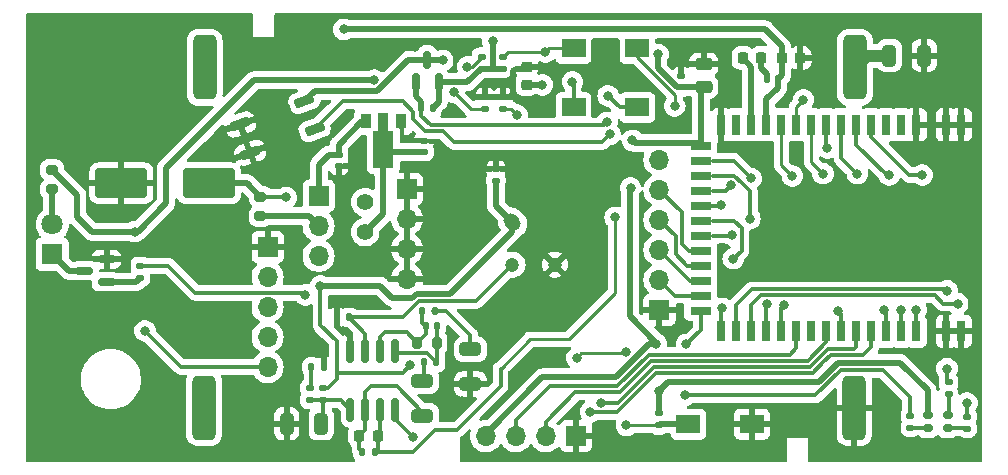
<source format=gbr>
%TF.GenerationSoftware,KiCad,Pcbnew,7.0.1*%
%TF.CreationDate,2023-06-12T22:14:20+07:00*%
%TF.ProjectId,Air Conditioner Energy Saver V7,41697220-436f-46e6-9469-74696f6e6572,rev?*%
%TF.SameCoordinates,Original*%
%TF.FileFunction,Copper,L1,Top*%
%TF.FilePolarity,Positive*%
%FSLAX46Y46*%
G04 Gerber Fmt 4.6, Leading zero omitted, Abs format (unit mm)*
G04 Created by KiCad (PCBNEW 7.0.1) date 2023-06-12 22:14:20*
%MOMM*%
%LPD*%
G01*
G04 APERTURE LIST*
G04 Aperture macros list*
%AMRoundRect*
0 Rectangle with rounded corners*
0 $1 Rounding radius*
0 $2 $3 $4 $5 $6 $7 $8 $9 X,Y pos of 4 corners*
0 Add a 4 corners polygon primitive as box body*
4,1,4,$2,$3,$4,$5,$6,$7,$8,$9,$2,$3,0*
0 Add four circle primitives for the rounded corners*
1,1,$1+$1,$2,$3*
1,1,$1+$1,$4,$5*
1,1,$1+$1,$6,$7*
1,1,$1+$1,$8,$9*
0 Add four rect primitives between the rounded corners*
20,1,$1+$1,$2,$3,$4,$5,0*
20,1,$1+$1,$4,$5,$6,$7,0*
20,1,$1+$1,$6,$7,$8,$9,0*
20,1,$1+$1,$8,$9,$2,$3,0*%
%AMHorizOval*
0 Thick line with rounded ends*
0 $1 width*
0 $2 $3 position (X,Y) of the first rounded end (center of the circle)*
0 $4 $5 position (X,Y) of the second rounded end (center of the circle)*
0 Add line between two ends*
20,1,$1,$2,$3,$4,$5,0*
0 Add two circle primitives to create the rounded ends*
1,1,$1,$2,$3*
1,1,$1,$4,$5*%
%AMFreePoly0*
4,1,9,3.862500,-0.866500,0.737500,-0.866500,0.737500,-0.450000,-0.737500,-0.450000,-0.737500,0.450000,0.737500,0.450000,0.737500,0.866500,3.862500,0.866500,3.862500,-0.866500,3.862500,-0.866500,$1*%
G04 Aperture macros list end*
%TA.AperFunction,SMDPad,CuDef*%
%ADD10RoundRect,0.250000X1.950000X1.000000X-1.950000X1.000000X-1.950000X-1.000000X1.950000X-1.000000X0*%
%TD*%
%TA.AperFunction,SMDPad,CuDef*%
%ADD11RoundRect,0.197500X-0.661905X-0.030738X-0.526807X-0.401917X0.661905X0.030738X0.526807X0.401917X0*%
%TD*%
%TA.AperFunction,SMDPad,CuDef*%
%ADD12RoundRect,0.135000X0.185000X-0.135000X0.185000X0.135000X-0.185000X0.135000X-0.185000X-0.135000X0*%
%TD*%
%TA.AperFunction,SMDPad,CuDef*%
%ADD13R,2.000000X1.600000*%
%TD*%
%TA.AperFunction,SMDPad,CuDef*%
%ADD14RoundRect,0.135000X-0.135000X-0.185000X0.135000X-0.185000X0.135000X0.185000X-0.135000X0.185000X0*%
%TD*%
%TA.AperFunction,SMDPad,CuDef*%
%ADD15RoundRect,0.150000X0.150000X-0.587500X0.150000X0.587500X-0.150000X0.587500X-0.150000X-0.587500X0*%
%TD*%
%TA.AperFunction,SMDPad,CuDef*%
%ADD16RoundRect,0.250000X-0.650000X0.325000X-0.650000X-0.325000X0.650000X-0.325000X0.650000X0.325000X0*%
%TD*%
%TA.AperFunction,SMDPad,CuDef*%
%ADD17RoundRect,0.225000X-0.225000X-0.250000X0.225000X-0.250000X0.225000X0.250000X-0.225000X0.250000X0*%
%TD*%
%TA.AperFunction,ComponentPad*%
%ADD18R,1.700000X1.700000*%
%TD*%
%TA.AperFunction,ComponentPad*%
%ADD19O,1.700000X1.700000*%
%TD*%
%TA.AperFunction,SMDPad,CuDef*%
%ADD20RoundRect,0.135000X0.135000X0.185000X-0.135000X0.185000X-0.135000X-0.185000X0.135000X-0.185000X0*%
%TD*%
%TA.AperFunction,SMDPad,CuDef*%
%ADD21RoundRect,0.135000X-0.185000X0.135000X-0.185000X-0.135000X0.185000X-0.135000X0.185000X0.135000X0*%
%TD*%
%TA.AperFunction,SMDPad,CuDef*%
%ADD22R,0.700000X1.800000*%
%TD*%
%TA.AperFunction,SMDPad,CuDef*%
%ADD23R,1.800000X0.700000*%
%TD*%
%TA.AperFunction,SMDPad,CuDef*%
%ADD24RoundRect,0.218750X0.218750X0.256250X-0.218750X0.256250X-0.218750X-0.256250X0.218750X-0.256250X0*%
%TD*%
%TA.AperFunction,SMDPad,CuDef*%
%ADD25RoundRect,0.200000X-0.275000X0.200000X-0.275000X-0.200000X0.275000X-0.200000X0.275000X0.200000X0*%
%TD*%
%TA.AperFunction,SMDPad,CuDef*%
%ADD26RoundRect,0.200000X0.275000X-0.200000X0.275000X0.200000X-0.275000X0.200000X-0.275000X-0.200000X0*%
%TD*%
%TA.AperFunction,SMDPad,CuDef*%
%ADD27RoundRect,0.140000X0.170000X-0.140000X0.170000X0.140000X-0.170000X0.140000X-0.170000X-0.140000X0*%
%TD*%
%TA.AperFunction,SMDPad,CuDef*%
%ADD28R,0.900000X1.300000*%
%TD*%
%TA.AperFunction,SMDPad,CuDef*%
%ADD29FreePoly0,270.000000*%
%TD*%
%TA.AperFunction,SMDPad,CuDef*%
%ADD30RoundRect,0.175000X0.225000X0.175000X-0.225000X0.175000X-0.225000X-0.175000X0.225000X-0.175000X0*%
%TD*%
%TA.AperFunction,SMDPad,CuDef*%
%ADD31RoundRect,0.225000X0.250000X-0.225000X0.250000X0.225000X-0.250000X0.225000X-0.250000X-0.225000X0*%
%TD*%
%TA.AperFunction,SMDPad,CuDef*%
%ADD32RoundRect,0.200000X-0.200000X-0.275000X0.200000X-0.275000X0.200000X0.275000X-0.200000X0.275000X0*%
%TD*%
%TA.AperFunction,SMDPad,CuDef*%
%ADD33RoundRect,0.140000X-0.170000X0.140000X-0.170000X-0.140000X0.170000X-0.140000X0.170000X0.140000X0*%
%TD*%
%TA.AperFunction,ComponentPad*%
%ADD34HorizOval,1.200000X0.141421X-0.141421X-0.141421X0.141421X0*%
%TD*%
%TA.AperFunction,ComponentPad*%
%ADD35HorizOval,1.200000X0.000000X0.000000X0.000000X0.000000X0*%
%TD*%
%TA.AperFunction,SMDPad,CuDef*%
%ADD36RoundRect,0.150000X-0.150000X0.825000X-0.150000X-0.825000X0.150000X-0.825000X0.150000X0.825000X0*%
%TD*%
%TA.AperFunction,SMDPad,CuDef*%
%ADD37RoundRect,0.250000X0.475000X-0.250000X0.475000X0.250000X-0.475000X0.250000X-0.475000X-0.250000X0*%
%TD*%
%TA.AperFunction,ComponentPad*%
%ADD38RoundRect,0.500000X-0.500000X2.250000X-0.500000X-2.250000X0.500000X-2.250000X0.500000X2.250000X0*%
%TD*%
%TA.AperFunction,SMDPad,CuDef*%
%ADD39RoundRect,0.140000X-0.140000X-0.170000X0.140000X-0.170000X0.140000X0.170000X-0.140000X0.170000X0*%
%TD*%
%TA.AperFunction,SMDPad,CuDef*%
%ADD40RoundRect,0.150000X0.587500X0.150000X-0.587500X0.150000X-0.587500X-0.150000X0.587500X-0.150000X0*%
%TD*%
%TA.AperFunction,SMDPad,CuDef*%
%ADD41RoundRect,0.147500X0.147500X0.172500X-0.147500X0.172500X-0.147500X-0.172500X0.147500X-0.172500X0*%
%TD*%
%TA.AperFunction,SMDPad,CuDef*%
%ADD42RoundRect,0.250000X0.325000X0.650000X-0.325000X0.650000X-0.325000X-0.650000X0.325000X-0.650000X0*%
%TD*%
%TA.AperFunction,SMDPad,CuDef*%
%ADD43RoundRect,0.250000X-0.325000X-0.650000X0.325000X-0.650000X0.325000X0.650000X-0.325000X0.650000X0*%
%TD*%
%TA.AperFunction,ComponentPad*%
%ADD44RoundRect,0.500000X0.500000X-2.250000X0.500000X2.250000X-0.500000X2.250000X-0.500000X-2.250000X0*%
%TD*%
%TA.AperFunction,ComponentPad*%
%ADD45C,1.400000*%
%TD*%
%TA.AperFunction,ComponentPad*%
%ADD46R,1.800000X1.800000*%
%TD*%
%TA.AperFunction,ComponentPad*%
%ADD47C,1.800000*%
%TD*%
%TA.AperFunction,ViaPad*%
%ADD48C,0.800000*%
%TD*%
%TA.AperFunction,Conductor*%
%ADD49C,0.254000*%
%TD*%
%TA.AperFunction,Conductor*%
%ADD50C,0.500000*%
%TD*%
%TA.AperFunction,Conductor*%
%ADD51C,0.300000*%
%TD*%
%TA.AperFunction,Conductor*%
%ADD52C,0.250000*%
%TD*%
%TA.AperFunction,Conductor*%
%ADD53C,1.000000*%
%TD*%
G04 APERTURE END LIST*
D10*
%TO.P,C5,1*%
%TO.N,/OP_VCC*%
X114500000Y-87700000D03*
%TO.P,C5,2*%
%TO.N,GND*%
X107100000Y-87700000D03*
%TD*%
D11*
%TO.P,U1,1,GND*%
%TO.N,GND*%
X117141526Y-82729449D03*
%TO.P,U1,2,GND*%
X118010257Y-85116268D03*
%TO.P,U1,3,OUT*%
%TO.N,/IR_IN*%
X123460474Y-83132551D03*
%TO.P,U1,4,Vs*%
%TO.N,Net-(C2-Pad1)*%
X122591743Y-80745732D03*
%TD*%
D12*
%TO.P,R5,1*%
%TO.N,Net-(D3-Pad1)*%
X178700000Y-108490000D03*
%TO.P,R5,2*%
%TO.N,/LED_R*%
X178700000Y-107470000D03*
%TD*%
D13*
%TO.P,SW11,1,1*%
%TO.N,/SW1*%
X150782000Y-76280000D03*
%TO.P,SW11,2,2*%
%TO.N,Net-(R22-Pad1)*%
X145382000Y-76280000D03*
%TD*%
D14*
%TO.P,R6,1*%
%TO.N,Net-(R13-Pad2)*%
X123188000Y-103251000D03*
%TO.P,R6,2*%
%TO.N,GND*%
X124208000Y-103251000D03*
%TD*%
D15*
%TO.P,Q2,1,G*%
%TO.N,/DRV_IR*%
X132050000Y-79137500D03*
%TO.P,Q2,2,S*%
%TO.N,+3V0*%
X133950000Y-79137500D03*
%TO.P,Q2,3,D*%
%TO.N,Net-(C2-Pad1)*%
X133000000Y-77262500D03*
%TD*%
D16*
%TO.P,C3,1*%
%TO.N,Net-(C3-Pad1)*%
X136652000Y-101776000D03*
%TO.P,C3,2*%
%TO.N,GND*%
X136652000Y-104726000D03*
%TD*%
D13*
%TO.P,RST1,1,1*%
%TO.N,GND*%
X160500000Y-108100000D03*
%TO.P,RST1,2,2*%
%TO.N,/RESET*%
X155100000Y-108100000D03*
%TD*%
D17*
%TO.P,C16,1*%
%TO.N,/DEC4*%
X163025000Y-77100000D03*
%TO.P,C16,2*%
%TO.N,GND*%
X164575000Y-77100000D03*
%TD*%
D18*
%TO.P,J2,1,Pin_1*%
%TO.N,GND*%
X152654000Y-98425000D03*
D19*
%TO.P,J2,2,Pin_2*%
%TO.N,Net-(J2-Pad2)*%
X152654000Y-95885000D03*
%TO.P,J2,3,Pin_3*%
%TO.N,Net-(J2-Pad3)*%
X152654000Y-93345000D03*
%TO.P,J2,4,Pin_4*%
%TO.N,Net-(J2-Pad4)*%
X152654000Y-90805000D03*
%TO.P,J2,5,Pin_5*%
%TO.N,Net-(J2-Pad5)*%
X152654000Y-88265000D03*
%TO.P,J2,6,Pin_6*%
%TO.N,Net-(J2-Pad6)*%
X152654000Y-85725000D03*
%TD*%
D12*
%TO.P,R11,1*%
%TO.N,/RESET*%
X152600000Y-108210000D03*
%TO.P,R11,2*%
%TO.N,+3V0*%
X152600000Y-107190000D03*
%TD*%
D20*
%TO.P,R16,1*%
%TO.N,+3V0*%
X133510000Y-81300000D03*
%TO.P,R16,2*%
%TO.N,/DRV_IR*%
X132490000Y-81300000D03*
%TD*%
D21*
%TO.P,R1,1*%
%TO.N,/IR1*%
X108700000Y-94690000D03*
%TO.P,R1,2*%
%TO.N,Net-(Q1-Pad1)*%
X108700000Y-95710000D03*
%TD*%
D22*
%TO.P,U4,0,GND*%
%TO.N,GND*%
X178220000Y-82750000D03*
%TO.P,U4,1,GND*%
X176950000Y-82750000D03*
%TO.P,U4,2,GND*%
X174410000Y-82750000D03*
%TO.P,U4,3,DEC2*%
%TO.N,unconnected-(U4-Pad3)*%
X173140000Y-82750000D03*
%TO.P,U4,4,DEC3*%
%TO.N,unconnected-(U4-Pad4)*%
X171870000Y-82750000D03*
%TO.P,U4,5,P0.25*%
%TO.N,Net-(P25-Pad1)*%
X170600000Y-82750000D03*
%TO.P,U4,6,P0.26*%
%TO.N,Net-(P26-Pad1)*%
X169330000Y-82750000D03*
%TO.P,U4,7,P0.27*%
%TO.N,Net-(P27-Pad1)*%
X168060000Y-82750000D03*
%TO.P,U4,8,AIN4/P0.28*%
%TO.N,/SW1*%
X166790000Y-82750000D03*
%TO.P,U4,9,AIN5/P0.29*%
%TO.N,Net-(P29-Pad1)*%
X165520000Y-82750000D03*
%TO.P,U4,10,AIN6/P0.30*%
%TO.N,/SW2*%
X164250000Y-82750000D03*
%TO.P,U4,11,AIN7/P0.31*%
%TO.N,Net-(P31-Pad1)*%
X162980000Y-82750000D03*
%TO.P,U4,12,DEC4*%
%TO.N,/DEC4*%
X161710000Y-82750000D03*
%TO.P,U4,13,DCC*%
%TO.N,Net-(L3-Pad2)*%
X160440000Y-82750000D03*
%TO.P,U4,14,DEC1*%
%TO.N,unconnected-(U4-Pad14)*%
X159170000Y-82750000D03*
%TO.P,U4,15,GND*%
%TO.N,GND*%
X157900000Y-82750000D03*
D23*
%TO.P,U4,16,VCC*%
%TO.N,+3V0*%
X156150000Y-84515000D03*
%TO.P,U4,17,AIN0/P0.02*%
%TO.N,/DRV_IR*%
X156150000Y-85785000D03*
%TO.P,U4,18,AIN1/P0.03*%
%TO.N,Net-(P3-Pad1)*%
X156150000Y-87055000D03*
%TO.P,U4,19,AIN2/P0.04*%
%TO.N,/IR_IN*%
X156150000Y-88325000D03*
%TO.P,U4,20,AIN3/P0.05*%
%TO.N,/PIR*%
X156150000Y-89595000D03*
%TO.P,U4,21,P0.06*%
%TO.N,/IR1*%
X156150000Y-90865000D03*
%TO.P,U4,22,P0.07*%
%TO.N,Net-(J2-Pad6)*%
X156150000Y-92135000D03*
%TO.P,U4,23,P0.08*%
%TO.N,Net-(J2-Pad5)*%
X156150000Y-93405000D03*
%TO.P,U4,24,NFC1/P0.09*%
%TO.N,Net-(J2-Pad4)*%
X156150000Y-94675000D03*
%TO.P,U4,25,NFC2/P0.10*%
%TO.N,Net-(J2-Pad3)*%
X156150000Y-95945000D03*
%TO.P,U4,26,P0.11*%
%TO.N,Net-(J2-Pad2)*%
X156150000Y-97215000D03*
%TO.P,U4,27,P0.12*%
%TO.N,/LED_B*%
X156150000Y-98485000D03*
D22*
%TO.P,U4,28,P0.13*%
%TO.N,Net-(P13-Pad1)*%
X157900000Y-100250000D03*
%TO.P,U4,29,P0.14*%
%TO.N,/LED_G*%
X159170000Y-100250000D03*
%TO.P,U4,30,P0.15*%
%TO.N,/LED_R*%
X160440000Y-100250000D03*
%TO.P,U4,31,P0.16*%
%TO.N,Net-(P16-Pad1)*%
X161710000Y-100250000D03*
%TO.P,U4,32,P0.17*%
%TO.N,Net-(P17-Pad1)*%
X162980000Y-100250000D03*
%TO.P,U4,33,SWO/P0.18*%
%TO.N,/RX*%
X164250000Y-100250000D03*
%TO.P,U4,34,P0.19*%
%TO.N,unconnected-(U4-Pad34)*%
X165520000Y-100250000D03*
%TO.P,U4,35,P0.20*%
%TO.N,/TX*%
X166790000Y-100250000D03*
%TO.P,U4,36,P0.21/~{RESET}*%
%TO.N,/RESET*%
X168060000Y-100250000D03*
%TO.P,U4,37,SWDCLK*%
%TO.N,/SWCLK*%
X169330000Y-100250000D03*
%TO.P,U4,38,SWDIO*%
%TO.N,/SWDIO*%
X170600000Y-100250000D03*
%TO.P,U4,39,P0.22*%
%TO.N,Net-(P22-Pad1)*%
X171870000Y-100250000D03*
%TO.P,U4,40,P0.23*%
%TO.N,Net-(P23-Pad1)*%
X173140000Y-100250000D03*
%TO.P,U4,41,P0.24*%
%TO.N,Net-(P24-Pad1)*%
X174410000Y-100250000D03*
%TO.P,U4,42,GND*%
%TO.N,GND*%
X176950000Y-100250000D03*
%TO.P,U4,43,GND*%
X178220000Y-100250000D03*
%TD*%
D24*
%TO.P,L3,1*%
%TO.N,Net-(L2-Pad2)*%
X161287500Y-77100000D03*
%TO.P,L3,2*%
%TO.N,Net-(L3-Pad2)*%
X159712500Y-77100000D03*
%TD*%
D21*
%TO.P,R12,1*%
%TO.N,/OP_VCC*%
X124206000Y-105027000D03*
%TO.P,R12,2*%
%TO.N,Net-(C12-Pad2)*%
X124206000Y-106047000D03*
%TD*%
D25*
%TO.P,R2,1*%
%TO.N,/OP_VCC*%
X118872000Y-88837000D03*
%TO.P,R2,2*%
%TO.N,Net-(JP1-Pad2)*%
X118872000Y-90487000D03*
%TD*%
D26*
%TO.P,R15,1*%
%TO.N,Net-(D1-Pad2)*%
X101219000Y-88225000D03*
%TO.P,R15,2*%
%TO.N,+3V0*%
X101219000Y-86575000D03*
%TD*%
D27*
%TO.P,C18,1*%
%TO.N,+3V0*%
X154500000Y-79580000D03*
%TO.P,C18,2*%
%TO.N,GND*%
X154500000Y-78620000D03*
%TD*%
D21*
%TO.P,R23,1*%
%TO.N,GND*%
X137900000Y-80390000D03*
%TO.P,R23,2*%
%TO.N,/SW2*%
X137900000Y-81410000D03*
%TD*%
D14*
%TO.P,R8,1*%
%TO.N,Net-(C4-Pad1)*%
X132586000Y-98552000D03*
%TO.P,R8,2*%
%TO.N,Net-(C3-Pad1)*%
X133606000Y-98552000D03*
%TD*%
D20*
%TO.P,R10,1*%
%TO.N,Net-(C4-Pad2)*%
X133733000Y-102870000D03*
%TO.P,R10,2*%
%TO.N,Net-(C9-Pad1)*%
X132713000Y-102870000D03*
%TD*%
D21*
%TO.P,R19,1*%
%TO.N,Net-(R19-Pad1)*%
X137600000Y-76990000D03*
%TO.P,R19,2*%
%TO.N,+3V0*%
X137600000Y-78010000D03*
%TD*%
D28*
%TO.P,U5,1,GND*%
%TO.N,GND*%
X130786000Y-82462500D03*
D29*
%TO.P,U5,2,VIN*%
%TO.N,Net-(C19-Pad1)*%
X129286000Y-82550000D03*
D28*
%TO.P,U5,3,VOUT*%
%TO.N,+1V8*%
X127786000Y-82462500D03*
%TD*%
D27*
%TO.P,C19,1*%
%TO.N,Net-(C19-Pad1)*%
X132715000Y-85062000D03*
%TO.P,C19,2*%
%TO.N,GND*%
X132715000Y-84102000D03*
%TD*%
D30*
%TO.P,D3,1,RK*%
%TO.N,Net-(D3-Pad1)*%
X177050000Y-108430000D03*
%TO.P,D3,2,BK*%
%TO.N,Net-(D3-Pad2)*%
X175350000Y-108430000D03*
%TO.P,D3,3,A*%
%TO.N,+3V0*%
X175350000Y-107330000D03*
%TO.P,D3,4,GK*%
%TO.N,Net-(D3-Pad4)*%
X177050000Y-107330000D03*
%TD*%
D31*
%TO.P,C2,1*%
%TO.N,Net-(C2-Pad1)*%
X141400000Y-79375000D03*
%TO.P,C2,2*%
%TO.N,GND*%
X141400000Y-77825000D03*
%TD*%
D13*
%TO.P,SW22,1,1*%
%TO.N,/SW2*%
X150782000Y-81280000D03*
%TO.P,SW22,2,2*%
%TO.N,Net-(R19-Pad1)*%
X145382000Y-81280000D03*
%TD*%
D20*
%TO.P,R7,1*%
%TO.N,Net-(R7-Pad1)*%
X126367000Y-99060000D03*
%TO.P,R7,2*%
%TO.N,GND*%
X125347000Y-99060000D03*
%TD*%
D32*
%TO.P,R9,1*%
%TO.N,Net-(C4-Pad1)*%
X132144000Y-101219000D03*
%TO.P,R9,2*%
%TO.N,Net-(C4-Pad2)*%
X133794000Y-101219000D03*
%TD*%
D33*
%TO.P,C23,1*%
%TO.N,+1V8*%
X125500000Y-85278000D03*
%TO.P,C23,2*%
%TO.N,GND*%
X125500000Y-86238000D03*
%TD*%
D34*
%TO.P,U2,1,D*%
%TO.N,/OP_VCC*%
X140203949Y-91003949D03*
D35*
%TO.P,U2,2,S*%
%TO.N,Net-(R7-Pad1)*%
X140203949Y-94596051D03*
%TO.P,U2,3,G*%
%TO.N,GND*%
X143796051Y-94596051D03*
%TD*%
D36*
%TO.P,U3,1*%
%TO.N,Net-(C4-Pad2)*%
X130302000Y-101919000D03*
%TO.P,U3,2,-*%
%TO.N,Net-(C4-Pad1)*%
X129032000Y-101919000D03*
%TO.P,U3,3,+*%
%TO.N,Net-(R7-Pad1)*%
X127762000Y-101919000D03*
%TO.P,U3,4,V-*%
%TO.N,GND*%
X126492000Y-101919000D03*
%TO.P,U3,5,+*%
%TO.N,Net-(C12-Pad2)*%
X126492000Y-106869000D03*
%TO.P,U3,6,-*%
%TO.N,Net-(C14-Pad1)*%
X127762000Y-106869000D03*
%TO.P,U3,7*%
%TO.N,/PIR*%
X129032000Y-106869000D03*
%TO.P,U3,8,V+*%
%TO.N,/OP_VCC*%
X130302000Y-106869000D03*
%TD*%
D37*
%TO.P,C15,1*%
%TO.N,+3V0*%
X156400000Y-79550000D03*
%TO.P,C15,2*%
%TO.N,GND*%
X156400000Y-77650000D03*
%TD*%
D16*
%TO.P,C9,1*%
%TO.N,Net-(C9-Pad1)*%
X132588000Y-104443000D03*
%TO.P,C9,2*%
%TO.N,Net-(C14-Pad1)*%
X132588000Y-107393000D03*
%TD*%
D38*
%TO.P,BT2,1,+*%
%TO.N,Net-(BT1-Pad2)*%
X114100000Y-106700000D03*
%TO.P,BT2,2,-*%
%TO.N,GND*%
X169150000Y-106700000D03*
%TD*%
D39*
%TO.P,C4,1*%
%TO.N,Net-(C4-Pad1)*%
X132870000Y-99822000D03*
%TO.P,C4,2*%
%TO.N,Net-(C4-Pad2)*%
X133830000Y-99822000D03*
%TD*%
D40*
%TO.P,Q1,1,B*%
%TO.N,Net-(Q1-Pad1)*%
X105837500Y-96050000D03*
%TO.P,Q1,2,E*%
%TO.N,GND*%
X105837500Y-94150000D03*
%TO.P,Q1,3,C*%
%TO.N,Net-(D1-Pad1)*%
X103962500Y-95100000D03*
%TD*%
D12*
%TO.P,R4,1*%
%TO.N,Net-(D3-Pad4)*%
X177125000Y-105590000D03*
%TO.P,R4,2*%
%TO.N,/LED_G*%
X177125000Y-104570000D03*
%TD*%
D41*
%TO.P,L2,1*%
%TO.N,/DEC4*%
X162685000Y-78900000D03*
%TO.P,L2,2*%
%TO.N,Net-(L2-Pad2)*%
X161715000Y-78900000D03*
%TD*%
D42*
%TO.P,C21,1*%
%TO.N,GND*%
X175075000Y-76900000D03*
%TO.P,C21,2*%
%TO.N,+3V0*%
X172125000Y-76900000D03*
%TD*%
D17*
%TO.P,C14,1*%
%TO.N,Net-(C14-Pad1)*%
X127241000Y-109093000D03*
%TO.P,C14,2*%
%TO.N,/PIR*%
X128791000Y-109093000D03*
%TD*%
D43*
%TO.P,C12,1*%
%TO.N,GND*%
X121080000Y-108077000D03*
%TO.P,C12,2*%
%TO.N,Net-(C12-Pad2)*%
X124030000Y-108077000D03*
%TD*%
D12*
%TO.P,R3,1*%
%TO.N,Net-(D3-Pad2)*%
X173900000Y-108390000D03*
%TO.P,R3,2*%
%TO.N,/LED_B*%
X173900000Y-107370000D03*
%TD*%
D27*
%TO.P,C1,1*%
%TO.N,/OP_VCC*%
X138800000Y-87480000D03*
%TO.P,C1,2*%
%TO.N,GND*%
X138800000Y-86520000D03*
%TD*%
D12*
%TO.P,R13,1*%
%TO.N,Net-(C12-Pad2)*%
X123063000Y-106047000D03*
%TO.P,R13,2*%
%TO.N,Net-(R13-Pad2)*%
X123063000Y-105027000D03*
%TD*%
D21*
%TO.P,R22,1*%
%TO.N,Net-(R22-Pad1)*%
X139400000Y-76990000D03*
%TO.P,R22,2*%
%TO.N,+3V0*%
X139400000Y-78010000D03*
%TD*%
D14*
%TO.P,R14,1*%
%TO.N,Net-(C14-Pad1)*%
X127506000Y-110493000D03*
%TO.P,R14,2*%
%TO.N,/PIR*%
X128526000Y-110493000D03*
%TD*%
D44*
%TO.P,BT1,1,+*%
%TO.N,+3V0*%
X169200000Y-77900000D03*
%TO.P,BT1,2,-*%
%TO.N,Net-(BT1-Pad2)*%
X114150000Y-77900000D03*
%TD*%
D21*
%TO.P,R24,1*%
%TO.N,GND*%
X139400000Y-80390000D03*
%TO.P,R24,2*%
%TO.N,/SW1*%
X139400000Y-81410000D03*
%TD*%
D18*
%TO.P,JP1,1,A*%
%TO.N,+1V8*%
X123793000Y-88773000D03*
D19*
%TO.P,JP1,2,C*%
%TO.N,Net-(JP1-Pad2)*%
X123793000Y-91313000D03*
%TO.P,JP1,3,B*%
%TO.N,/DEC4*%
X123793000Y-93853000D03*
%TD*%
D18*
%TO.P,J4,1,Pin_1*%
%TO.N,GND*%
X131286000Y-88186000D03*
D19*
%TO.P,J4,2,Pin_2*%
X131286000Y-90726000D03*
%TO.P,J4,3,Pin_3*%
X131286000Y-93266000D03*
%TO.P,J4,4,Pin_4*%
X131286000Y-95806000D03*
%TD*%
D18*
%TO.P,J1,1,Pin_1*%
%TO.N,GND*%
X119475000Y-93096000D03*
D19*
%TO.P,J1,2,Pin_2*%
%TO.N,/SWCLK*%
X119475000Y-95636000D03*
%TO.P,J1,3,Pin_3*%
%TO.N,/SWDIO*%
X119475000Y-98176000D03*
%TO.P,J1,4,Pin_4*%
%TO.N,/RESET*%
X119475000Y-100716000D03*
%TO.P,J1,5,Pin_5*%
%TO.N,+3V0*%
X119475000Y-103256000D03*
%TD*%
D18*
%TO.P,J5,1,Pin_1*%
%TO.N,GND*%
X145580000Y-109100000D03*
D19*
%TO.P,J5,2,Pin_2*%
%TO.N,/TX*%
X143040000Y-109100000D03*
%TO.P,J5,3,Pin_3*%
%TO.N,/RX*%
X140500000Y-109100000D03*
%TO.P,J5,4,Pin_4*%
%TO.N,+3V0*%
X137960000Y-109100000D03*
%TD*%
D45*
%TO.P,JP2,1,A*%
%TO.N,+3V0*%
X127730000Y-89301000D03*
%TO.P,JP2,2,B*%
%TO.N,Net-(C19-Pad1)*%
X127730000Y-91841000D03*
%TD*%
D46*
%TO.P,D1,1,K*%
%TO.N,Net-(D1-Pad1)*%
X101254000Y-93731000D03*
D47*
%TO.P,D1,2,A*%
%TO.N,Net-(D1-Pad2)*%
X101254000Y-91191000D03*
%TD*%
D48*
%TO.N,GND*%
X162800000Y-107600000D03*
X144526000Y-86487000D03*
X175300000Y-79500000D03*
X172212000Y-109474000D03*
X104200000Y-82400000D03*
X178300000Y-75600000D03*
X118800000Y-77300000D03*
X177292000Y-86360000D03*
X166100000Y-78600000D03*
X141097000Y-103632000D03*
X150368000Y-109982000D03*
X103400000Y-98300000D03*
X127635000Y-75946000D03*
X135763000Y-90805000D03*
X142240000Y-81026000D03*
X105500000Y-98600000D03*
X133700000Y-85900000D03*
X100584000Y-108458000D03*
X107500000Y-85100000D03*
X158200000Y-77900000D03*
X118618000Y-109982000D03*
X122555000Y-99949000D03*
X100584000Y-103358000D03*
X106807000Y-108839000D03*
X148209000Y-77216000D03*
X134620000Y-81788000D03*
X107500000Y-93100000D03*
X154500000Y-77400000D03*
X146812000Y-96139000D03*
X178300000Y-78400000D03*
X100884000Y-99558000D03*
X151003000Y-78867000D03*
X121285000Y-83693000D03*
X131953000Y-76200000D03*
X109474000Y-97663000D03*
X135900000Y-106100000D03*
X177292000Y-92710000D03*
X105300000Y-90500000D03*
X107500000Y-82800000D03*
X128524000Y-97790000D03*
X109601000Y-92964000D03*
X102500000Y-100900000D03*
X178100000Y-79900000D03*
X102400000Y-105900000D03*
X122400000Y-75100000D03*
X122174000Y-86868000D03*
X175006000Y-102616000D03*
%TO.N,Net-(C2-Pad1)*%
X142748000Y-79375000D03*
X134300000Y-77300000D03*
%TO.N,/PIR*%
X148900000Y-90600000D03*
X157861000Y-89535000D03*
%TO.N,/OP_VCC*%
X123952000Y-96393000D03*
X131826000Y-109220000D03*
X131572000Y-103124000D03*
X121031000Y-88900000D03*
%TO.N,/RESET*%
X167800000Y-98500000D03*
X149860000Y-108204000D03*
X149860000Y-101981000D03*
X145669000Y-102489000D03*
%TO.N,/SWCLK*%
X147701000Y-106299000D03*
%TO.N,/SWDIO*%
X146812000Y-107061000D03*
%TO.N,/IR1*%
X158900000Y-94100000D03*
X122682000Y-97155000D03*
%TO.N,/LED_B*%
X154813000Y-105664000D03*
X154940000Y-101346000D03*
%TO.N,/LED_G*%
X177000000Y-96800000D03*
X177000000Y-103400000D03*
%TO.N,/LED_R*%
X177900000Y-97900000D03*
X178700000Y-106300000D03*
%TO.N,Net-(R19-Pad1)*%
X145288000Y-79121000D03*
X136398000Y-77851000D03*
%TO.N,Net-(R22-Pad1)*%
X143002000Y-76581000D03*
%TO.N,/SW2*%
X148300000Y-80300000D03*
X135255000Y-80010000D03*
X164846000Y-80645000D03*
%TO.N,/SW1*%
X153947576Y-81165500D03*
X140589000Y-81915000D03*
X166878000Y-84709000D03*
%TO.N,/IR_IN*%
X158700000Y-87884000D03*
X148463000Y-83566000D03*
%TO.N,+3V0*%
X152527000Y-76800000D03*
X150200000Y-88100000D03*
X128494812Y-78964812D03*
X108225000Y-91800000D03*
X138557000Y-75692000D03*
X150368000Y-84074000D03*
X152600000Y-105337000D03*
X152400000Y-101346000D03*
X109093000Y-100203000D03*
%TO.N,/DEC4*%
X125924000Y-74676000D03*
%TO.N,Net-(J2-Pad6)*%
X158800000Y-92100000D03*
%TO.N,Net-(P3-Pad1)*%
X160300000Y-90700000D03*
%TO.N,Net-(P13-Pad1)*%
X157988000Y-98298000D03*
%TO.N,Net-(P16-Pad1)*%
X161798000Y-97949020D03*
%TO.N,Net-(P17-Pad1)*%
X163195000Y-98044000D03*
%TO.N,/DRV_IR*%
X160400000Y-87300000D03*
X148209000Y-82550000D03*
%TO.N,Net-(P23-Pad1)*%
X173101000Y-98400000D03*
%TO.N,Net-(P24-Pad1)*%
X174371000Y-98425000D03*
%TO.N,Net-(P25-Pad1)*%
X174900000Y-87000000D03*
%TO.N,Net-(P26-Pad1)*%
X172100000Y-87000000D03*
%TO.N,Net-(P27-Pad1)*%
X169400000Y-86900000D03*
%TO.N,Net-(P29-Pad1)*%
X166500000Y-86900000D03*
%TO.N,Net-(P31-Pad1)*%
X163900000Y-87100000D03*
%TO.N,Net-(P22-Pad1)*%
X171704000Y-98425000D03*
%TD*%
D49*
%TO.N,GND*%
X126492000Y-101919000D02*
X126492000Y-100892000D01*
X131286000Y-90726000D02*
X131286000Y-95806000D01*
D50*
X140275480Y-78224520D02*
X140275480Y-80124520D01*
D49*
X124208000Y-103251000D02*
X124208000Y-101602000D01*
X138800000Y-86520000D02*
X144493000Y-86520000D01*
D51*
X154500000Y-78620000D02*
X154500000Y-77400000D01*
D50*
X139400000Y-80390000D02*
X137900000Y-80390000D01*
D49*
X126492000Y-100892000D02*
X125400000Y-99800000D01*
X125400000Y-99800000D02*
X125400000Y-99113000D01*
X138800000Y-86520000D02*
X140170000Y-86520000D01*
D50*
X141200000Y-78025000D02*
X140475000Y-78025000D01*
X140010000Y-80390000D02*
X139400000Y-80390000D01*
D49*
X131286000Y-88186000D02*
X131286000Y-90726000D01*
X124208000Y-101602000D02*
X122555000Y-99949000D01*
X144493000Y-86520000D02*
X144526000Y-86487000D01*
X125400000Y-99113000D02*
X125347000Y-99060000D01*
D50*
X140275480Y-80124520D02*
X140010000Y-80390000D01*
X140475000Y-78025000D02*
X140275480Y-78224520D01*
%TO.N,Net-(D1-Pad1)*%
X103962500Y-95100000D02*
X102623000Y-95100000D01*
X102623000Y-95100000D02*
X101123000Y-93600000D01*
X101123000Y-93600000D02*
X100700000Y-93600000D01*
%TO.N,Net-(C2-Pad1)*%
X133000000Y-77262500D02*
X134262500Y-77262500D01*
X133000000Y-77262500D02*
X131398500Y-77262500D01*
X134262500Y-77262500D02*
X134300000Y-77300000D01*
X128778000Y-79883000D02*
X123454475Y-79883000D01*
X142748000Y-79375000D02*
X141400000Y-79375000D01*
X131398500Y-77262500D02*
X128778000Y-79883000D01*
X123454475Y-79883000D02*
X122591743Y-80745732D01*
D51*
%TO.N,Net-(C3-Pad1)*%
X136652000Y-100584000D02*
X134620000Y-98552000D01*
X136652000Y-101776000D02*
X136652000Y-100584000D01*
X134620000Y-98552000D02*
X133479000Y-98552000D01*
%TO.N,Net-(C4-Pad1)*%
X131255000Y-100330000D02*
X129413000Y-100330000D01*
X129413000Y-100330000D02*
X129032000Y-100711000D01*
X132586000Y-98552000D02*
X132586000Y-99538000D01*
X129032000Y-100711000D02*
X129032000Y-101919000D01*
X132586000Y-99538000D02*
X132870000Y-99822000D01*
X132870000Y-100493000D02*
X132144000Y-101219000D01*
X132144000Y-101219000D02*
X131255000Y-100330000D01*
X132870000Y-99822000D02*
X132870000Y-100493000D01*
%TO.N,Net-(C4-Pad2)*%
X133794000Y-99858000D02*
X133830000Y-99822000D01*
X130491000Y-102108000D02*
X132971000Y-102108000D01*
X132971000Y-102108000D02*
X133733000Y-102870000D01*
X133794000Y-101219000D02*
X133794000Y-102809000D01*
X133794000Y-102809000D02*
X133733000Y-102870000D01*
X133794000Y-101219000D02*
X133794000Y-99858000D01*
X130302000Y-101919000D02*
X130491000Y-102108000D01*
%TO.N,Net-(C9-Pad1)*%
X132713000Y-104318000D02*
X132588000Y-104443000D01*
X132713000Y-102870000D02*
X132713000Y-104318000D01*
%TO.N,Net-(C14-Pad1)*%
X127241000Y-109093000D02*
X127241000Y-110228000D01*
X130429000Y-104902000D02*
X132588000Y-107061000D01*
X127762000Y-106869000D02*
X127762000Y-105410000D01*
X127762000Y-105410000D02*
X128270000Y-104902000D01*
X128270000Y-104902000D02*
X130429000Y-104902000D01*
X127241000Y-110228000D02*
X127506000Y-110493000D01*
X127762000Y-108572000D02*
X127241000Y-109093000D01*
X127762000Y-106869000D02*
X127762000Y-108572000D01*
X132588000Y-107061000D02*
X132588000Y-107393000D01*
%TO.N,Net-(C12-Pad2)*%
X124206000Y-106047000D02*
X124206000Y-107901000D01*
X125670000Y-106047000D02*
X126492000Y-106869000D01*
X123063000Y-106047000D02*
X124206000Y-106047000D01*
X124206000Y-106047000D02*
X125670000Y-106047000D01*
X124206000Y-107901000D02*
X124030000Y-108077000D01*
%TO.N,/PIR*%
X133667500Y-108585000D02*
X135509000Y-108585000D01*
D49*
X141700000Y-100900000D02*
X139200000Y-103400000D01*
D51*
X156150000Y-89595000D02*
X157801000Y-89595000D01*
X128791000Y-109093000D02*
X128791000Y-110228000D01*
D49*
X148900000Y-97000000D02*
X145000000Y-100900000D01*
D51*
X157801000Y-89595000D02*
X157861000Y-89535000D01*
X135509000Y-108585000D02*
X139200000Y-104894000D01*
X139200000Y-104894000D02*
X139200000Y-103400000D01*
D49*
X145000000Y-100900000D02*
X141700000Y-100900000D01*
D51*
X128791000Y-110228000D02*
X128526000Y-110493000D01*
X129032000Y-106869000D02*
X129032000Y-108852000D01*
X129032000Y-108852000D02*
X128791000Y-109093000D01*
D49*
X148900000Y-90600000D02*
X148900000Y-97000000D01*
D51*
X131759500Y-110493000D02*
X133667500Y-108585000D01*
X128526000Y-110493000D02*
X131759500Y-110493000D01*
%TO.N,/OP_VCC*%
X123952000Y-99695000D02*
X125349000Y-101092000D01*
X124589000Y-105027000D02*
X124206000Y-105027000D01*
D50*
X114500000Y-87700000D02*
X117735000Y-87700000D01*
D51*
X130937000Y-103759000D02*
X125349000Y-103759000D01*
D50*
X129032000Y-96393000D02*
X123952000Y-96393000D01*
X117735000Y-87700000D02*
X118872000Y-88837000D01*
D51*
X123952000Y-96393000D02*
X123952000Y-99695000D01*
X131826000Y-109220000D02*
X130302000Y-107696000D01*
D50*
X130048000Y-97409000D02*
X129032000Y-96393000D01*
X138800000Y-89600000D02*
X140203949Y-91003949D01*
X138800000Y-87480000D02*
X138800000Y-89600000D01*
D51*
X125349000Y-103759000D02*
X125349000Y-104267000D01*
X125349000Y-101092000D02*
X125349000Y-103759000D01*
X130302000Y-107696000D02*
X130302000Y-106869000D01*
X120968000Y-88837000D02*
X118872000Y-88837000D01*
D50*
X132085671Y-97063480D02*
X131740151Y-97409000D01*
X134936520Y-97063480D02*
X132085671Y-97063480D01*
X140203949Y-91003949D02*
X140203949Y-91796051D01*
D51*
X125349000Y-104267000D02*
X124589000Y-105027000D01*
X131572000Y-103124000D02*
X130937000Y-103759000D01*
D50*
X131740151Y-97409000D02*
X130048000Y-97409000D01*
X140203949Y-91796051D02*
X134936520Y-97063480D01*
D51*
X121031000Y-88900000D02*
X120968000Y-88837000D01*
D50*
%TO.N,Net-(D1-Pad2)*%
X101219000Y-91156000D02*
X101254000Y-91191000D01*
X101219000Y-88225000D02*
X101219000Y-91156000D01*
D51*
%TO.N,Net-(D3-Pad1)*%
X178640000Y-108430000D02*
X178700000Y-108490000D01*
X177050000Y-108430000D02*
X178640000Y-108430000D01*
%TO.N,Net-(D3-Pad2)*%
X175310000Y-108390000D02*
X175350000Y-108430000D01*
X173900000Y-108390000D02*
X175310000Y-108390000D01*
%TO.N,Net-(D3-Pad4)*%
X177125000Y-105590000D02*
X177125000Y-107255000D01*
X177125000Y-107255000D02*
X177050000Y-107330000D01*
D49*
%TO.N,/RESET*%
X146050000Y-102108000D02*
X145669000Y-102489000D01*
X151263000Y-108210000D02*
X149866000Y-108210000D01*
D51*
X168060000Y-98760000D02*
X167800000Y-98500000D01*
D50*
X155100000Y-108100000D02*
X152710000Y-108100000D01*
D49*
X151263000Y-108210000D02*
X152600000Y-108210000D01*
X149866000Y-108210000D02*
X149860000Y-108204000D01*
X149860000Y-101981000D02*
X149733000Y-102108000D01*
D50*
X152710000Y-108100000D02*
X152600000Y-108210000D01*
D51*
X168060000Y-100250000D02*
X168060000Y-98760000D01*
D49*
X149733000Y-102108000D02*
X146050000Y-102108000D01*
D51*
%TO.N,/SWCLK*%
X149113856Y-106299000D02*
X147701000Y-106299000D01*
X169330000Y-101561000D02*
X169164000Y-101727000D01*
X169164000Y-101727000D02*
X166949428Y-101727000D01*
X169330000Y-100250000D02*
X169330000Y-101561000D01*
X165433909Y-103242519D02*
X152170337Y-103242519D01*
X152170337Y-103242519D02*
X149113856Y-106299000D01*
X166949428Y-101727000D02*
X165433909Y-103242519D01*
%TO.N,/SWDIO*%
X170307000Y-101854000D02*
X169926000Y-102235000D01*
X169926000Y-102235000D02*
X168275000Y-102235000D01*
X168275000Y-102235000D02*
X167147856Y-102235000D01*
X152377246Y-103742038D02*
X151681642Y-104437642D01*
X149058284Y-107061000D02*
X146812000Y-107061000D01*
X166504928Y-102877928D02*
X165640818Y-103742038D01*
X151681642Y-104437642D02*
X149058284Y-107061000D01*
X170600000Y-101561000D02*
X170307000Y-101854000D01*
X159004000Y-103742038D02*
X152377246Y-103742038D01*
X170600000Y-100250000D02*
X170600000Y-101561000D01*
X165640818Y-103742038D02*
X159004000Y-103742038D01*
X167147856Y-102235000D02*
X166504928Y-102877928D01*
D50*
%TO.N,Net-(L2-Pad2)*%
X161715000Y-78900000D02*
X161715000Y-78415000D01*
X161715000Y-78415000D02*
X161287500Y-77987500D01*
X161287500Y-77987500D02*
X161287500Y-77100000D01*
%TO.N,Net-(L3-Pad2)*%
X160440000Y-77827500D02*
X159712500Y-77100000D01*
X160440000Y-82750000D02*
X160440000Y-77827500D01*
D51*
%TO.N,/IR1*%
X122503489Y-96976489D02*
X113359489Y-96976489D01*
X158965000Y-90865000D02*
X157150000Y-90865000D01*
X158900000Y-94100000D02*
X159600000Y-93400000D01*
X111073000Y-94690000D02*
X108700000Y-94690000D01*
X159600000Y-91500000D02*
X158965000Y-90865000D01*
X159600000Y-93400000D02*
X159600000Y-91500000D01*
X122682000Y-97155000D02*
X122503489Y-96976489D01*
X113359489Y-96976489D02*
X111073000Y-94690000D01*
%TO.N,/LED_B*%
X154940000Y-101346000D02*
X156150000Y-100136000D01*
X156150000Y-100136000D02*
X156150000Y-98485000D01*
X165862000Y-105664000D02*
X168021000Y-103505000D01*
X168021000Y-103505000D02*
X171577000Y-103505000D01*
X173863000Y-107333000D02*
X173900000Y-107370000D01*
X173863000Y-105791000D02*
X173863000Y-107333000D01*
X171577000Y-103505000D02*
X173863000Y-105791000D01*
X154813000Y-105664000D02*
X165862000Y-105664000D01*
%TO.N,/LED_G*%
X160475000Y-96700000D02*
X176900000Y-96700000D01*
X159170000Y-98005000D02*
X160475000Y-96700000D01*
X176900000Y-96700000D02*
X177000000Y-96800000D01*
X177000000Y-104445000D02*
X177125000Y-104570000D01*
X177000000Y-103400000D02*
X177000000Y-104445000D01*
X159170000Y-100250000D02*
X159170000Y-98005000D01*
%TO.N,/LED_R*%
X175999520Y-97199520D02*
X176700000Y-97900000D01*
X160440000Y-100250000D02*
X160440000Y-98005000D01*
X161245480Y-97199520D02*
X175999520Y-97199520D01*
X176700000Y-97900000D02*
X177900000Y-97900000D01*
X178700000Y-106300000D02*
X178700000Y-107470000D01*
X160440000Y-98005000D02*
X161245480Y-97199520D01*
%TO.N,Net-(R7-Pad1)*%
X130937000Y-99060000D02*
X132334000Y-97663000D01*
X137137000Y-97663000D02*
X140203949Y-94596051D01*
X127762000Y-101919000D02*
X127762000Y-100455000D01*
X132334000Y-97663000D02*
X137137000Y-97663000D01*
X127762000Y-100455000D02*
X126367000Y-99060000D01*
X126367000Y-99060000D02*
X130937000Y-99060000D01*
%TO.N,/TX*%
X166790000Y-101180000D02*
X165227000Y-102743000D01*
X143040000Y-107912000D02*
X143040000Y-109100000D01*
X151963428Y-102743000D02*
X149296428Y-105410000D01*
X165227000Y-102743000D02*
X151963428Y-102743000D01*
X166790000Y-100250000D02*
X166790000Y-101180000D01*
X149296428Y-105410000D02*
X145542000Y-105410000D01*
X145542000Y-105410000D02*
X143040000Y-107912000D01*
%TO.N,/RX*%
X164250000Y-101688000D02*
X163703000Y-102235000D01*
X149098000Y-104902000D02*
X143383000Y-104902000D01*
X143383000Y-104902000D02*
X140500000Y-107785000D01*
X164250000Y-100250000D02*
X164250000Y-101688000D01*
X151765000Y-102235000D02*
X149098000Y-104902000D01*
X163703000Y-102235000D02*
X151765000Y-102235000D01*
X140500000Y-107785000D02*
X140500000Y-109100000D01*
%TO.N,Net-(J2-Pad2)*%
X156150000Y-97215000D02*
X153984000Y-97215000D01*
X153984000Y-97215000D02*
X152654000Y-95885000D01*
D52*
%TO.N,Net-(R19-Pad1)*%
X136398000Y-77851000D02*
X136739000Y-77851000D01*
D51*
X145382000Y-79215000D02*
X145382000Y-81280000D01*
D52*
X136739000Y-77851000D02*
X137600000Y-76990000D01*
D51*
X145288000Y-79121000D02*
X145382000Y-79215000D01*
D52*
%TO.N,Net-(R22-Pad1)*%
X143002000Y-76581000D02*
X143303000Y-76280000D01*
X143303000Y-76280000D02*
X145382000Y-76280000D01*
X143002000Y-76581000D02*
X139809000Y-76581000D01*
X139809000Y-76581000D02*
X139400000Y-76990000D01*
%TO.N,/SW2*%
X135255000Y-80010000D02*
X136655000Y-81410000D01*
X136655000Y-81410000D02*
X137900000Y-81410000D01*
X164846000Y-80645000D02*
X164250000Y-81241000D01*
D51*
X149280000Y-81280000D02*
X148300000Y-80300000D01*
D52*
X164250000Y-81241000D02*
X164250000Y-82750000D01*
D51*
X150782000Y-81280000D02*
X149280000Y-81280000D01*
D52*
%TO.N,/SW1*%
X153947576Y-80222962D02*
X150782000Y-77057386D01*
X140589000Y-81915000D02*
X140084000Y-81410000D01*
D51*
X166790000Y-84621000D02*
X166878000Y-84709000D01*
D52*
X153947576Y-81165500D02*
X153947576Y-80222962D01*
D51*
X166790000Y-82750000D02*
X166790000Y-84621000D01*
D52*
X140084000Y-81410000D02*
X139400000Y-81410000D01*
X150782000Y-77057386D02*
X150782000Y-76280000D01*
D51*
%TO.N,/IR_IN*%
X158259000Y-88325000D02*
X157150000Y-88325000D01*
X131826000Y-81661000D02*
X130937000Y-80772000D01*
X134366000Y-83312000D02*
X132842000Y-83312000D01*
X130937000Y-80772000D02*
X125821025Y-80772000D01*
X158700000Y-87884000D02*
X158259000Y-88325000D01*
X148463000Y-83566000D02*
X147828000Y-84201000D01*
X131826000Y-82296000D02*
X131826000Y-81661000D01*
X125821025Y-80772000D02*
X123460474Y-83132551D01*
X135255000Y-84201000D02*
X134366000Y-83312000D01*
X132842000Y-83312000D02*
X131826000Y-82296000D01*
X147828000Y-84201000D02*
X135255000Y-84201000D01*
D50*
%TO.N,+3V0*%
X128494812Y-78964812D02*
X128465624Y-78994000D01*
D51*
X112146000Y-103256000D02*
X109093000Y-100203000D01*
D50*
X152400000Y-101219000D02*
X150130000Y-98949000D01*
D53*
X170200000Y-76900000D02*
X169200000Y-77900000D01*
D50*
X138589000Y-75724000D02*
X138557000Y-75692000D01*
X133950000Y-79137500D02*
X136381500Y-79137500D01*
X155963000Y-84328000D02*
X156150000Y-84515000D01*
X156150000Y-84515000D02*
X156150000Y-79800000D01*
X150130000Y-88170000D02*
X150200000Y-88100000D01*
X173005480Y-102905480D02*
X167772670Y-102905480D01*
X108479000Y-91800000D02*
X108225000Y-91800000D01*
X150130000Y-98949000D02*
X150130000Y-88170000D01*
X154530000Y-79550000D02*
X154500000Y-79580000D01*
X154117108Y-79580000D02*
X154500000Y-79580000D01*
D53*
X172125000Y-76900000D02*
X170200000Y-76900000D01*
D50*
X156150000Y-79800000D02*
X156400000Y-79550000D01*
X133950000Y-80860000D02*
X133510000Y-81300000D01*
X152527000Y-77989892D02*
X154117108Y-79580000D01*
X136381500Y-79137500D02*
X137509000Y-78010000D01*
X150622000Y-84328000D02*
X155963000Y-84328000D01*
X175350000Y-107330000D02*
X175350000Y-105250000D01*
X150368000Y-84074000D02*
X150622000Y-84328000D01*
X152400000Y-101346000D02*
X152400000Y-101219000D01*
X151806150Y-101346000D02*
X149012150Y-104140000D01*
X110871000Y-89408000D02*
X108479000Y-91800000D01*
D51*
X119475000Y-103256000D02*
X112146000Y-103256000D01*
D50*
X110871000Y-86430391D02*
X110871000Y-89408000D01*
X138589000Y-78010000D02*
X138589000Y-75724000D01*
X104600000Y-91800000D02*
X108225000Y-91800000D01*
X153416000Y-104521000D02*
X152600000Y-105337000D01*
X138589000Y-78010000D02*
X139400000Y-78010000D01*
X152527000Y-76800000D02*
X152527000Y-77989892D01*
X142748000Y-104140000D02*
X137960000Y-108928000D01*
X101219000Y-86575000D02*
X103378000Y-88734000D01*
X152400000Y-101346000D02*
X151806150Y-101346000D01*
X152600000Y-105337000D02*
X152600000Y-107190000D01*
X149012150Y-104140000D02*
X142748000Y-104140000D01*
X133950000Y-79137500D02*
X133950000Y-80860000D01*
X137509000Y-78010000D02*
X138589000Y-78010000D01*
X137960000Y-108928000D02*
X137960000Y-109100000D01*
X156400000Y-79550000D02*
X154530000Y-79550000D01*
X167772670Y-102905480D02*
X166157150Y-104521000D01*
X103378000Y-88734000D02*
X103378000Y-90578000D01*
X175350000Y-105250000D02*
X173005480Y-102905480D01*
X118307391Y-78994000D02*
X110871000Y-86430391D01*
X166157150Y-104521000D02*
X153416000Y-104521000D01*
X103378000Y-90578000D02*
X104600000Y-91800000D01*
X128465624Y-78994000D02*
X118307391Y-78994000D01*
%TO.N,+1V8*%
X127468500Y-82462500D02*
X125500000Y-84431000D01*
X125500000Y-84431000D02*
X125500000Y-85278000D01*
X125530000Y-85308000D02*
X125500000Y-85278000D01*
X124653000Y-85278000D02*
X123793000Y-86138000D01*
X125500000Y-85278000D02*
X124653000Y-85278000D01*
X127786000Y-82462500D02*
X127468500Y-82462500D01*
X123793000Y-86138000D02*
X123793000Y-88773000D01*
%TO.N,/DEC4*%
X162685000Y-79631000D02*
X161710000Y-80606000D01*
X161576000Y-74676000D02*
X163025000Y-76125000D01*
X163025000Y-76125000D02*
X163025000Y-77100000D01*
X162685000Y-78900000D02*
X162685000Y-79631000D01*
X163025000Y-78560000D02*
X162685000Y-78900000D01*
X125924000Y-74676000D02*
X161576000Y-74676000D01*
X163025000Y-77100000D02*
X163025000Y-78560000D01*
X161710000Y-80606000D02*
X161710000Y-82750000D01*
%TO.N,Net-(JP1-Pad2)*%
X118872000Y-90487000D02*
X122967000Y-90487000D01*
X122967000Y-90487000D02*
X123793000Y-91313000D01*
%TO.N,Net-(Q1-Pad1)*%
X108360000Y-96050000D02*
X108700000Y-95710000D01*
X105837500Y-96050000D02*
X108360000Y-96050000D01*
%TO.N,Net-(C19-Pad1)*%
X129286000Y-82550000D02*
X129286000Y-84582000D01*
X129286000Y-82550000D02*
X129286000Y-90285000D01*
X129766000Y-85062000D02*
X132715000Y-85062000D01*
X129286000Y-84582000D02*
X129766000Y-85062000D01*
X129286000Y-90285000D02*
X127730000Y-91841000D01*
D51*
%TO.N,Net-(J2-Pad3)*%
X156150000Y-95945000D02*
X155254000Y-95945000D01*
X155254000Y-95945000D02*
X152654000Y-93345000D01*
%TO.N,Net-(J2-Pad4)*%
X155000000Y-94675000D02*
X154051000Y-93726000D01*
X154051000Y-92202000D02*
X152654000Y-90805000D01*
X156150000Y-94675000D02*
X155000000Y-94675000D01*
X154051000Y-93726000D02*
X154051000Y-92202000D01*
%TO.N,Net-(J2-Pad5)*%
X155127000Y-93405000D02*
X154559000Y-92837000D01*
X156150000Y-93405000D02*
X155127000Y-93405000D01*
X154559000Y-90170000D02*
X152654000Y-88265000D01*
X154559000Y-92837000D02*
X154559000Y-90170000D01*
%TO.N,Net-(J2-Pad6)*%
X157150000Y-92135000D02*
X158765000Y-92135000D01*
X158765000Y-92135000D02*
X158800000Y-92100000D01*
%TO.N,Net-(P3-Pad1)*%
X157150000Y-87055000D02*
X158955000Y-87055000D01*
X160300000Y-88400000D02*
X160300000Y-90700000D01*
X158955000Y-87055000D02*
X159600000Y-87700000D01*
X159600000Y-87700000D02*
X160300000Y-88400000D01*
%TO.N,Net-(P13-Pad1)*%
X157900000Y-100250000D02*
X157900000Y-98386000D01*
X157900000Y-98386000D02*
X157988000Y-98298000D01*
%TO.N,Net-(P16-Pad1)*%
X161710000Y-100250000D02*
X161710000Y-98037020D01*
X161710000Y-98037020D02*
X161798000Y-97949020D01*
%TO.N,Net-(P17-Pad1)*%
X162980000Y-98259000D02*
X163195000Y-98044000D01*
X162980000Y-100250000D02*
X162980000Y-98259000D01*
D50*
%TO.N,/DRV_IR*%
X132050000Y-80350000D02*
X132490000Y-80790000D01*
D51*
X160400000Y-87300000D02*
X160400000Y-87248000D01*
D50*
X132050000Y-79137500D02*
X132050000Y-80350000D01*
D51*
X147959000Y-82800000D02*
X133300000Y-82800000D01*
X132490000Y-81990000D02*
X132490000Y-81300000D01*
D50*
X132490000Y-80790000D02*
X132490000Y-81300000D01*
D51*
X133300000Y-82800000D02*
X132490000Y-81990000D01*
X160400000Y-87248000D02*
X158937000Y-85785000D01*
X158937000Y-85785000D02*
X157150000Y-85785000D01*
X148209000Y-82550000D02*
X147959000Y-82800000D01*
%TO.N,Net-(P23-Pad1)*%
X173140000Y-98439000D02*
X173101000Y-98400000D01*
X173140000Y-100250000D02*
X173140000Y-98439000D01*
%TO.N,Net-(P24-Pad1)*%
X174410000Y-98464000D02*
X174371000Y-98425000D01*
X174410000Y-100250000D02*
X174410000Y-98464000D01*
%TO.N,Net-(P25-Pad1)*%
X170600000Y-83800000D02*
X170600000Y-82750000D01*
X173800000Y-87000000D02*
X170600000Y-83800000D01*
X174900000Y-87000000D02*
X173800000Y-87000000D01*
%TO.N,Net-(P26-Pad1)*%
X171900000Y-87000000D02*
X169330000Y-84430000D01*
X172100000Y-87000000D02*
X171900000Y-87000000D01*
X169330000Y-84430000D02*
X169330000Y-82750000D01*
%TO.N,Net-(P27-Pad1)*%
X168060000Y-85560000D02*
X168060000Y-82750000D01*
X169400000Y-86900000D02*
X168060000Y-85560000D01*
D52*
%TO.N,Net-(P29-Pad1)*%
X165520000Y-85920000D02*
X166500000Y-86900000D01*
X165520000Y-82750000D02*
X165520000Y-85920000D01*
%TO.N,Net-(P31-Pad1)*%
X162980000Y-82750000D02*
X162980000Y-86180000D01*
X162980000Y-86180000D02*
X163900000Y-87100000D01*
D51*
%TO.N,Net-(P22-Pad1)*%
X171870000Y-98591000D02*
X171704000Y-98425000D01*
X171870000Y-100250000D02*
X171870000Y-98591000D01*
%TO.N,Net-(R13-Pad2)*%
X123188000Y-103251000D02*
X123188000Y-104902000D01*
X123188000Y-104902000D02*
X123063000Y-105027000D01*
%TD*%
%TA.AperFunction,Conductor*%
%TO.N,GND*%
G36*
X118186500Y-73317381D02*
G01*
X118232619Y-73363500D01*
X118249500Y-73426500D01*
X118249500Y-75274842D01*
X118249459Y-75275048D01*
X118249459Y-75300000D01*
X118249500Y-75300099D01*
X118249617Y-75300383D01*
X118250000Y-75300541D01*
X118250002Y-75300539D01*
X118275014Y-75300524D01*
X118275014Y-75300528D01*
X118275158Y-75300500D01*
X120024842Y-75300500D01*
X120024985Y-75300528D01*
X120024986Y-75300524D01*
X120049997Y-75300539D01*
X120050000Y-75300541D01*
X120050383Y-75300383D01*
X120050500Y-75300099D01*
X120050541Y-75300000D01*
X120050541Y-75275048D01*
X120050500Y-75274842D01*
X120050500Y-73426500D01*
X120067381Y-73363500D01*
X120113500Y-73317381D01*
X120176500Y-73300500D01*
X179873500Y-73300500D01*
X179936500Y-73317381D01*
X179982619Y-73363500D01*
X179999500Y-73426500D01*
X179999500Y-111173500D01*
X179982619Y-111236500D01*
X179936500Y-111282619D01*
X179873500Y-111299500D01*
X165376500Y-111299500D01*
X165313500Y-111282619D01*
X165267381Y-111236500D01*
X165250500Y-111173500D01*
X165250500Y-109325158D01*
X165250528Y-109325014D01*
X165250524Y-109325014D01*
X165250539Y-109300002D01*
X165250541Y-109300000D01*
X165250383Y-109299617D01*
X165250381Y-109299616D01*
X165250380Y-109299615D01*
X165250305Y-109299584D01*
X165250096Y-109299498D01*
X165250002Y-109299459D01*
X165225048Y-109299459D01*
X165224842Y-109299500D01*
X163475158Y-109299500D01*
X163474952Y-109299459D01*
X163449998Y-109299459D01*
X163449901Y-109299499D01*
X163449696Y-109299584D01*
X163449618Y-109299615D01*
X163449617Y-109299617D01*
X163449459Y-109300000D01*
X163449476Y-109325014D01*
X163449471Y-109325014D01*
X163449500Y-109325158D01*
X163449500Y-111173500D01*
X163432619Y-111236500D01*
X163386500Y-111282619D01*
X163323500Y-111299500D01*
X135876500Y-111299500D01*
X135813500Y-111282619D01*
X135767381Y-111236500D01*
X135750500Y-111173500D01*
X135750500Y-109325158D01*
X135750528Y-109325016D01*
X135750524Y-109325016D01*
X135750552Y-109283143D01*
X135760421Y-109234344D01*
X135788421Y-109193177D01*
X135824108Y-109170011D01*
X135828752Y-109166636D01*
X135828756Y-109166635D01*
X135866148Y-109139466D01*
X135876025Y-109132978D01*
X135915807Y-109109453D01*
X135930974Y-109094285D01*
X135946006Y-109081447D01*
X135949825Y-109078671D01*
X135963357Y-109068841D01*
X135992813Y-109033233D01*
X136000782Y-109024476D01*
X136449824Y-108575434D01*
X136505971Y-108542915D01*
X136570857Y-108542646D01*
X136627273Y-108574702D01*
X136660257Y-108630580D01*
X136661061Y-108695462D01*
X136615575Y-108875082D01*
X136615436Y-108875632D01*
X136601027Y-109049522D01*
X136597899Y-109087274D01*
X136596844Y-109100000D01*
X136615436Y-109324368D01*
X136615436Y-109324371D01*
X136615437Y-109324372D01*
X136670702Y-109542611D01*
X136761139Y-109748790D01*
X136808110Y-109820684D01*
X136884278Y-109937268D01*
X136943707Y-110001825D01*
X137036762Y-110102908D01*
X137214421Y-110241187D01*
X137214424Y-110241189D01*
X137412426Y-110348342D01*
X137625365Y-110421444D01*
X137847431Y-110458500D01*
X138072566Y-110458500D01*
X138072569Y-110458500D01*
X138294635Y-110421444D01*
X138507574Y-110348342D01*
X138705576Y-110241189D01*
X138883240Y-110102906D01*
X139035722Y-109937268D01*
X139124518Y-109801354D01*
X139170031Y-109759458D01*
X139230000Y-109744272D01*
X139289969Y-109759458D01*
X139335481Y-109801354D01*
X139424278Y-109937268D01*
X139483707Y-110001825D01*
X139576762Y-110102908D01*
X139754421Y-110241187D01*
X139754424Y-110241189D01*
X139952426Y-110348342D01*
X140165365Y-110421444D01*
X140387431Y-110458500D01*
X140612566Y-110458500D01*
X140612569Y-110458500D01*
X140834635Y-110421444D01*
X141047574Y-110348342D01*
X141245576Y-110241189D01*
X141423240Y-110102906D01*
X141575722Y-109937268D01*
X141664518Y-109801354D01*
X141710031Y-109759458D01*
X141770000Y-109744272D01*
X141829969Y-109759458D01*
X141875481Y-109801354D01*
X141964278Y-109937268D01*
X142023707Y-110001825D01*
X142116762Y-110102908D01*
X142294421Y-110241187D01*
X142294424Y-110241189D01*
X142492426Y-110348342D01*
X142705365Y-110421444D01*
X142927431Y-110458500D01*
X143152566Y-110458500D01*
X143152569Y-110458500D01*
X143374635Y-110421444D01*
X143587574Y-110348342D01*
X143785576Y-110241189D01*
X143963240Y-110102906D01*
X144024627Y-110036222D01*
X144078096Y-110001825D01*
X144141557Y-109997914D01*
X144198849Y-110025490D01*
X144235381Y-110077529D01*
X144279554Y-110195963D01*
X144367095Y-110312904D01*
X144484037Y-110400445D01*
X144620906Y-110451494D01*
X144681411Y-110458000D01*
X145326000Y-110458000D01*
X145326000Y-109354000D01*
X145834000Y-109354000D01*
X145834000Y-110458000D01*
X146478589Y-110458000D01*
X146539093Y-110451494D01*
X146675962Y-110400445D01*
X146792904Y-110312904D01*
X146880445Y-110195962D01*
X146931494Y-110059093D01*
X146938000Y-109998589D01*
X146938000Y-109354000D01*
X145834000Y-109354000D01*
X145326000Y-109354000D01*
X145326000Y-107742000D01*
X144681411Y-107742000D01*
X144620906Y-107748505D01*
X144484037Y-107799554D01*
X144367095Y-107887095D01*
X144279554Y-108004036D01*
X144235381Y-108122470D01*
X144198849Y-108174509D01*
X144141557Y-108202085D01*
X144078096Y-108198174D01*
X144024625Y-108163775D01*
X143966658Y-108100807D01*
X143960244Y-108093839D01*
X143930387Y-108037747D01*
X143931700Y-107974217D01*
X143963849Y-107919409D01*
X145777854Y-106105405D01*
X145818731Y-106078091D01*
X145866949Y-106068500D01*
X146244639Y-106068500D01*
X146305340Y-106084085D01*
X146351024Y-106126986D01*
X146370390Y-106186588D01*
X146358647Y-106248148D01*
X146318700Y-106296435D01*
X146304322Y-106306882D01*
X146200747Y-106382133D01*
X146072958Y-106524057D01*
X145977472Y-106689443D01*
X145918458Y-106871070D01*
X145898496Y-107060999D01*
X145918458Y-107250929D01*
X145977472Y-107432556D01*
X146047011Y-107553000D01*
X146063892Y-107616000D01*
X146047011Y-107679000D01*
X146000892Y-107725119D01*
X145937892Y-107742000D01*
X145834000Y-107742000D01*
X145834000Y-108846000D01*
X146938000Y-108846000D01*
X146938000Y-108201411D01*
X146931494Y-108140906D01*
X146921557Y-108114262D01*
X146913945Y-108061091D01*
X146929170Y-108009581D01*
X146964465Y-107969093D01*
X147013413Y-107946984D01*
X147094288Y-107929794D01*
X147268752Y-107852118D01*
X147418165Y-107743562D01*
X147453287Y-107725667D01*
X147492223Y-107719500D01*
X148888746Y-107719500D01*
X148945949Y-107733233D01*
X148990682Y-107771439D01*
X149013195Y-107825789D01*
X149008579Y-107884436D01*
X148966458Y-108014069D01*
X148946496Y-108204000D01*
X148966458Y-108393929D01*
X149025472Y-108575556D01*
X149120958Y-108740942D01*
X149225913Y-108857506D01*
X149248747Y-108882866D01*
X149403248Y-108995118D01*
X149577712Y-109072794D01*
X149764513Y-109112500D01*
X149955485Y-109112500D01*
X149955487Y-109112500D01*
X150142288Y-109072794D01*
X150316752Y-108995118D01*
X150471253Y-108882866D01*
X150471252Y-108882866D01*
X150481967Y-108875082D01*
X150482678Y-108876060D01*
X150509745Y-108856394D01*
X150560996Y-108845500D01*
X151182718Y-108845500D01*
X151302983Y-108845500D01*
X151962688Y-108845500D01*
X152026826Y-108863045D01*
X152157404Y-108940269D01*
X152313534Y-108985629D01*
X152350011Y-108988500D01*
X152849988Y-108988499D01*
X152886466Y-108985629D01*
X153042596Y-108940269D01*
X153151191Y-108876045D01*
X153215330Y-108858500D01*
X153468629Y-108858500D01*
X153527694Y-108873201D01*
X153572975Y-108913875D01*
X153593907Y-108971030D01*
X153598011Y-109009201D01*
X153620256Y-109068841D01*
X153649111Y-109146205D01*
X153736738Y-109263261D01*
X153853794Y-109350888D01*
X153853795Y-109350888D01*
X153853796Y-109350889D01*
X153990799Y-109401989D01*
X154051362Y-109408500D01*
X156148638Y-109408500D01*
X156209201Y-109401989D01*
X156346204Y-109350889D01*
X156463261Y-109263261D01*
X156550889Y-109146204D01*
X156601989Y-109009201D01*
X156608500Y-108948638D01*
X156608500Y-108354000D01*
X158992000Y-108354000D01*
X158992000Y-108948589D01*
X158998505Y-109009093D01*
X159049554Y-109145962D01*
X159137095Y-109262904D01*
X159254037Y-109350445D01*
X159390906Y-109401494D01*
X159451411Y-109408000D01*
X160246000Y-109408000D01*
X160246000Y-108354000D01*
X160754000Y-108354000D01*
X160754000Y-109408000D01*
X161548589Y-109408000D01*
X161609093Y-109401494D01*
X161745962Y-109350445D01*
X161862904Y-109262904D01*
X161950445Y-109145962D01*
X162001494Y-109009093D01*
X162008000Y-108948589D01*
X162008000Y-108354000D01*
X160754000Y-108354000D01*
X160246000Y-108354000D01*
X158992000Y-108354000D01*
X156608500Y-108354000D01*
X156608500Y-107846000D01*
X158992000Y-107846000D01*
X160246000Y-107846000D01*
X160246000Y-106792000D01*
X160754000Y-106792000D01*
X160754000Y-107846000D01*
X162008000Y-107846000D01*
X162008000Y-107251411D01*
X162001494Y-107190906D01*
X161950445Y-107054037D01*
X161875559Y-106954000D01*
X167642000Y-106954000D01*
X167642000Y-108999521D01*
X167656584Y-109147603D01*
X167714223Y-109337609D01*
X167807823Y-109512723D01*
X167933787Y-109666212D01*
X168087276Y-109792176D01*
X168262390Y-109885776D01*
X168452396Y-109943415D01*
X168600479Y-109958000D01*
X168896000Y-109958000D01*
X168896000Y-106954000D01*
X169404000Y-106954000D01*
X169404000Y-109958000D01*
X169699521Y-109958000D01*
X169847603Y-109943415D01*
X170037609Y-109885776D01*
X170212723Y-109792176D01*
X170366212Y-109666212D01*
X170492176Y-109512723D01*
X170585776Y-109337609D01*
X170643415Y-109147603D01*
X170658000Y-108999521D01*
X170658000Y-106954000D01*
X169404000Y-106954000D01*
X168896000Y-106954000D01*
X167642000Y-106954000D01*
X161875559Y-106954000D01*
X161862904Y-106937095D01*
X161745962Y-106849554D01*
X161609093Y-106798505D01*
X161548589Y-106792000D01*
X160754000Y-106792000D01*
X160246000Y-106792000D01*
X159451411Y-106792000D01*
X159390906Y-106798505D01*
X159254037Y-106849554D01*
X159137095Y-106937095D01*
X159049554Y-107054037D01*
X158998505Y-107190906D01*
X158992000Y-107251411D01*
X158992000Y-107846000D01*
X156608500Y-107846000D01*
X156608500Y-107251362D01*
X156601989Y-107190799D01*
X156550889Y-107053796D01*
X156550888Y-107053794D01*
X156463261Y-106936738D01*
X156346205Y-106849111D01*
X156275201Y-106822628D01*
X156209201Y-106798011D01*
X156148638Y-106791500D01*
X155076982Y-106791500D01*
X155017829Y-106776751D01*
X154972523Y-106735958D01*
X154951672Y-106678671D01*
X154960157Y-106618300D01*
X154995991Y-106568979D01*
X155050783Y-106542253D01*
X155095288Y-106532794D01*
X155269752Y-106455118D01*
X155419165Y-106346562D01*
X155454287Y-106328667D01*
X155493223Y-106322500D01*
X165775389Y-106322500D01*
X165796874Y-106324871D01*
X165799534Y-106324787D01*
X165799537Y-106324788D01*
X165870369Y-106322561D01*
X165874327Y-106322500D01*
X165903434Y-106322500D01*
X165907825Y-106321945D01*
X165919662Y-106321012D01*
X165965831Y-106319562D01*
X165977412Y-106316196D01*
X165986418Y-106313581D01*
X166005780Y-106309570D01*
X166027064Y-106306882D01*
X166070032Y-106289869D01*
X166081231Y-106286035D01*
X166125600Y-106273145D01*
X166144064Y-106262224D01*
X166161807Y-106253532D01*
X166181756Y-106245635D01*
X166219148Y-106218466D01*
X166229025Y-106211978D01*
X166268807Y-106188453D01*
X166283974Y-106173285D01*
X166299006Y-106160447D01*
X166316354Y-106147843D01*
X166316353Y-106147843D01*
X166316357Y-106147841D01*
X166345812Y-106112233D01*
X166353771Y-106103487D01*
X167426906Y-105030353D01*
X167477064Y-104999617D01*
X167535711Y-104995001D01*
X167590061Y-105017514D01*
X167628267Y-105062247D01*
X167642000Y-105119450D01*
X167642000Y-106446000D01*
X170658000Y-106446000D01*
X170658000Y-104400479D01*
X170648286Y-104301850D01*
X170660673Y-104233772D01*
X170707142Y-104182501D01*
X170773679Y-104163500D01*
X171252050Y-104163500D01*
X171300268Y-104173091D01*
X171341145Y-104200405D01*
X173167595Y-106026855D01*
X173194909Y-106067732D01*
X173204500Y-106115950D01*
X173204500Y-106799597D01*
X173186954Y-106863735D01*
X173182992Y-106870436D01*
X173119730Y-106977405D01*
X173074371Y-107133532D01*
X173071500Y-107170015D01*
X173071500Y-107569985D01*
X173074371Y-107606466D01*
X173119731Y-107762596D01*
X173151232Y-107815863D01*
X173168777Y-107880000D01*
X173151232Y-107944137D01*
X173119731Y-107997404D01*
X173074371Y-108153532D01*
X173071500Y-108190015D01*
X173071500Y-108589985D01*
X173074371Y-108626466D01*
X173118263Y-108777545D01*
X173119731Y-108782596D01*
X173179030Y-108882866D01*
X173202496Y-108922544D01*
X173317455Y-109037503D01*
X173317457Y-109037504D01*
X173317459Y-109037506D01*
X173457404Y-109120269D01*
X173613534Y-109165629D01*
X173650011Y-109168500D01*
X174149988Y-109168499D01*
X174186466Y-109165629D01*
X174342596Y-109120269D01*
X174434282Y-109066045D01*
X174498421Y-109048500D01*
X174549695Y-109048500D01*
X174597914Y-109058091D01*
X174638787Y-109085402D01*
X174700377Y-109146992D01*
X174842423Y-109232861D01*
X175000891Y-109282242D01*
X175069757Y-109288500D01*
X175630242Y-109288499D01*
X175630243Y-109288499D01*
X175653197Y-109286413D01*
X175699109Y-109282242D01*
X175857577Y-109232861D01*
X175999623Y-109146992D01*
X176052322Y-109094293D01*
X176110905Y-109035711D01*
X176167389Y-109003099D01*
X176232611Y-109003099D01*
X176289095Y-109035711D01*
X176400374Y-109146990D01*
X176400376Y-109146991D01*
X176400377Y-109146992D01*
X176542423Y-109232861D01*
X176700891Y-109282242D01*
X176769757Y-109288500D01*
X177330242Y-109288499D01*
X177330243Y-109288499D01*
X177353197Y-109286413D01*
X177399109Y-109282242D01*
X177557577Y-109232861D01*
X177699623Y-109146992D01*
X177709112Y-109137503D01*
X177721211Y-109125405D01*
X177762088Y-109098091D01*
X177810306Y-109088500D01*
X178016262Y-109088500D01*
X178064480Y-109098091D01*
X178105357Y-109125405D01*
X178117455Y-109137503D01*
X178117457Y-109137504D01*
X178117459Y-109137506D01*
X178257404Y-109220269D01*
X178413534Y-109265629D01*
X178450011Y-109268500D01*
X178949988Y-109268499D01*
X178986466Y-109265629D01*
X179142596Y-109220269D01*
X179282541Y-109137506D01*
X179397506Y-109022541D01*
X179480269Y-108882596D01*
X179525629Y-108726466D01*
X179528500Y-108689989D01*
X179528499Y-108290012D01*
X179525629Y-108253534D01*
X179480269Y-108097404D01*
X179448767Y-108044138D01*
X179431221Y-107980000D01*
X179448767Y-107915861D01*
X179480269Y-107862596D01*
X179525629Y-107706466D01*
X179528500Y-107669989D01*
X179528499Y-107270012D01*
X179525629Y-107233534D01*
X179480269Y-107077404D01*
X179425206Y-106984298D01*
X179408446Y-106934202D01*
X179413695Y-106881637D01*
X179432705Y-106848579D01*
X179432418Y-106848414D01*
X179473493Y-106777269D01*
X179534527Y-106671556D01*
X179593542Y-106489928D01*
X179613504Y-106300000D01*
X179593542Y-106110072D01*
X179551590Y-105980958D01*
X179534527Y-105928443D01*
X179439041Y-105763057D01*
X179311252Y-105621133D01*
X179187035Y-105530884D01*
X179156752Y-105508882D01*
X178982288Y-105431206D01*
X178795487Y-105391500D01*
X178604513Y-105391500D01*
X178479978Y-105417970D01*
X178417711Y-105431206D01*
X178325844Y-105472108D01*
X178261199Y-105500890D01*
X178243246Y-105508883D01*
X178153560Y-105574044D01*
X178089385Y-105597720D01*
X178022296Y-105584375D01*
X177972066Y-105537943D01*
X177953499Y-105472108D01*
X177953499Y-105390015D01*
X177952994Y-105383594D01*
X177950629Y-105353534D01*
X177905269Y-105197404D01*
X177873767Y-105144138D01*
X177856221Y-105080000D01*
X177873767Y-105015861D01*
X177905269Y-104962596D01*
X177950629Y-104806466D01*
X177953500Y-104769989D01*
X177953499Y-104370012D01*
X177950629Y-104333534D01*
X177905269Y-104177404D01*
X177822506Y-104037459D01*
X177822504Y-104037457D01*
X177822503Y-104037455D01*
X177801165Y-104016117D01*
X177771859Y-103970116D01*
X177764740Y-103916040D01*
X177781139Y-103864025D01*
X177834527Y-103771556D01*
X177893542Y-103589928D01*
X177913504Y-103400000D01*
X177893542Y-103210072D01*
X177835563Y-103031632D01*
X177834527Y-103028443D01*
X177739041Y-102863057D01*
X177643757Y-102757233D01*
X177611253Y-102721134D01*
X177456752Y-102608882D01*
X177282288Y-102531206D01*
X177095487Y-102491500D01*
X176904513Y-102491500D01*
X176779978Y-102517970D01*
X176717711Y-102531206D01*
X176543246Y-102608883D01*
X176388747Y-102721133D01*
X176260958Y-102863057D01*
X176165472Y-103028443D01*
X176106458Y-103210070D01*
X176086496Y-103399999D01*
X176106458Y-103589929D01*
X176165472Y-103771556D01*
X176260958Y-103936942D01*
X176269484Y-103946411D01*
X176309137Y-103990451D01*
X176333131Y-104029604D01*
X176341500Y-104074759D01*
X176341500Y-104170592D01*
X176336497Y-104205745D01*
X176299371Y-104333531D01*
X176296500Y-104370015D01*
X176296500Y-104769985D01*
X176299371Y-104806466D01*
X176344731Y-104962596D01*
X176376232Y-105015863D01*
X176393777Y-105080001D01*
X176376231Y-105144138D01*
X176337229Y-105210088D01*
X176292763Y-105254493D01*
X176232381Y-105271898D01*
X176171102Y-105257976D01*
X176124169Y-105216189D01*
X176103254Y-105156933D01*
X176097887Y-105095574D01*
X176097885Y-105095569D01*
X176097770Y-105094250D01*
X176093534Y-105075138D01*
X176088842Y-105062247D01*
X176067147Y-105002641D01*
X176065952Y-104999203D01*
X176064560Y-104995001D01*
X176042114Y-104927262D01*
X176042112Y-104927260D01*
X176041692Y-104925990D01*
X176033170Y-104908386D01*
X176023026Y-104892963D01*
X175990756Y-104843900D01*
X175988812Y-104840846D01*
X175948330Y-104775213D01*
X175935964Y-104760034D01*
X175879825Y-104707069D01*
X175877197Y-104704516D01*
X173587389Y-102414708D01*
X173575417Y-102400855D01*
X173560950Y-102381423D01*
X173522610Y-102349252D01*
X173514512Y-102341831D01*
X173510581Y-102337900D01*
X173500026Y-102329554D01*
X173486008Y-102318469D01*
X173483170Y-102316157D01*
X173424102Y-102266593D01*
X173407590Y-102256074D01*
X173337685Y-102223476D01*
X173334389Y-102221881D01*
X173265476Y-102187272D01*
X173246984Y-102180845D01*
X173171422Y-102165242D01*
X173167847Y-102164449D01*
X173092836Y-102146671D01*
X173073365Y-102144682D01*
X172996221Y-102146927D01*
X172992557Y-102146980D01*
X171242358Y-102146980D01*
X171179931Y-102130428D01*
X171133905Y-102085120D01*
X171116374Y-102022960D01*
X171131943Y-101960281D01*
X171136972Y-101951133D01*
X171147301Y-101932343D01*
X171158159Y-101915814D01*
X171171304Y-101898868D01*
X171189652Y-101856465D01*
X171194877Y-101845803D01*
X171217124Y-101805337D01*
X171222458Y-101784558D01*
X171228856Y-101765869D01*
X171237380Y-101746176D01*
X171237380Y-101746173D01*
X171243705Y-101731561D01*
X171243712Y-101731564D01*
X171257469Y-101696958D01*
X171297960Y-101659257D01*
X171350699Y-101642535D01*
X171405513Y-101650017D01*
X171410799Y-101651989D01*
X171471362Y-101658500D01*
X172268638Y-101658500D01*
X172329201Y-101651989D01*
X172460968Y-101602841D01*
X172505000Y-101594897D01*
X172549031Y-101602841D01*
X172680799Y-101651989D01*
X172741362Y-101658500D01*
X173538638Y-101658500D01*
X173599201Y-101651989D01*
X173730968Y-101602841D01*
X173775000Y-101594897D01*
X173819031Y-101602841D01*
X173950799Y-101651989D01*
X174011362Y-101658500D01*
X174808638Y-101658500D01*
X174869201Y-101651989D01*
X175006204Y-101600889D01*
X175123261Y-101513261D01*
X175210889Y-101396204D01*
X175261989Y-101259201D01*
X175268500Y-101198638D01*
X175268500Y-100504000D01*
X176092000Y-100504000D01*
X176092000Y-101198589D01*
X176098505Y-101259093D01*
X176149554Y-101395962D01*
X176237095Y-101512904D01*
X176354037Y-101600445D01*
X176490906Y-101651494D01*
X176551411Y-101658000D01*
X176696000Y-101658000D01*
X176696000Y-100504000D01*
X177204000Y-100504000D01*
X177204000Y-101658000D01*
X177348589Y-101658000D01*
X177409091Y-101651494D01*
X177540966Y-101602308D01*
X177584999Y-101594364D01*
X177629031Y-101602308D01*
X177760906Y-101651494D01*
X177821411Y-101658000D01*
X177966000Y-101658000D01*
X177966000Y-100504000D01*
X178474000Y-100504000D01*
X178474000Y-101658000D01*
X178618589Y-101658000D01*
X178679093Y-101651494D01*
X178815962Y-101600445D01*
X178932904Y-101512904D01*
X179020445Y-101395962D01*
X179071494Y-101259093D01*
X179078000Y-101198589D01*
X179078000Y-100504000D01*
X178474000Y-100504000D01*
X177966000Y-100504000D01*
X177204000Y-100504000D01*
X176696000Y-100504000D01*
X176092000Y-100504000D01*
X175268500Y-100504000D01*
X175268500Y-99996000D01*
X176092000Y-99996000D01*
X176696000Y-99996000D01*
X176696000Y-98842000D01*
X176551411Y-98842000D01*
X176490906Y-98848505D01*
X176354037Y-98899554D01*
X176237095Y-98987095D01*
X176149554Y-99104037D01*
X176098505Y-99240906D01*
X176092000Y-99301411D01*
X176092000Y-99996000D01*
X175268500Y-99996000D01*
X175268500Y-99301362D01*
X175261989Y-99240799D01*
X175210889Y-99103796D01*
X175210888Y-99103794D01*
X175157521Y-99032504D01*
X175136427Y-98988640D01*
X175133533Y-98940053D01*
X175149268Y-98893998D01*
X175205527Y-98796556D01*
X175264542Y-98614928D01*
X175284504Y-98425000D01*
X175264542Y-98235072D01*
X175205527Y-98053444D01*
X175201818Y-98047020D01*
X175184937Y-97984022D01*
X175201817Y-97921021D01*
X175247936Y-97874901D01*
X175310937Y-97858020D01*
X175674569Y-97858020D01*
X175722787Y-97867611D01*
X175763664Y-97894924D01*
X176173124Y-98304383D01*
X176186641Y-98321256D01*
X176213808Y-98346767D01*
X176239607Y-98370994D01*
X176240271Y-98371617D01*
X176243083Y-98374342D01*
X176263667Y-98394926D01*
X176267170Y-98397643D01*
X176276186Y-98405343D01*
X176309867Y-98436972D01*
X176328660Y-98447303D01*
X176345176Y-98458152D01*
X176362131Y-98471304D01*
X176397099Y-98486436D01*
X176404531Y-98489652D01*
X176415180Y-98494868D01*
X176455663Y-98517124D01*
X176476440Y-98522458D01*
X176495135Y-98528859D01*
X176514823Y-98537379D01*
X176560454Y-98544606D01*
X176572054Y-98547008D01*
X176616812Y-98558500D01*
X176638258Y-98558500D01*
X176657968Y-98560050D01*
X176679151Y-98563406D01*
X176725135Y-98559059D01*
X176736994Y-98558500D01*
X177219777Y-98558500D01*
X177258714Y-98564667D01*
X177293836Y-98582563D01*
X177333557Y-98611423D01*
X177337194Y-98614065D01*
X177377141Y-98662353D01*
X177388883Y-98723912D01*
X177369517Y-98783515D01*
X177323833Y-98826415D01*
X177263132Y-98842000D01*
X177204000Y-98842000D01*
X177204000Y-99996000D01*
X179078000Y-99996000D01*
X179078000Y-99301411D01*
X179071494Y-99240906D01*
X179020445Y-99104037D01*
X178932904Y-98987095D01*
X178815962Y-98899554D01*
X178679093Y-98848505D01*
X178618589Y-98842000D01*
X178536868Y-98842000D01*
X178476167Y-98826415D01*
X178430483Y-98783514D01*
X178411117Y-98723911D01*
X178422860Y-98662352D01*
X178462807Y-98614064D01*
X178511253Y-98578866D01*
X178639040Y-98436944D01*
X178734527Y-98271556D01*
X178793542Y-98089928D01*
X178813504Y-97900000D01*
X178793542Y-97710072D01*
X178762608Y-97614867D01*
X178734527Y-97528443D01*
X178639041Y-97363057D01*
X178511252Y-97221133D01*
X178390418Y-97133342D01*
X178356752Y-97108882D01*
X178182288Y-97031206D01*
X178006577Y-96993857D01*
X177951784Y-96967132D01*
X177915951Y-96917811D01*
X177907466Y-96857443D01*
X177913504Y-96800000D01*
X177893542Y-96610072D01*
X177851699Y-96481294D01*
X177834527Y-96428443D01*
X177739041Y-96263057D01*
X177660247Y-96175547D01*
X177611253Y-96121134D01*
X177595061Y-96109370D01*
X177502412Y-96042056D01*
X177456752Y-96008882D01*
X177282288Y-95931206D01*
X177095487Y-95891500D01*
X176904513Y-95891500D01*
X176817530Y-95909989D01*
X176717711Y-95931206D01*
X176630480Y-95970043D01*
X176543248Y-96008882D01*
X176531470Y-96017438D01*
X176496351Y-96035333D01*
X176457414Y-96041500D01*
X160561614Y-96041500D01*
X160540125Y-96039127D01*
X160466612Y-96041438D01*
X160462654Y-96041500D01*
X160433566Y-96041500D01*
X160429162Y-96042056D01*
X160417341Y-96042986D01*
X160371166Y-96044437D01*
X160350573Y-96050420D01*
X160331222Y-96054428D01*
X160309934Y-96057118D01*
X160266974Y-96074126D01*
X160255749Y-96077969D01*
X160211400Y-96090854D01*
X160192938Y-96101772D01*
X160175190Y-96110466D01*
X160155246Y-96118363D01*
X160117873Y-96145516D01*
X160107953Y-96152033D01*
X160068191Y-96175548D01*
X160053023Y-96190716D01*
X160037996Y-96203550D01*
X160020643Y-96216158D01*
X159991191Y-96251758D01*
X159983204Y-96260534D01*
X158765611Y-97478127D01*
X158748742Y-97491643D01*
X158698394Y-97545257D01*
X158695640Y-97548098D01*
X158690031Y-97553707D01*
X158639872Y-97584445D01*
X158581225Y-97589061D01*
X158526875Y-97566548D01*
X158471631Y-97526411D01*
X158444752Y-97506882D01*
X158270288Y-97429206D01*
X158083487Y-97389500D01*
X157892513Y-97389500D01*
X157710694Y-97428146D01*
X157655086Y-97427419D01*
X157605206Y-97402820D01*
X157570774Y-97359144D01*
X157558500Y-97304900D01*
X157558500Y-96816362D01*
X157555602Y-96789405D01*
X157551989Y-96755799D01*
X157502841Y-96624031D01*
X157494897Y-96580000D01*
X157502842Y-96535967D01*
X157503654Y-96533790D01*
X157551989Y-96404201D01*
X157558500Y-96343638D01*
X157558500Y-95546362D01*
X157551989Y-95485799D01*
X157502840Y-95354027D01*
X157494897Y-95309999D01*
X157502841Y-95265969D01*
X157551989Y-95134201D01*
X157558500Y-95073638D01*
X157558500Y-94276362D01*
X157551989Y-94215799D01*
X157502840Y-94084027D01*
X157494897Y-94039999D01*
X157502841Y-93995969D01*
X157551989Y-93864201D01*
X157558500Y-93803638D01*
X157558500Y-93006362D01*
X157551989Y-92945799D01*
X157551988Y-92945796D01*
X157550609Y-92932970D01*
X157562551Y-92864445D01*
X157609032Y-92812699D01*
X157675887Y-92793500D01*
X158167949Y-92793500D01*
X158206885Y-92799667D01*
X158242010Y-92817564D01*
X158343248Y-92891118D01*
X158517712Y-92968794D01*
X158605160Y-92987381D01*
X158665171Y-93018736D01*
X158700288Y-93076629D01*
X158700367Y-93144340D01*
X158665386Y-93202316D01*
X158628074Y-93221921D01*
X158629810Y-93225820D01*
X158617713Y-93231205D01*
X158617712Y-93231206D01*
X158443248Y-93308882D01*
X158443246Y-93308883D01*
X158288747Y-93421133D01*
X158160958Y-93563057D01*
X158065472Y-93728443D01*
X158006458Y-93910070D01*
X157988174Y-94084032D01*
X157986496Y-94100000D01*
X157988461Y-94118696D01*
X158006458Y-94289929D01*
X158065472Y-94471556D01*
X158160958Y-94636942D01*
X158169844Y-94646811D01*
X158288747Y-94778866D01*
X158443248Y-94891118D01*
X158617712Y-94968794D01*
X158804513Y-95008500D01*
X158995485Y-95008500D01*
X158995487Y-95008500D01*
X159182288Y-94968794D01*
X159356752Y-94891118D01*
X159511253Y-94778866D01*
X159639040Y-94636944D01*
X159734527Y-94471556D01*
X159793542Y-94289928D01*
X159806754Y-94164211D01*
X159818338Y-94123139D01*
X159842966Y-94088291D01*
X160004383Y-93926874D01*
X160021256Y-93913357D01*
X160023076Y-93911418D01*
X160023080Y-93911416D01*
X160071652Y-93859690D01*
X160074314Y-93856943D01*
X160094926Y-93836333D01*
X160097641Y-93832831D01*
X160105343Y-93823813D01*
X160136972Y-93790133D01*
X160147300Y-93771345D01*
X160158158Y-93754815D01*
X160171304Y-93737869D01*
X160189653Y-93695464D01*
X160194868Y-93684819D01*
X160217124Y-93644337D01*
X160222460Y-93623549D01*
X160228860Y-93604861D01*
X160237379Y-93585177D01*
X160244606Y-93539543D01*
X160247006Y-93527948D01*
X160258500Y-93483188D01*
X160258500Y-93461742D01*
X160260051Y-93442031D01*
X160263406Y-93420849D01*
X160259059Y-93374864D01*
X160258500Y-93363006D01*
X160258500Y-91734500D01*
X160275381Y-91671500D01*
X160321500Y-91625381D01*
X160384500Y-91608500D01*
X160395485Y-91608500D01*
X160395487Y-91608500D01*
X160582288Y-91568794D01*
X160756752Y-91491118D01*
X160911253Y-91378866D01*
X161039040Y-91236944D01*
X161134527Y-91071556D01*
X161193542Y-90889928D01*
X161213504Y-90700000D01*
X161193542Y-90510072D01*
X161161049Y-90410070D01*
X161134527Y-90328443D01*
X161039041Y-90163057D01*
X161023201Y-90145465D01*
X160990862Y-90109548D01*
X160966869Y-90070396D01*
X160958500Y-90025241D01*
X160958500Y-88486611D01*
X160960871Y-88465125D01*
X160960787Y-88462465D01*
X160960788Y-88462463D01*
X160958561Y-88391630D01*
X160958500Y-88387673D01*
X160958500Y-88358572D01*
X160958500Y-88358568D01*
X160957943Y-88354161D01*
X160957012Y-88342330D01*
X160955562Y-88296169D01*
X160949578Y-88275571D01*
X160945571Y-88256220D01*
X160944031Y-88244034D01*
X160942882Y-88234936D01*
X160925870Y-88191971D01*
X160922036Y-88180773D01*
X160913854Y-88152610D01*
X160909847Y-88101669D01*
X160926400Y-88053322D01*
X160960790Y-88015528D01*
X161011253Y-87978866D01*
X161139040Y-87836944D01*
X161234527Y-87671556D01*
X161293542Y-87489928D01*
X161313504Y-87300000D01*
X161293542Y-87110072D01*
X161249686Y-86975097D01*
X161234527Y-86928443D01*
X161139041Y-86763057D01*
X161011252Y-86621133D01*
X160930231Y-86562268D01*
X160856752Y-86508882D01*
X160682288Y-86431206D01*
X160682286Y-86431205D01*
X160682285Y-86431205D01*
X160505668Y-86393663D01*
X160471744Y-86381148D01*
X160442771Y-86359512D01*
X159963015Y-85879756D01*
X159463874Y-85380614D01*
X159450356Y-85363742D01*
X159408188Y-85324144D01*
X159396741Y-85313394D01*
X159393930Y-85310670D01*
X159373333Y-85290073D01*
X159369828Y-85287354D01*
X159360803Y-85279646D01*
X159327131Y-85248026D01*
X159308338Y-85237694D01*
X159291817Y-85226842D01*
X159274870Y-85213697D01*
X159248060Y-85202095D01*
X159232459Y-85195343D01*
X159221818Y-85190130D01*
X159181337Y-85167876D01*
X159181334Y-85167875D01*
X159160568Y-85162543D01*
X159141864Y-85156139D01*
X159122178Y-85147620D01*
X159076552Y-85140394D01*
X159064928Y-85137987D01*
X159048180Y-85133687D01*
X159020188Y-85126500D01*
X159020187Y-85126500D01*
X158998741Y-85126500D01*
X158979032Y-85124949D01*
X158957848Y-85121594D01*
X158957847Y-85121594D01*
X158937770Y-85123491D01*
X158911859Y-85125941D01*
X158900004Y-85126500D01*
X157675887Y-85126500D01*
X157609032Y-85107301D01*
X157562551Y-85055555D01*
X157550609Y-84987030D01*
X157551988Y-84974203D01*
X157551989Y-84974201D01*
X157558500Y-84913638D01*
X157558500Y-84284000D01*
X157575381Y-84221000D01*
X157621500Y-84174881D01*
X157631909Y-84172091D01*
X157646000Y-84158001D01*
X157646000Y-81342000D01*
X157501411Y-81342000D01*
X157440906Y-81348505D01*
X157304037Y-81399554D01*
X157187095Y-81487095D01*
X157135368Y-81556196D01*
X157086843Y-81595300D01*
X157025512Y-81606366D01*
X156966379Y-81586685D01*
X156923912Y-81541072D01*
X156908500Y-81480687D01*
X156908500Y-80674024D01*
X156923306Y-80614762D01*
X156964245Y-80569428D01*
X157021693Y-80548676D01*
X157029426Y-80547887D01*
X157197738Y-80492115D01*
X157348652Y-80399030D01*
X157474030Y-80273652D01*
X157567115Y-80122738D01*
X157622887Y-79954426D01*
X157633500Y-79850545D01*
X157633499Y-79249456D01*
X157622887Y-79145574D01*
X157567115Y-78977262D01*
X157474030Y-78826348D01*
X157474028Y-78826346D01*
X157474027Y-78826344D01*
X157338239Y-78690556D01*
X157340493Y-78688301D01*
X157314451Y-78661089D01*
X157298488Y-78599671D01*
X157314484Y-78538262D01*
X157340246Y-78511369D01*
X157337926Y-78509049D01*
X157473632Y-78373342D01*
X157566659Y-78222522D01*
X157622393Y-78054328D01*
X157633000Y-77950503D01*
X157633000Y-77904000D01*
X155166999Y-77904000D01*
X155162533Y-77908466D01*
X155116119Y-77937920D01*
X155061582Y-77944810D01*
X155009301Y-77927823D01*
X154929398Y-77880569D01*
X154772174Y-77834891D01*
X154754000Y-77833461D01*
X154754000Y-78665500D01*
X154737119Y-78728500D01*
X154691000Y-78774619D01*
X154628000Y-78791500D01*
X154594441Y-78791500D01*
X154576180Y-78790170D01*
X154552211Y-78786659D01*
X154502353Y-78791021D01*
X154491372Y-78791500D01*
X154453479Y-78791500D01*
X154405261Y-78781909D01*
X154364384Y-78754595D01*
X154282905Y-78673116D01*
X154255591Y-78632239D01*
X154246000Y-78584021D01*
X154246000Y-77833461D01*
X154227825Y-77834891D01*
X154070603Y-77880569D01*
X153929676Y-77963912D01*
X153840784Y-78052805D01*
X153784300Y-78085417D01*
X153719078Y-78085417D01*
X153662594Y-78052805D01*
X153322405Y-77712616D01*
X153295091Y-77671739D01*
X153285500Y-77623521D01*
X153285500Y-77396000D01*
X155167000Y-77396000D01*
X156146000Y-77396000D01*
X156146000Y-76642000D01*
X156654000Y-76642000D01*
X156654000Y-77396000D01*
X157633000Y-77396000D01*
X157633000Y-77349497D01*
X157622393Y-77245671D01*
X157566659Y-77077477D01*
X157473632Y-76926657D01*
X157348342Y-76801367D01*
X157197522Y-76708340D01*
X157029328Y-76652606D01*
X156925503Y-76642000D01*
X156654000Y-76642000D01*
X156146000Y-76642000D01*
X155874497Y-76642000D01*
X155770671Y-76652606D01*
X155602477Y-76708340D01*
X155451657Y-76801367D01*
X155326367Y-76926657D01*
X155233340Y-77077477D01*
X155177606Y-77245671D01*
X155167000Y-77349497D01*
X155167000Y-77396000D01*
X153285500Y-77396000D01*
X153285500Y-77337000D01*
X153302381Y-77274000D01*
X153328756Y-77228317D01*
X153361527Y-77171556D01*
X153420542Y-76989928D01*
X153440504Y-76800000D01*
X153420542Y-76610072D01*
X153373325Y-76464753D01*
X153361527Y-76428443D01*
X153266041Y-76263057D01*
X153164738Y-76150549D01*
X153138253Y-76121134D01*
X153131876Y-76116501D01*
X153037462Y-76047905D01*
X152983752Y-76008882D01*
X152809288Y-75931206D01*
X152622487Y-75891500D01*
X152431513Y-75891500D01*
X152418270Y-75891500D01*
X152418270Y-75888804D01*
X152387075Y-75888392D01*
X152337200Y-75863792D01*
X152302773Y-75820117D01*
X152290500Y-75765876D01*
X152290500Y-75560500D01*
X152307381Y-75497500D01*
X152353500Y-75451381D01*
X152416500Y-75434500D01*
X161209629Y-75434500D01*
X161257847Y-75444091D01*
X161298724Y-75471405D01*
X161737656Y-75910337D01*
X161769162Y-75962944D01*
X161772104Y-76024193D01*
X161745786Y-76079578D01*
X161696441Y-76115980D01*
X161635755Y-76124779D01*
X161554711Y-76116500D01*
X161554707Y-76116500D01*
X161020293Y-76116500D01*
X160939246Y-76124780D01*
X160920686Y-76126676D01*
X160759308Y-76180151D01*
X160708482Y-76211501D01*
X160614609Y-76269402D01*
X160589095Y-76294917D01*
X160532611Y-76327529D01*
X160467389Y-76327529D01*
X160410905Y-76294917D01*
X160385390Y-76269402D01*
X160383423Y-76268189D01*
X160243471Y-76181865D01*
X160240689Y-76180149D01*
X160079317Y-76126676D01*
X160041962Y-76122860D01*
X159979711Y-76116500D01*
X159979706Y-76116500D01*
X159445293Y-76116500D01*
X159364246Y-76124780D01*
X159345686Y-76126676D01*
X159184308Y-76180151D01*
X159133482Y-76211501D01*
X159039609Y-76269402D01*
X158919402Y-76389609D01*
X158830149Y-76534310D01*
X158776676Y-76695682D01*
X158771587Y-76745487D01*
X158767040Y-76790011D01*
X158766500Y-76795293D01*
X158766500Y-77404706D01*
X158771205Y-77450761D01*
X158776676Y-77504314D01*
X158830151Y-77665692D01*
X158919169Y-77810012D01*
X158919402Y-77810390D01*
X159039609Y-77930597D01*
X159039611Y-77930598D01*
X159039613Y-77930600D01*
X159120217Y-77980317D01*
X159184310Y-78019850D01*
X159345682Y-78073323D01*
X159345683Y-78073323D01*
X159345686Y-78073324D01*
X159445289Y-78083500D01*
X159555500Y-78083499D01*
X159618499Y-78100379D01*
X159664619Y-78146499D01*
X159681500Y-78209499D01*
X159681500Y-81215500D01*
X159664619Y-81278500D01*
X159618500Y-81324619D01*
X159555500Y-81341500D01*
X158771362Y-81341500D01*
X158710799Y-81348011D01*
X158578317Y-81397424D01*
X158534285Y-81405368D01*
X158490253Y-81397424D01*
X158359093Y-81348505D01*
X158298589Y-81342000D01*
X158154000Y-81342000D01*
X158154000Y-84158000D01*
X158298589Y-84158000D01*
X158359093Y-84151494D01*
X158490254Y-84102575D01*
X158534286Y-84094631D01*
X158578313Y-84102574D01*
X158710799Y-84151989D01*
X158771362Y-84158500D01*
X159568638Y-84158500D01*
X159629201Y-84151989D01*
X159760968Y-84102841D01*
X159805000Y-84094897D01*
X159849031Y-84102841D01*
X159980799Y-84151989D01*
X160041362Y-84158500D01*
X160838638Y-84158500D01*
X160899201Y-84151989D01*
X161030968Y-84102841D01*
X161075000Y-84094897D01*
X161119031Y-84102841D01*
X161250799Y-84151989D01*
X161311362Y-84158500D01*
X162108638Y-84158500D01*
X162169201Y-84151989D01*
X162176470Y-84149277D01*
X162236203Y-84142316D01*
X162292361Y-84163835D01*
X162332148Y-84208932D01*
X162346500Y-84267334D01*
X162346500Y-86096147D01*
X162344204Y-86116935D01*
X162346438Y-86187986D01*
X162346500Y-86191945D01*
X162346500Y-86219857D01*
X162347007Y-86223873D01*
X162347937Y-86235696D01*
X162349326Y-86279892D01*
X162354977Y-86299341D01*
X162358986Y-86318696D01*
X162361525Y-86338794D01*
X162361525Y-86338796D01*
X162361526Y-86338797D01*
X162375380Y-86373790D01*
X162377801Y-86379903D01*
X162381644Y-86391130D01*
X162393980Y-86433590D01*
X162404294Y-86451030D01*
X162412987Y-86468774D01*
X162416868Y-86478575D01*
X162420449Y-86487619D01*
X162446431Y-86523380D01*
X162452948Y-86533301D01*
X162475458Y-86571363D01*
X162489778Y-86585683D01*
X162502618Y-86600716D01*
X162514526Y-86617105D01*
X162514527Y-86617106D01*
X162514528Y-86617107D01*
X162548598Y-86645292D01*
X162557378Y-86653282D01*
X162952877Y-87048781D01*
X162977508Y-87083631D01*
X162989092Y-87124705D01*
X163006458Y-87289929D01*
X163065472Y-87471556D01*
X163160958Y-87636942D01*
X163208732Y-87690000D01*
X163288747Y-87778866D01*
X163443248Y-87891118D01*
X163617712Y-87968794D01*
X163804513Y-88008500D01*
X163995485Y-88008500D01*
X163995487Y-88008500D01*
X164182288Y-87968794D01*
X164356752Y-87891118D01*
X164511253Y-87778866D01*
X164639040Y-87636944D01*
X164734527Y-87471556D01*
X164793542Y-87289928D01*
X164813504Y-87100000D01*
X164793542Y-86910072D01*
X164749902Y-86775762D01*
X164734527Y-86728443D01*
X164639041Y-86563057D01*
X164511252Y-86421133D01*
X164401970Y-86341735D01*
X164356752Y-86308882D01*
X164182288Y-86231206D01*
X163995487Y-86191500D01*
X163995485Y-86191500D01*
X163939595Y-86191500D01*
X163891377Y-86181909D01*
X163850500Y-86154595D01*
X163650405Y-85954500D01*
X163623091Y-85913623D01*
X163613500Y-85865405D01*
X163613500Y-84267334D01*
X163627852Y-84208932D01*
X163667639Y-84163835D01*
X163723797Y-84142316D01*
X163783529Y-84149277D01*
X163790799Y-84151989D01*
X163851362Y-84158500D01*
X164648638Y-84158500D01*
X164709201Y-84151989D01*
X164716470Y-84149277D01*
X164776203Y-84142316D01*
X164832361Y-84163835D01*
X164872148Y-84208932D01*
X164886500Y-84267334D01*
X164886500Y-85836147D01*
X164884204Y-85856935D01*
X164886438Y-85927986D01*
X164886500Y-85931945D01*
X164886500Y-85959857D01*
X164887007Y-85963873D01*
X164887937Y-85975696D01*
X164889326Y-86019892D01*
X164894977Y-86039341D01*
X164898986Y-86058696D01*
X164901525Y-86078794D01*
X164901525Y-86078796D01*
X164901526Y-86078797D01*
X164913437Y-86108882D01*
X164917801Y-86119903D01*
X164921644Y-86131130D01*
X164933980Y-86173590D01*
X164944294Y-86191030D01*
X164952987Y-86208774D01*
X164960216Y-86227031D01*
X164960449Y-86227619D01*
X164986431Y-86263380D01*
X164992948Y-86273301D01*
X165015458Y-86311363D01*
X165029778Y-86325683D01*
X165042618Y-86340716D01*
X165054526Y-86357105D01*
X165054527Y-86357106D01*
X165054528Y-86357107D01*
X165074696Y-86373791D01*
X165088598Y-86385292D01*
X165097378Y-86393282D01*
X165552877Y-86848781D01*
X165577508Y-86883631D01*
X165589092Y-86924705D01*
X165606458Y-87089929D01*
X165665472Y-87271556D01*
X165760958Y-87436942D01*
X165860325Y-87547300D01*
X165888747Y-87578866D01*
X166043248Y-87691118D01*
X166217712Y-87768794D01*
X166404513Y-87808500D01*
X166595485Y-87808500D01*
X166595487Y-87808500D01*
X166782288Y-87768794D01*
X166956752Y-87691118D01*
X167111253Y-87578866D01*
X167239040Y-87436944D01*
X167334527Y-87271556D01*
X167393542Y-87089928D01*
X167413504Y-86900000D01*
X167393542Y-86710072D01*
X167353125Y-86585683D01*
X167334527Y-86528443D01*
X167239041Y-86363057D01*
X167153623Y-86268191D01*
X167111253Y-86221134D01*
X167109495Y-86219857D01*
X167014616Y-86150923D01*
X166956752Y-86108882D01*
X166782288Y-86031206D01*
X166595487Y-85991500D01*
X166595485Y-85991500D01*
X166539595Y-85991500D01*
X166491377Y-85981909D01*
X166450500Y-85954595D01*
X166190405Y-85694500D01*
X166163091Y-85653623D01*
X166153500Y-85605405D01*
X166153500Y-85552876D01*
X166172067Y-85487041D01*
X166222297Y-85440609D01*
X166289386Y-85427264D01*
X166353560Y-85450939D01*
X166421248Y-85500118D01*
X166595712Y-85577794D01*
X166782513Y-85617500D01*
X166973485Y-85617500D01*
X166973487Y-85617500D01*
X167160288Y-85577794D01*
X167227106Y-85548044D01*
X167287252Y-85537466D01*
X167345309Y-85556413D01*
X167387637Y-85600436D01*
X167404292Y-85659192D01*
X167404437Y-85663831D01*
X167410421Y-85684427D01*
X167414429Y-85703782D01*
X167417117Y-85725061D01*
X167417117Y-85725063D01*
X167417118Y-85725064D01*
X167420442Y-85733461D01*
X167434124Y-85768017D01*
X167437967Y-85779244D01*
X167450854Y-85823600D01*
X167461770Y-85842058D01*
X167470467Y-85859810D01*
X167478364Y-85879756D01*
X167505514Y-85917123D01*
X167512030Y-85927042D01*
X167528269Y-85954500D01*
X167535549Y-85966810D01*
X167550710Y-85981971D01*
X167563550Y-85997004D01*
X167576157Y-86014355D01*
X167576158Y-86014356D01*
X167576159Y-86014357D01*
X167606360Y-86039341D01*
X167611751Y-86043801D01*
X167620531Y-86051791D01*
X168457030Y-86888290D01*
X168481661Y-86923140D01*
X168493245Y-86964214D01*
X168506458Y-87089929D01*
X168565472Y-87271556D01*
X168660958Y-87436942D01*
X168760325Y-87547300D01*
X168788747Y-87578866D01*
X168943248Y-87691118D01*
X169117712Y-87768794D01*
X169304513Y-87808500D01*
X169495485Y-87808500D01*
X169495487Y-87808500D01*
X169682288Y-87768794D01*
X169856752Y-87691118D01*
X170011253Y-87578866D01*
X170139040Y-87436944D01*
X170234527Y-87271556D01*
X170293542Y-87089928D01*
X170313504Y-86900000D01*
X170293542Y-86710072D01*
X170270288Y-86638507D01*
X170267156Y-86572086D01*
X170298272Y-86513319D01*
X170354969Y-86478575D01*
X170421457Y-86477531D01*
X170479217Y-86510477D01*
X171208068Y-87239328D01*
X171238806Y-87289486D01*
X171265473Y-87371557D01*
X171360958Y-87536942D01*
X171460066Y-87647012D01*
X171488747Y-87678866D01*
X171643248Y-87791118D01*
X171817712Y-87868794D01*
X172004513Y-87908500D01*
X172195485Y-87908500D01*
X172195487Y-87908500D01*
X172382288Y-87868794D01*
X172556752Y-87791118D01*
X172711253Y-87678866D01*
X172839040Y-87536944D01*
X172918105Y-87400000D01*
X172934526Y-87371558D01*
X172935881Y-87367389D01*
X172945976Y-87336319D01*
X172980278Y-87282733D01*
X173036393Y-87252739D01*
X173100009Y-87253987D01*
X173154903Y-87286162D01*
X173273123Y-87404382D01*
X173286645Y-87421259D01*
X173288583Y-87423079D01*
X173288584Y-87423080D01*
X173321125Y-87453638D01*
X173340272Y-87471618D01*
X173343083Y-87474342D01*
X173363667Y-87494926D01*
X173367170Y-87497643D01*
X173376186Y-87505343D01*
X173409867Y-87536972D01*
X173428660Y-87547303D01*
X173445176Y-87558152D01*
X173462131Y-87571304D01*
X173504531Y-87589652D01*
X173515180Y-87594868D01*
X173555663Y-87617124D01*
X173576440Y-87622458D01*
X173595135Y-87628859D01*
X173614823Y-87637379D01*
X173660454Y-87644606D01*
X173672054Y-87647008D01*
X173716812Y-87658500D01*
X173738258Y-87658500D01*
X173757968Y-87660050D01*
X173779151Y-87663406D01*
X173825135Y-87659059D01*
X173836994Y-87658500D01*
X174219777Y-87658500D01*
X174258713Y-87664667D01*
X174293834Y-87682562D01*
X174443248Y-87791118D01*
X174617712Y-87868794D01*
X174804513Y-87908500D01*
X174995485Y-87908500D01*
X174995487Y-87908500D01*
X175182288Y-87868794D01*
X175356752Y-87791118D01*
X175511253Y-87678866D01*
X175639040Y-87536944D01*
X175734527Y-87371556D01*
X175793542Y-87189928D01*
X175813504Y-87000000D01*
X175793542Y-86810072D01*
X175755015Y-86691500D01*
X175734527Y-86628443D01*
X175639041Y-86463057D01*
X175560624Y-86375966D01*
X175511253Y-86321134D01*
X175507897Y-86318696D01*
X175387478Y-86231206D01*
X175356752Y-86208882D01*
X175182288Y-86131206D01*
X174995487Y-86091500D01*
X174804513Y-86091500D01*
X174684851Y-86116935D01*
X174617711Y-86131206D01*
X174443246Y-86208883D01*
X174417459Y-86227619D01*
X174293834Y-86317437D01*
X174258713Y-86335333D01*
X174219777Y-86341500D01*
X174124949Y-86341500D01*
X174076731Y-86331909D01*
X174035854Y-86304595D01*
X172104855Y-84373595D01*
X172074117Y-84323436D01*
X172069501Y-84264789D01*
X172092014Y-84210439D01*
X172136747Y-84172233D01*
X172193950Y-84158500D01*
X172268638Y-84158500D01*
X172329201Y-84151989D01*
X172460968Y-84102841D01*
X172505000Y-84094897D01*
X172549031Y-84102841D01*
X172680799Y-84151989D01*
X172741362Y-84158500D01*
X173538638Y-84158500D01*
X173599201Y-84151989D01*
X173731686Y-84102574D01*
X173775714Y-84094631D01*
X173819746Y-84102575D01*
X173950906Y-84151494D01*
X174011411Y-84158000D01*
X174156000Y-84158000D01*
X174156000Y-83004000D01*
X174664000Y-83004000D01*
X174664000Y-84158000D01*
X174808589Y-84158000D01*
X174869093Y-84151494D01*
X175005962Y-84100445D01*
X175122904Y-84012904D01*
X175210445Y-83895962D01*
X175261494Y-83759093D01*
X175268000Y-83698589D01*
X175268000Y-83004000D01*
X176092000Y-83004000D01*
X176092000Y-83698589D01*
X176098505Y-83759093D01*
X176149554Y-83895962D01*
X176237095Y-84012904D01*
X176354037Y-84100445D01*
X176490906Y-84151494D01*
X176551411Y-84158000D01*
X176696000Y-84158000D01*
X176696000Y-83004000D01*
X177204000Y-83004000D01*
X177204000Y-84158000D01*
X177348589Y-84158000D01*
X177409093Y-84151494D01*
X177540968Y-84102308D01*
X177585000Y-84094364D01*
X177629032Y-84102308D01*
X177760906Y-84151494D01*
X177821411Y-84158000D01*
X177966000Y-84158000D01*
X177966000Y-83004000D01*
X178474000Y-83004000D01*
X178474000Y-84158000D01*
X178618589Y-84158000D01*
X178679093Y-84151494D01*
X178815962Y-84100445D01*
X178932904Y-84012904D01*
X179020445Y-83895962D01*
X179071494Y-83759093D01*
X179078000Y-83698589D01*
X179078000Y-83004000D01*
X178474000Y-83004000D01*
X177966000Y-83004000D01*
X177204000Y-83004000D01*
X176696000Y-83004000D01*
X176092000Y-83004000D01*
X175268000Y-83004000D01*
X174664000Y-83004000D01*
X174156000Y-83004000D01*
X174156000Y-81342000D01*
X174664000Y-81342000D01*
X174664000Y-82496000D01*
X175268000Y-82496000D01*
X176092000Y-82496000D01*
X176696000Y-82496000D01*
X176696000Y-81342000D01*
X177204000Y-81342000D01*
X177204000Y-82496000D01*
X177966000Y-82496000D01*
X177966000Y-81342000D01*
X178474000Y-81342000D01*
X178474000Y-82496000D01*
X179078000Y-82496000D01*
X179078000Y-81801411D01*
X179071494Y-81740906D01*
X179020445Y-81604037D01*
X178932904Y-81487095D01*
X178815962Y-81399554D01*
X178679093Y-81348505D01*
X178618589Y-81342000D01*
X178474000Y-81342000D01*
X177966000Y-81342000D01*
X177821411Y-81342000D01*
X177760906Y-81348505D01*
X177629032Y-81397691D01*
X177585000Y-81405635D01*
X177540968Y-81397691D01*
X177409093Y-81348505D01*
X177348589Y-81342000D01*
X177204000Y-81342000D01*
X176696000Y-81342000D01*
X176551411Y-81342000D01*
X176490906Y-81348505D01*
X176354037Y-81399554D01*
X176237095Y-81487095D01*
X176149554Y-81604037D01*
X176098505Y-81740906D01*
X176092000Y-81801411D01*
X176092000Y-82496000D01*
X175268000Y-82496000D01*
X175268000Y-81801411D01*
X175261494Y-81740906D01*
X175210445Y-81604037D01*
X175122904Y-81487095D01*
X175005962Y-81399554D01*
X174869093Y-81348505D01*
X174808589Y-81342000D01*
X174664000Y-81342000D01*
X174156000Y-81342000D01*
X174011411Y-81342000D01*
X173950906Y-81348505D01*
X173819747Y-81397424D01*
X173775715Y-81405368D01*
X173731683Y-81397424D01*
X173628398Y-81358901D01*
X173599201Y-81348011D01*
X173538638Y-81341500D01*
X172741362Y-81341500D01*
X172680799Y-81348011D01*
X172549031Y-81397158D01*
X172504999Y-81405102D01*
X172460969Y-81397158D01*
X172329201Y-81348011D01*
X172268638Y-81341500D01*
X171471362Y-81341500D01*
X171410799Y-81348011D01*
X171279031Y-81397158D01*
X171234999Y-81405102D01*
X171190969Y-81397158D01*
X171059201Y-81348011D01*
X170998638Y-81341500D01*
X170201362Y-81341500D01*
X170140799Y-81348011D01*
X170009031Y-81397158D01*
X169964999Y-81405102D01*
X169920968Y-81397158D01*
X169885569Y-81383954D01*
X169834526Y-81348582D01*
X169806579Y-81293123D01*
X169808519Y-81231050D01*
X169839874Y-81177443D01*
X169893027Y-81145325D01*
X169897696Y-81143908D01*
X169897701Y-81143908D01*
X170087804Y-81086241D01*
X170263004Y-80992595D01*
X170263005Y-80992593D01*
X170263007Y-80992593D01*
X170416568Y-80866568D01*
X170542593Y-80713007D01*
X170545299Y-80707945D01*
X170636241Y-80537804D01*
X170693908Y-80347701D01*
X170707116Y-80213597D01*
X170708500Y-80199550D01*
X170708500Y-78034500D01*
X170725381Y-77971500D01*
X170771500Y-77925381D01*
X170834500Y-77908500D01*
X171059620Y-77908500D01*
X171121026Y-77924476D01*
X171166860Y-77968353D01*
X171200969Y-78023652D01*
X171326344Y-78149027D01*
X171326346Y-78149028D01*
X171326348Y-78149030D01*
X171477262Y-78242115D01*
X171645574Y-78297887D01*
X171749455Y-78308500D01*
X172500544Y-78308499D01*
X172604426Y-78297887D01*
X172772738Y-78242115D01*
X172923652Y-78149030D01*
X173049030Y-78023652D01*
X173142115Y-77872738D01*
X173197887Y-77704426D01*
X173208500Y-77600545D01*
X173208500Y-77154000D01*
X173992000Y-77154000D01*
X173992000Y-77600503D01*
X174002606Y-77704328D01*
X174058340Y-77872522D01*
X174151367Y-78023342D01*
X174276657Y-78148632D01*
X174427477Y-78241659D01*
X174595671Y-78297393D01*
X174699497Y-78308000D01*
X174821000Y-78308000D01*
X174821000Y-77154000D01*
X175329000Y-77154000D01*
X175329000Y-78308000D01*
X175450503Y-78308000D01*
X175554328Y-78297393D01*
X175722522Y-78241659D01*
X175873342Y-78148632D01*
X175998632Y-78023342D01*
X176091659Y-77872522D01*
X176147393Y-77704328D01*
X176158000Y-77600503D01*
X176158000Y-77154000D01*
X175329000Y-77154000D01*
X174821000Y-77154000D01*
X173992000Y-77154000D01*
X173208500Y-77154000D01*
X173208499Y-76646000D01*
X173992000Y-76646000D01*
X174821000Y-76646000D01*
X174821000Y-75492000D01*
X175329000Y-75492000D01*
X175329000Y-76646000D01*
X176158000Y-76646000D01*
X176158000Y-76199497D01*
X176147393Y-76095671D01*
X176091659Y-75927477D01*
X175998632Y-75776657D01*
X175873342Y-75651367D01*
X175722522Y-75558340D01*
X175554328Y-75502606D01*
X175450503Y-75492000D01*
X175329000Y-75492000D01*
X174821000Y-75492000D01*
X174699497Y-75492000D01*
X174595671Y-75502606D01*
X174427477Y-75558340D01*
X174276657Y-75651367D01*
X174151367Y-75776657D01*
X174058340Y-75927477D01*
X174002606Y-76095671D01*
X173992000Y-76199497D01*
X173992000Y-76646000D01*
X173208499Y-76646000D01*
X173208499Y-76199456D01*
X173197887Y-76095574D01*
X173142115Y-75927262D01*
X173049030Y-75776348D01*
X173049028Y-75776346D01*
X173049027Y-75776344D01*
X172923655Y-75650972D01*
X172912835Y-75644298D01*
X172772738Y-75557885D01*
X172604426Y-75502113D01*
X172500545Y-75491500D01*
X172500540Y-75491500D01*
X171749459Y-75491500D01*
X171645573Y-75502113D01*
X171477262Y-75557885D01*
X171326344Y-75650972D01*
X171200969Y-75776347D01*
X171166860Y-75831647D01*
X171121026Y-75875524D01*
X171059620Y-75891500D01*
X170834499Y-75891500D01*
X170771499Y-75874619D01*
X170725380Y-75828500D01*
X170708499Y-75765500D01*
X170708499Y-75600450D01*
X170693908Y-75452298D01*
X170647873Y-75300541D01*
X170636241Y-75262196D01*
X170542595Y-75086996D01*
X170542593Y-75086992D01*
X170416568Y-74933431D01*
X170263007Y-74807406D01*
X170087802Y-74713758D01*
X169897701Y-74656091D01*
X169749550Y-74641500D01*
X168650449Y-74641500D01*
X168502298Y-74656091D01*
X168312197Y-74713758D01*
X168136992Y-74807406D01*
X167983431Y-74933431D01*
X167857406Y-75086992D01*
X167763758Y-75262197D01*
X167706091Y-75452298D01*
X167691500Y-75600450D01*
X167691500Y-80199550D01*
X167706091Y-80347701D01*
X167763758Y-80537802D01*
X167857406Y-80713007D01*
X167983431Y-80866568D01*
X168136992Y-80992593D01*
X168181824Y-81016556D01*
X168312196Y-81086241D01*
X168340828Y-81094926D01*
X168400061Y-81133669D01*
X168429062Y-81198236D01*
X168418676Y-81268251D01*
X168372181Y-81321619D01*
X168304250Y-81341500D01*
X167661362Y-81341500D01*
X167600799Y-81348011D01*
X167469031Y-81397158D01*
X167424999Y-81405102D01*
X167380969Y-81397158D01*
X167249201Y-81348011D01*
X167188638Y-81341500D01*
X166391362Y-81341500D01*
X166330799Y-81348011D01*
X166199031Y-81397158D01*
X166154999Y-81405102D01*
X166110969Y-81397158D01*
X165979201Y-81348011D01*
X165918638Y-81341500D01*
X165711159Y-81341500D01*
X165648159Y-81324619D01*
X165602040Y-81278500D01*
X165585159Y-81215500D01*
X165602040Y-81152500D01*
X165680527Y-81016556D01*
X165692773Y-80978866D01*
X165739542Y-80834928D01*
X165759504Y-80645000D01*
X165739542Y-80455072D01*
X165700041Y-80333500D01*
X165680527Y-80273443D01*
X165585041Y-80108057D01*
X165463976Y-79973601D01*
X165457253Y-79966134D01*
X165453257Y-79963231D01*
X165364032Y-79898405D01*
X165302752Y-79853882D01*
X165128288Y-79776206D01*
X164941487Y-79736500D01*
X164750513Y-79736500D01*
X164625978Y-79762970D01*
X164563711Y-79776206D01*
X164389246Y-79853883D01*
X164234747Y-79966133D01*
X164106958Y-80108057D01*
X164011472Y-80273443D01*
X163952458Y-80455070D01*
X163935093Y-80620291D01*
X163923509Y-80661365D01*
X163898878Y-80696215D01*
X163861336Y-80733757D01*
X163845016Y-80746833D01*
X163796370Y-80798635D01*
X163793620Y-80801473D01*
X163773868Y-80821226D01*
X163773864Y-80821230D01*
X163773865Y-80821230D01*
X163771379Y-80824433D01*
X163763687Y-80833439D01*
X163733413Y-80865678D01*
X163723652Y-80883434D01*
X163712801Y-80899952D01*
X163700385Y-80915959D01*
X163682824Y-80956539D01*
X163677604Y-80967195D01*
X163656304Y-81005940D01*
X163651267Y-81025559D01*
X163644864Y-81044261D01*
X163636818Y-81062855D01*
X163629901Y-81106524D01*
X163627495Y-81118144D01*
X163616500Y-81160970D01*
X163616500Y-81181224D01*
X163614949Y-81200934D01*
X163609290Y-81236664D01*
X163608833Y-81236591D01*
X163601665Y-81281426D01*
X163562827Y-81331053D01*
X163504816Y-81355665D01*
X163442142Y-81349108D01*
X163439201Y-81348011D01*
X163378638Y-81341500D01*
X162594500Y-81341500D01*
X162531500Y-81324619D01*
X162485381Y-81278500D01*
X162468500Y-81215500D01*
X162468500Y-80972372D01*
X162478091Y-80924154D01*
X162505404Y-80883277D01*
X162666376Y-80722305D01*
X163175780Y-80212899D01*
X163189628Y-80200933D01*
X163209058Y-80186469D01*
X163241228Y-80148128D01*
X163248645Y-80140034D01*
X163252580Y-80136101D01*
X163272043Y-80111484D01*
X163274268Y-80108753D01*
X163323032Y-80050640D01*
X163323033Y-80050636D01*
X163323890Y-80049616D01*
X163334402Y-80033117D01*
X163340230Y-80020620D01*
X163366992Y-79963226D01*
X163368587Y-79959932D01*
X163381888Y-79933446D01*
X163402609Y-79892188D01*
X163402609Y-79892185D01*
X163403207Y-79890996D01*
X163409632Y-79872513D01*
X163414718Y-79847879D01*
X163425232Y-79796957D01*
X163426021Y-79793399D01*
X163429845Y-79777266D01*
X163443500Y-79719656D01*
X163443500Y-79719654D01*
X163443807Y-79718359D01*
X163445796Y-79698888D01*
X163445757Y-79697560D01*
X163445758Y-79697558D01*
X163443553Y-79621776D01*
X163443500Y-79618112D01*
X163443500Y-79338686D01*
X163448503Y-79303534D01*
X163464214Y-79249456D01*
X163478116Y-79201602D01*
X163510015Y-79147664D01*
X163515777Y-79141902D01*
X163529624Y-79129936D01*
X163549058Y-79115469D01*
X163581226Y-79077131D01*
X163588642Y-79069037D01*
X163592581Y-79065100D01*
X163612012Y-79040523D01*
X163614286Y-79037731D01*
X163663032Y-78979640D01*
X163663033Y-78979636D01*
X163663890Y-78978616D01*
X163674402Y-78962117D01*
X163688879Y-78931070D01*
X163707036Y-78892131D01*
X163708544Y-78889015D01*
X163742609Y-78821188D01*
X163742610Y-78821179D01*
X163743212Y-78819983D01*
X163749634Y-78801509D01*
X163755186Y-78774619D01*
X163765241Y-78725919D01*
X163766022Y-78722397D01*
X163783500Y-78648656D01*
X163783500Y-78648654D01*
X163783808Y-78647355D01*
X163785797Y-78627885D01*
X163785758Y-78626560D01*
X163785759Y-78626558D01*
X163783553Y-78550741D01*
X163783500Y-78547077D01*
X163783500Y-78087558D01*
X163800842Y-78023766D01*
X163848093Y-77977534D01*
X163912248Y-77961588D01*
X163975646Y-77980317D01*
X164038112Y-78018846D01*
X164200760Y-78072743D01*
X164301161Y-78083000D01*
X164321000Y-78083000D01*
X164321000Y-77354000D01*
X164829000Y-77354000D01*
X164829000Y-78083000D01*
X164848839Y-78083000D01*
X164949239Y-78072743D01*
X165111885Y-78018847D01*
X165257731Y-77928888D01*
X165378888Y-77807731D01*
X165468847Y-77661885D01*
X165522743Y-77499239D01*
X165533000Y-77398839D01*
X165533000Y-77354000D01*
X164829000Y-77354000D01*
X164321000Y-77354000D01*
X164321000Y-76117000D01*
X164829000Y-76117000D01*
X164829000Y-76846000D01*
X165533000Y-76846000D01*
X165533000Y-76801161D01*
X165522743Y-76700760D01*
X165468847Y-76538114D01*
X165378888Y-76392268D01*
X165257731Y-76271111D01*
X165111885Y-76181152D01*
X164949239Y-76127256D01*
X164848839Y-76117000D01*
X164829000Y-76117000D01*
X164321000Y-76117000D01*
X164301161Y-76117000D01*
X164200760Y-76127256D01*
X164038113Y-76181153D01*
X163977808Y-76218349D01*
X163917156Y-76236987D01*
X163855111Y-76223703D01*
X163807407Y-76181865D01*
X163786142Y-76122085D01*
X163785027Y-76109333D01*
X163783979Y-76097348D01*
X163783500Y-76086372D01*
X163783500Y-76080823D01*
X163783500Y-76080820D01*
X163779862Y-76049705D01*
X163779492Y-76046079D01*
X163772887Y-75970573D01*
X163772886Y-75970570D01*
X163772770Y-75969242D01*
X163768537Y-75950147D01*
X163768079Y-75948889D01*
X163768079Y-75948887D01*
X163742137Y-75877611D01*
X163740977Y-75874277D01*
X163717114Y-75802261D01*
X163717111Y-75802256D01*
X163716691Y-75800988D01*
X163708170Y-75783386D01*
X163703744Y-75776657D01*
X163694968Y-75763314D01*
X163665776Y-75718928D01*
X163663808Y-75715839D01*
X163627974Y-75657744D01*
X163624029Y-75651348D01*
X163624027Y-75651346D01*
X163623326Y-75650209D01*
X163610964Y-75635034D01*
X163554825Y-75582069D01*
X163552197Y-75579516D01*
X162157909Y-74185228D01*
X162145937Y-74171375D01*
X162131470Y-74151943D01*
X162093130Y-74119772D01*
X162085032Y-74112351D01*
X162081101Y-74108420D01*
X162073081Y-74102078D01*
X162056528Y-74088989D01*
X162053690Y-74086677D01*
X161994622Y-74037113D01*
X161978110Y-74026594D01*
X161908205Y-73993996D01*
X161904909Y-73992401D01*
X161835996Y-73957792D01*
X161817504Y-73951365D01*
X161741942Y-73935762D01*
X161738367Y-73934969D01*
X161663356Y-73917191D01*
X161643885Y-73915202D01*
X161566741Y-73917447D01*
X161563077Y-73917500D01*
X126466586Y-73917500D01*
X126427649Y-73911333D01*
X126392529Y-73893438D01*
X126380752Y-73884882D01*
X126206288Y-73807206D01*
X126019487Y-73767500D01*
X125828513Y-73767500D01*
X125703978Y-73793970D01*
X125641711Y-73807206D01*
X125467246Y-73884883D01*
X125312747Y-73997133D01*
X125184958Y-74139057D01*
X125089472Y-74304443D01*
X125030458Y-74486070D01*
X125030457Y-74486072D01*
X125030458Y-74486072D01*
X125010496Y-74676000D01*
X125014465Y-74713759D01*
X125030458Y-74865929D01*
X125089472Y-75047556D01*
X125184958Y-75212942D01*
X125263689Y-75300382D01*
X125312747Y-75354866D01*
X125467248Y-75467118D01*
X125641712Y-75544794D01*
X125828513Y-75584500D01*
X126019485Y-75584500D01*
X126019487Y-75584500D01*
X126206288Y-75544794D01*
X126380752Y-75467118D01*
X126392529Y-75458561D01*
X126427649Y-75440667D01*
X126466586Y-75434500D01*
X137530623Y-75434500D01*
X137597393Y-75453646D01*
X137643871Y-75505265D01*
X137655932Y-75573669D01*
X137655180Y-75580836D01*
X137643496Y-75691999D01*
X137663458Y-75881930D01*
X137716951Y-76046564D01*
X137721567Y-76105211D01*
X137699054Y-76159561D01*
X137654321Y-76197767D01*
X137597118Y-76211500D01*
X137350014Y-76211500D01*
X137313533Y-76214371D01*
X137157405Y-76259730D01*
X137017455Y-76342496D01*
X136902496Y-76457455D01*
X136819730Y-76597405D01*
X136774371Y-76753532D01*
X136771500Y-76790016D01*
X136771500Y-76845997D01*
X136759226Y-76900242D01*
X136724794Y-76943918D01*
X136674914Y-76968516D01*
X136619306Y-76969243D01*
X136493487Y-76942500D01*
X136302513Y-76942500D01*
X136180118Y-76968516D01*
X136115711Y-76982206D01*
X135941246Y-77059883D01*
X135786747Y-77172133D01*
X135658958Y-77314057D01*
X135563472Y-77479443D01*
X135504458Y-77661070D01*
X135484496Y-77851000D01*
X135504458Y-78040930D01*
X135560713Y-78214064D01*
X135565329Y-78272711D01*
X135542816Y-78327061D01*
X135498083Y-78365267D01*
X135440880Y-78379000D01*
X134830651Y-78379000D01*
X134778199Y-78367563D01*
X134735269Y-78335330D01*
X134709655Y-78288154D01*
X134709145Y-78286399D01*
X134699636Y-78270321D01*
X134682140Y-78202662D01*
X134703391Y-78136084D01*
X134746612Y-78099694D01*
X134746038Y-78098903D01*
X134834680Y-78034500D01*
X134911253Y-77978866D01*
X135039040Y-77836944D01*
X135134527Y-77671556D01*
X135193542Y-77489928D01*
X135213504Y-77300000D01*
X135193542Y-77110072D01*
X135154505Y-76989928D01*
X135134527Y-76928443D01*
X135039041Y-76763057D01*
X134911252Y-76621133D01*
X134791748Y-76534308D01*
X134756752Y-76508882D01*
X134582288Y-76431206D01*
X134395487Y-76391500D01*
X134204513Y-76391500D01*
X134110901Y-76411398D01*
X134017706Y-76431207D01*
X133924863Y-76472543D01*
X133865264Y-76483159D01*
X133807593Y-76464753D01*
X133765162Y-76421575D01*
X133759146Y-76411402D01*
X133759145Y-76411399D01*
X133674453Y-76268193D01*
X133674451Y-76268191D01*
X133674450Y-76268189D01*
X133556810Y-76150549D01*
X133538656Y-76139813D01*
X133413601Y-76065855D01*
X133413600Y-76065854D01*
X133413599Y-76065854D01*
X133253833Y-76019438D01*
X133243165Y-76018598D01*
X133216502Y-76016500D01*
X132783498Y-76016500D01*
X132760167Y-76018336D01*
X132746166Y-76019438D01*
X132586400Y-76065854D01*
X132443189Y-76150549D01*
X132325549Y-76268189D01*
X132325546Y-76268193D01*
X132325547Y-76268193D01*
X132240855Y-76411399D01*
X132240344Y-76413154D01*
X132214731Y-76460330D01*
X132171801Y-76492563D01*
X132119349Y-76504000D01*
X131462942Y-76504000D01*
X131444682Y-76502670D01*
X131420712Y-76499159D01*
X131420711Y-76499159D01*
X131394575Y-76501445D01*
X131370853Y-76503521D01*
X131359872Y-76504000D01*
X131354316Y-76504000D01*
X131323212Y-76507635D01*
X131319570Y-76508007D01*
X131242760Y-76514727D01*
X131223623Y-76518970D01*
X131151134Y-76545353D01*
X131147676Y-76546555D01*
X131074500Y-76570803D01*
X131056872Y-76579338D01*
X130992418Y-76621729D01*
X130989331Y-76623696D01*
X130923718Y-76664167D01*
X130908532Y-76676538D01*
X130855587Y-76732656D01*
X130853034Y-76735283D01*
X129292961Y-78295356D01*
X129234348Y-78328518D01*
X129167027Y-78326755D01*
X129110229Y-78290571D01*
X129106063Y-78285944D01*
X128951565Y-78173695D01*
X128951564Y-78173694D01*
X128777100Y-78096018D01*
X128590299Y-78056312D01*
X128399325Y-78056312D01*
X128292587Y-78079000D01*
X128212523Y-78096018D01*
X128038058Y-78173695D01*
X127986113Y-78211436D01*
X127950988Y-78229333D01*
X127912052Y-78235500D01*
X118371832Y-78235500D01*
X118353571Y-78234170D01*
X118329602Y-78230659D01*
X118279744Y-78235021D01*
X118268763Y-78235500D01*
X118263207Y-78235500D01*
X118232103Y-78239135D01*
X118228461Y-78239507D01*
X118151651Y-78246227D01*
X118132514Y-78250470D01*
X118060025Y-78276853D01*
X118056567Y-78278055D01*
X117983391Y-78302303D01*
X117965763Y-78310838D01*
X117901309Y-78353229D01*
X117898222Y-78355196D01*
X117832609Y-78395667D01*
X117817423Y-78408038D01*
X117764478Y-78464156D01*
X117761925Y-78466783D01*
X115867009Y-80361699D01*
X115814490Y-80393179D01*
X115753332Y-80396183D01*
X115697980Y-80370003D01*
X115661505Y-80320822D01*
X115652521Y-80260254D01*
X115654142Y-80243793D01*
X115658500Y-80199547D01*
X115658499Y-75600454D01*
X115656688Y-75582069D01*
X115643908Y-75452298D01*
X115597873Y-75300541D01*
X115586241Y-75262196D01*
X115492595Y-75086996D01*
X115492593Y-75086992D01*
X115366568Y-74933431D01*
X115213007Y-74807406D01*
X115037802Y-74713758D01*
X114847701Y-74656091D01*
X114699550Y-74641500D01*
X113600449Y-74641500D01*
X113452298Y-74656091D01*
X113262197Y-74713758D01*
X113086992Y-74807406D01*
X112933431Y-74933431D01*
X112807406Y-75086992D01*
X112713758Y-75262197D01*
X112656091Y-75452298D01*
X112641500Y-75600450D01*
X112641500Y-80199550D01*
X112656091Y-80347701D01*
X112713758Y-80537802D01*
X112807406Y-80713007D01*
X112933431Y-80866568D01*
X113086992Y-80992593D01*
X113122951Y-81011813D01*
X113262196Y-81086241D01*
X113348395Y-81112389D01*
X113452298Y-81143908D01*
X113466686Y-81145325D01*
X113600453Y-81158500D01*
X114699546Y-81158499D01*
X114699548Y-81158499D01*
X114740835Y-81154432D01*
X114760255Y-81152520D01*
X114820823Y-81161504D01*
X114870004Y-81197979D01*
X114896184Y-81253332D01*
X114893179Y-81314489D01*
X114861700Y-81367008D01*
X110380225Y-85848483D01*
X110366377Y-85860452D01*
X110346941Y-85874922D01*
X110314771Y-85913260D01*
X110307357Y-85921352D01*
X110303422Y-85925286D01*
X110283997Y-85949852D01*
X110281688Y-85952685D01*
X110232119Y-86011760D01*
X110221589Y-86028290D01*
X110188995Y-86098185D01*
X110187401Y-86101478D01*
X110152795Y-86170388D01*
X110146363Y-86188891D01*
X110130759Y-86264455D01*
X110129967Y-86268028D01*
X110112192Y-86343031D01*
X110110202Y-86362505D01*
X110112447Y-86439650D01*
X110112500Y-86443314D01*
X110112500Y-89041629D01*
X110102909Y-89089847D01*
X110075595Y-89130724D01*
X108351724Y-90854595D01*
X108310847Y-90881909D01*
X108262629Y-90891500D01*
X108129513Y-90891500D01*
X108004979Y-90917970D01*
X107942711Y-90931206D01*
X107881691Y-90958374D01*
X107768248Y-91008882D01*
X107756470Y-91017438D01*
X107721351Y-91035333D01*
X107682414Y-91041500D01*
X104966371Y-91041500D01*
X104918153Y-91031909D01*
X104877276Y-91004595D01*
X104173405Y-90300724D01*
X104146091Y-90259847D01*
X104136500Y-90211629D01*
X104136500Y-88798441D01*
X104137830Y-88780182D01*
X104142111Y-88750950D01*
X104140479Y-88746362D01*
X104140428Y-88745781D01*
X104389294Y-88745781D01*
X104392408Y-88754500D01*
X104402606Y-88854327D01*
X104458340Y-89022522D01*
X104551367Y-89173342D01*
X104676657Y-89298632D01*
X104827477Y-89391659D01*
X104995671Y-89447393D01*
X105099497Y-89458000D01*
X106846000Y-89458000D01*
X106846000Y-87954000D01*
X107354000Y-87954000D01*
X107354000Y-89458000D01*
X109100503Y-89458000D01*
X109204328Y-89447393D01*
X109372522Y-89391659D01*
X109523342Y-89298632D01*
X109648632Y-89173342D01*
X109741659Y-89022522D01*
X109797393Y-88854328D01*
X109808000Y-88750503D01*
X109808000Y-87954000D01*
X107354000Y-87954000D01*
X106846000Y-87954000D01*
X104392000Y-87954000D01*
X104392000Y-88735381D01*
X104389294Y-88745781D01*
X104140428Y-88745781D01*
X104139518Y-88735381D01*
X104136979Y-88706353D01*
X104136500Y-88695372D01*
X104136500Y-88689823D01*
X104132865Y-88658730D01*
X104132492Y-88655079D01*
X104130906Y-88636944D01*
X104125887Y-88579573D01*
X104125886Y-88579571D01*
X104125770Y-88578241D01*
X104121539Y-88559151D01*
X104121079Y-88557887D01*
X104095130Y-88486593D01*
X104093973Y-88483263D01*
X104070114Y-88411262D01*
X104070113Y-88411261D01*
X104069693Y-88409992D01*
X104061170Y-88392386D01*
X104059376Y-88389658D01*
X104018756Y-88327900D01*
X104016812Y-88324846D01*
X103976330Y-88259213D01*
X103963964Y-88244034D01*
X103907825Y-88191069D01*
X103905197Y-88188516D01*
X103162681Y-87446000D01*
X104392000Y-87446000D01*
X106846000Y-87446000D01*
X106846000Y-85942000D01*
X107354000Y-85942000D01*
X107354000Y-87446000D01*
X109808000Y-87446000D01*
X109808000Y-86649497D01*
X109797393Y-86545671D01*
X109741659Y-86377477D01*
X109648632Y-86226657D01*
X109523342Y-86101367D01*
X109372522Y-86008340D01*
X109204328Y-85952606D01*
X109100503Y-85942000D01*
X107354000Y-85942000D01*
X106846000Y-85942000D01*
X105099497Y-85942000D01*
X104995671Y-85952606D01*
X104827477Y-86008340D01*
X104676657Y-86101367D01*
X104551367Y-86226657D01*
X104458340Y-86377477D01*
X104402606Y-86545671D01*
X104392000Y-86649497D01*
X104392000Y-87446000D01*
X103162681Y-87446000D01*
X102239404Y-86522723D01*
X102212090Y-86481846D01*
X102202499Y-86433628D01*
X102202499Y-86317735D01*
X102196013Y-86246352D01*
X102195342Y-86244198D01*
X102144827Y-86082087D01*
X102055816Y-85934845D01*
X102055815Y-85934844D01*
X102055814Y-85934842D01*
X101934157Y-85813185D01*
X101868579Y-85773542D01*
X101786913Y-85724173D01*
X101721475Y-85703782D01*
X101622648Y-85672986D01*
X101557751Y-85667089D01*
X101551264Y-85666500D01*
X100886735Y-85666500D01*
X100815352Y-85672986D01*
X100651087Y-85724173D01*
X100503842Y-85813185D01*
X100382185Y-85934842D01*
X100293173Y-86082087D01*
X100241986Y-86246351D01*
X100235500Y-86317735D01*
X100235500Y-86832264D01*
X100241986Y-86903648D01*
X100269757Y-86992767D01*
X100293173Y-87067913D01*
X100358479Y-87175942D01*
X100382185Y-87215157D01*
X100477933Y-87310905D01*
X100510545Y-87367389D01*
X100510545Y-87432611D01*
X100477933Y-87489095D01*
X100382185Y-87584842D01*
X100293173Y-87732087D01*
X100241986Y-87896351D01*
X100235500Y-87967735D01*
X100235500Y-88482264D01*
X100241986Y-88553648D01*
X100267369Y-88635103D01*
X100293173Y-88717913D01*
X100341854Y-88798441D01*
X100382181Y-88865151D01*
X100382184Y-88865155D01*
X100423597Y-88906568D01*
X100450909Y-88947442D01*
X100460500Y-88995661D01*
X100460500Y-89962155D01*
X100447697Y-90017494D01*
X100411891Y-90061586D01*
X100296782Y-90151179D01*
X100138684Y-90322919D01*
X100011016Y-90518330D01*
X99917250Y-90732094D01*
X99871768Y-90911701D01*
X99859949Y-90958374D01*
X99840673Y-91191000D01*
X99859949Y-91423626D01*
X99859949Y-91423629D01*
X99859950Y-91423630D01*
X99917250Y-91649905D01*
X100011016Y-91863669D01*
X100080051Y-91969336D01*
X100138686Y-92059083D01*
X100223842Y-92151587D01*
X100253079Y-92205190D01*
X100253682Y-92266246D01*
X100225508Y-92320416D01*
X100175174Y-92354980D01*
X100107793Y-92380111D01*
X99990738Y-92467738D01*
X99903111Y-92584794D01*
X99879724Y-92647497D01*
X99852011Y-92721799D01*
X99845500Y-92782362D01*
X99845500Y-94679638D01*
X99852011Y-94740201D01*
X99873842Y-94798731D01*
X99903111Y-94877205D01*
X99990738Y-94994261D01*
X100107794Y-95081888D01*
X100107795Y-95081888D01*
X100107796Y-95081889D01*
X100244799Y-95132989D01*
X100305362Y-95139500D01*
X101537629Y-95139500D01*
X101585847Y-95149091D01*
X101626724Y-95176405D01*
X102041092Y-95590773D01*
X102053060Y-95604620D01*
X102057390Y-95610436D01*
X102067531Y-95624058D01*
X102105870Y-95656228D01*
X102113973Y-95663654D01*
X102117899Y-95667580D01*
X102142502Y-95687034D01*
X102145284Y-95689300D01*
X102203360Y-95738032D01*
X102204378Y-95738886D01*
X102220887Y-95749403D01*
X102222090Y-95749964D01*
X102222094Y-95749967D01*
X102290867Y-95782035D01*
X102294036Y-95783570D01*
X102359552Y-95816474D01*
X102363001Y-95818206D01*
X102381493Y-95824633D01*
X102382790Y-95824900D01*
X102382793Y-95824902D01*
X102457066Y-95840237D01*
X102460530Y-95841004D01*
X102534344Y-95858500D01*
X102534347Y-95858500D01*
X102535642Y-95858807D01*
X102555111Y-95860796D01*
X102556438Y-95860757D01*
X102556442Y-95860758D01*
X102630697Y-95858597D01*
X102632224Y-95858553D01*
X102635888Y-95858500D01*
X103091246Y-95858500D01*
X103126399Y-95863503D01*
X103145124Y-95868943D01*
X103271169Y-95905562D01*
X103308498Y-95908500D01*
X104465500Y-95908500D01*
X104528500Y-95925381D01*
X104574619Y-95971500D01*
X104591500Y-96034500D01*
X104591500Y-96266502D01*
X104593051Y-96286206D01*
X104594438Y-96303833D01*
X104630641Y-96428444D01*
X104640855Y-96463601D01*
X104709693Y-96580000D01*
X104725549Y-96606810D01*
X104843189Y-96724450D01*
X104843191Y-96724451D01*
X104843193Y-96724453D01*
X104986399Y-96809145D01*
X105146169Y-96855562D01*
X105183498Y-96858500D01*
X106491497Y-96858500D01*
X106491502Y-96858500D01*
X106528831Y-96855562D01*
X106673600Y-96813503D01*
X106708754Y-96808500D01*
X108295559Y-96808500D01*
X108313820Y-96809830D01*
X108337789Y-96813341D01*
X108385749Y-96809145D01*
X108387647Y-96808979D01*
X108398628Y-96808500D01*
X108404177Y-96808500D01*
X108404180Y-96808500D01*
X108435301Y-96804861D01*
X108438889Y-96804495D01*
X108514426Y-96797887D01*
X108514430Y-96797885D01*
X108515751Y-96797770D01*
X108534856Y-96793535D01*
X108536106Y-96793079D01*
X108536113Y-96793079D01*
X108607400Y-96767132D01*
X108610769Y-96765961D01*
X108682738Y-96742114D01*
X108682739Y-96742112D01*
X108684007Y-96741693D01*
X108701613Y-96733169D01*
X108702725Y-96732437D01*
X108702732Y-96732435D01*
X108766138Y-96690730D01*
X108769161Y-96688806D01*
X108776016Y-96684578D01*
X108833651Y-96649030D01*
X108833652Y-96649028D01*
X108834788Y-96648328D01*
X108849959Y-96635970D01*
X108850871Y-96635002D01*
X108850874Y-96635001D01*
X108902929Y-96579824D01*
X108905448Y-96577231D01*
X108978511Y-96504168D01*
X109032450Y-96472269D01*
X109142596Y-96440269D01*
X109282541Y-96357506D01*
X109397506Y-96242541D01*
X109480269Y-96102596D01*
X109525629Y-95946466D01*
X109528500Y-95909989D01*
X109528499Y-95510012D01*
X109526482Y-95484381D01*
X109539828Y-95417296D01*
X109586260Y-95367067D01*
X109652094Y-95348500D01*
X110748050Y-95348500D01*
X110796268Y-95358091D01*
X110837145Y-95385405D01*
X112832614Y-97380874D01*
X112846131Y-97397745D01*
X112848072Y-97399568D01*
X112848073Y-97399569D01*
X112899745Y-97448092D01*
X112902556Y-97450816D01*
X112923156Y-97471416D01*
X112926659Y-97474133D01*
X112935686Y-97481843D01*
X112969356Y-97513461D01*
X112988155Y-97523796D01*
X113004674Y-97534648D01*
X113020192Y-97546685D01*
X113021621Y-97547793D01*
X113064023Y-97566142D01*
X113074671Y-97571359D01*
X113115148Y-97593611D01*
X113115152Y-97593613D01*
X113135921Y-97598945D01*
X113154623Y-97605348D01*
X113174313Y-97613869D01*
X113219937Y-97621094D01*
X113231556Y-97623500D01*
X113276301Y-97634989D01*
X113297748Y-97634989D01*
X113317456Y-97636539D01*
X113338641Y-97639895D01*
X113384629Y-97635547D01*
X113396485Y-97634989D01*
X118048737Y-97634989D01*
X118104076Y-97647792D01*
X118148169Y-97683598D01*
X118172055Y-97735132D01*
X118170881Y-97791918D01*
X118158725Y-97839922D01*
X118135140Y-97933058D01*
X118130436Y-97951632D01*
X118111844Y-98176000D01*
X118130436Y-98400368D01*
X118130436Y-98400371D01*
X118130437Y-98400372D01*
X118185702Y-98618611D01*
X118276139Y-98824790D01*
X118399278Y-99013268D01*
X118551762Y-99178908D01*
X118729418Y-99317185D01*
X118729420Y-99317186D01*
X118729424Y-99317189D01*
X118762682Y-99335187D01*
X118810952Y-99381503D01*
X118828711Y-99446000D01*
X118810952Y-99510497D01*
X118762682Y-99556812D01*
X118737794Y-99570281D01*
X118729418Y-99574814D01*
X118551762Y-99713091D01*
X118399278Y-99878731D01*
X118276139Y-100067209D01*
X118185702Y-100273388D01*
X118132035Y-100485318D01*
X118130436Y-100491632D01*
X118111844Y-100716000D01*
X118130436Y-100940368D01*
X118130436Y-100940371D01*
X118130437Y-100940372D01*
X118185702Y-101158611D01*
X118185703Y-101158614D01*
X118185704Y-101158616D01*
X118199419Y-101189883D01*
X118276139Y-101364790D01*
X118399278Y-101553268D01*
X118551762Y-101718908D01*
X118608961Y-101763428D01*
X118729424Y-101857189D01*
X118762682Y-101875187D01*
X118810951Y-101921500D01*
X118828711Y-101985997D01*
X118810953Y-102050494D01*
X118762683Y-102096811D01*
X118729423Y-102114810D01*
X118551762Y-102253091D01*
X118399276Y-102418734D01*
X118319779Y-102540415D01*
X118274265Y-102582314D01*
X118214296Y-102597500D01*
X112470950Y-102597500D01*
X112422732Y-102587909D01*
X112381855Y-102560595D01*
X110035969Y-100214709D01*
X110011338Y-100179858D01*
X109999754Y-100138784D01*
X109999041Y-100132004D01*
X109986542Y-100013072D01*
X109986541Y-100013070D01*
X109949182Y-99898090D01*
X109927527Y-99831444D01*
X109925950Y-99828713D01*
X109832041Y-99666057D01*
X109749885Y-99574814D01*
X109704253Y-99524134D01*
X109685483Y-99510497D01*
X109623277Y-99465301D01*
X109549752Y-99411882D01*
X109375288Y-99334206D01*
X109188487Y-99294500D01*
X108997513Y-99294500D01*
X108872978Y-99320970D01*
X108810711Y-99334206D01*
X108636246Y-99411883D01*
X108481747Y-99524133D01*
X108353958Y-99666057D01*
X108258472Y-99831443D01*
X108199458Y-100013070D01*
X108179496Y-100202999D01*
X108199458Y-100392929D01*
X108258472Y-100574556D01*
X108353958Y-100739942D01*
X108433606Y-100828400D01*
X108481747Y-100881866D01*
X108636248Y-100994118D01*
X108810712Y-101071794D01*
X108997513Y-101111500D01*
X109018050Y-101111500D01*
X109066268Y-101121091D01*
X109107145Y-101148405D01*
X111619125Y-103660385D01*
X111632642Y-103677256D01*
X111634583Y-103679079D01*
X111634584Y-103679080D01*
X111655388Y-103698616D01*
X111686256Y-103727603D01*
X111689067Y-103730327D01*
X111709667Y-103750927D01*
X111713170Y-103753644D01*
X111722197Y-103761354D01*
X111755867Y-103792972D01*
X111774666Y-103803307D01*
X111791185Y-103814159D01*
X111800182Y-103821138D01*
X111808132Y-103827304D01*
X111850534Y-103845653D01*
X111861182Y-103850870D01*
X111901659Y-103873122D01*
X111901663Y-103873124D01*
X111922432Y-103878456D01*
X111941134Y-103884859D01*
X111960824Y-103893380D01*
X112006448Y-103900605D01*
X112018067Y-103903011D01*
X112062812Y-103914500D01*
X112084259Y-103914500D01*
X112103967Y-103916050D01*
X112125152Y-103919406D01*
X112171140Y-103915058D01*
X112182996Y-103914500D01*
X112538671Y-103914500D01*
X112595322Y-103927954D01*
X112639875Y-103965442D01*
X112662816Y-104018959D01*
X112659245Y-104077076D01*
X112606091Y-104252298D01*
X112591500Y-104400450D01*
X112591500Y-108999550D01*
X112606091Y-109147701D01*
X112663758Y-109337802D01*
X112757406Y-109513007D01*
X112883431Y-109666568D01*
X113036992Y-109792593D01*
X113052801Y-109801043D01*
X113212196Y-109886241D01*
X113290259Y-109909921D01*
X113402298Y-109943908D01*
X113423009Y-109945947D01*
X113550453Y-109958500D01*
X114649546Y-109958499D01*
X114649550Y-109958499D01*
X114797701Y-109943908D01*
X114799326Y-109943415D01*
X114987804Y-109886241D01*
X115163004Y-109792595D01*
X115163005Y-109792593D01*
X115163007Y-109792593D01*
X115316568Y-109666568D01*
X115442593Y-109513007D01*
X115442745Y-109512723D01*
X115536241Y-109337804D01*
X115593908Y-109147701D01*
X115608500Y-108999547D01*
X115608500Y-108331000D01*
X119997000Y-108331000D01*
X119997000Y-108777503D01*
X120007606Y-108881328D01*
X120063340Y-109049522D01*
X120156367Y-109200342D01*
X120281657Y-109325632D01*
X120432477Y-109418659D01*
X120600671Y-109474393D01*
X120704497Y-109485000D01*
X120826000Y-109485000D01*
X120826000Y-108331000D01*
X121334000Y-108331000D01*
X121334000Y-109485000D01*
X121455503Y-109485000D01*
X121559328Y-109474393D01*
X121727522Y-109418659D01*
X121878342Y-109325632D01*
X122003632Y-109200342D01*
X122096659Y-109049522D01*
X122152393Y-108881328D01*
X122163000Y-108777503D01*
X122163000Y-108331000D01*
X121334000Y-108331000D01*
X120826000Y-108331000D01*
X119997000Y-108331000D01*
X115608500Y-108331000D01*
X115608500Y-107823000D01*
X119997000Y-107823000D01*
X120826000Y-107823000D01*
X120826000Y-106669000D01*
X121334000Y-106669000D01*
X121334000Y-107823000D01*
X122163000Y-107823000D01*
X122163000Y-107376497D01*
X122152393Y-107272671D01*
X122096659Y-107104477D01*
X122003632Y-106953657D01*
X121878342Y-106828367D01*
X121727522Y-106735340D01*
X121559328Y-106679606D01*
X121455503Y-106669000D01*
X121334000Y-106669000D01*
X120826000Y-106669000D01*
X120704497Y-106669000D01*
X120600671Y-106679606D01*
X120432477Y-106735340D01*
X120281657Y-106828367D01*
X120156367Y-106953657D01*
X120063340Y-107104477D01*
X120007606Y-107272671D01*
X119997000Y-107376497D01*
X119997000Y-107823000D01*
X115608500Y-107823000D01*
X115608499Y-104400454D01*
X115608177Y-104397189D01*
X115593908Y-104252298D01*
X115540755Y-104077076D01*
X115537184Y-104018959D01*
X115560125Y-103965442D01*
X115604678Y-103927954D01*
X115661329Y-103914500D01*
X118214296Y-103914500D01*
X118274265Y-103929686D01*
X118319777Y-103971583D01*
X118399278Y-104093268D01*
X118545677Y-104252298D01*
X118551762Y-104258908D01*
X118710793Y-104382688D01*
X118729424Y-104397189D01*
X118927426Y-104504342D01*
X119140365Y-104577444D01*
X119362431Y-104614500D01*
X119587566Y-104614500D01*
X119587569Y-104614500D01*
X119809635Y-104577444D01*
X120022574Y-104504342D01*
X120220576Y-104397189D01*
X120398240Y-104258906D01*
X120550722Y-104093268D01*
X120673860Y-103904791D01*
X120764296Y-103698616D01*
X120819564Y-103480368D01*
X120838156Y-103256000D01*
X120819564Y-103031632D01*
X120764296Y-102813384D01*
X120673860Y-102607209D01*
X120550722Y-102418732D01*
X120398240Y-102253094D01*
X120398239Y-102253093D01*
X120398237Y-102253091D01*
X120220578Y-102114812D01*
X120187317Y-102096812D01*
X120139046Y-102050495D01*
X120121288Y-101985997D01*
X120139049Y-101921499D01*
X120187317Y-101875187D01*
X120220576Y-101857189D01*
X120398240Y-101718906D01*
X120550722Y-101553268D01*
X120673860Y-101364791D01*
X120764296Y-101158616D01*
X120819564Y-100940368D01*
X120838156Y-100716000D01*
X120819564Y-100491632D01*
X120764296Y-100273384D01*
X120673860Y-100067209D01*
X120550722Y-99878732D01*
X120398240Y-99713094D01*
X120398239Y-99713093D01*
X120398237Y-99713091D01*
X120220579Y-99574813D01*
X120220577Y-99574812D01*
X120220576Y-99574811D01*
X120187317Y-99556812D01*
X120139047Y-99510498D01*
X120121288Y-99446000D01*
X120139047Y-99381502D01*
X120187317Y-99335187D01*
X120220576Y-99317189D01*
X120398240Y-99178906D01*
X120550722Y-99013268D01*
X120673860Y-98824791D01*
X120764296Y-98618616D01*
X120819564Y-98400368D01*
X120838156Y-98176000D01*
X120819564Y-97951632D01*
X120779118Y-97791918D01*
X120777945Y-97735132D01*
X120801831Y-97683598D01*
X120845924Y-97647792D01*
X120901263Y-97634989D01*
X121837331Y-97634989D01*
X121900335Y-97651872D01*
X121932237Y-97683777D01*
X121934098Y-97682102D01*
X121997009Y-97751972D01*
X122070747Y-97833866D01*
X122225248Y-97946118D01*
X122399712Y-98023794D01*
X122586513Y-98063500D01*
X122777485Y-98063500D01*
X122777487Y-98063500D01*
X122964288Y-98023794D01*
X123116254Y-97956134D01*
X123177386Y-97945630D01*
X123236124Y-97965569D01*
X123278231Y-98011120D01*
X123293500Y-98071242D01*
X123293500Y-99608389D01*
X123291128Y-99629874D01*
X123293438Y-99703369D01*
X123293500Y-99707327D01*
X123293500Y-99736436D01*
X123294055Y-99740832D01*
X123294986Y-99752656D01*
X123296437Y-99798831D01*
X123302421Y-99819427D01*
X123306429Y-99838782D01*
X123309117Y-99860061D01*
X123309117Y-99860063D01*
X123309118Y-99860064D01*
X123326078Y-99902903D01*
X123326124Y-99903017D01*
X123329967Y-99914244D01*
X123342854Y-99958600D01*
X123353770Y-99977058D01*
X123362467Y-99994810D01*
X123370364Y-100014756D01*
X123397514Y-100052123D01*
X123404030Y-100062042D01*
X123424358Y-100096414D01*
X123427549Y-100101810D01*
X123442710Y-100116971D01*
X123455550Y-100132004D01*
X123468157Y-100149355D01*
X123468158Y-100149356D01*
X123468159Y-100149357D01*
X123501805Y-100177191D01*
X123503752Y-100178802D01*
X123512532Y-100186792D01*
X124097984Y-100772244D01*
X124653595Y-101327854D01*
X124680909Y-101368731D01*
X124690500Y-101416949D01*
X124690500Y-102329554D01*
X124677213Y-102385873D01*
X124640153Y-102430314D01*
X124587137Y-102453504D01*
X124529347Y-102450551D01*
X124461999Y-102430984D01*
X124462000Y-102430985D01*
X124462000Y-103379000D01*
X124445119Y-103442000D01*
X124399000Y-103488119D01*
X124336000Y-103505000D01*
X124092500Y-103505000D01*
X124029500Y-103488119D01*
X123983381Y-103442000D01*
X123966500Y-103379000D01*
X123966499Y-103001014D01*
X123966499Y-103001011D01*
X123963629Y-102964534D01*
X123959002Y-102948610D01*
X123954000Y-102913459D01*
X123954000Y-102430984D01*
X123815603Y-102471193D01*
X123762627Y-102502522D01*
X123698489Y-102520067D01*
X123634352Y-102502521D01*
X123580597Y-102470731D01*
X123424467Y-102425371D01*
X123418386Y-102424892D01*
X123387989Y-102422500D01*
X123387984Y-102422500D01*
X122988014Y-102422500D01*
X122951533Y-102425371D01*
X122795405Y-102470730D01*
X122655455Y-102553496D01*
X122540496Y-102668455D01*
X122457730Y-102808405D01*
X122412371Y-102964532D01*
X122409500Y-103001015D01*
X122409500Y-103500985D01*
X122412371Y-103537466D01*
X122453513Y-103679080D01*
X122457731Y-103693596D01*
X122493243Y-103753644D01*
X122511954Y-103785282D01*
X122529500Y-103849421D01*
X122529500Y-104278622D01*
X122512947Y-104341051D01*
X122488926Y-104365450D01*
X122491714Y-104368238D01*
X122365496Y-104494455D01*
X122282730Y-104634405D01*
X122237371Y-104790532D01*
X122237370Y-104790534D01*
X122237371Y-104790534D01*
X122235167Y-104818545D01*
X122234500Y-104827015D01*
X122234500Y-105226985D01*
X122237371Y-105263466D01*
X122282731Y-105419596D01*
X122314232Y-105472863D01*
X122331777Y-105537000D01*
X122314232Y-105601137D01*
X122282731Y-105654404D01*
X122237371Y-105810532D01*
X122234500Y-105847015D01*
X122234500Y-106246985D01*
X122237371Y-106283466D01*
X122266036Y-106382134D01*
X122282731Y-106439596D01*
X122337847Y-106532793D01*
X122365496Y-106579544D01*
X122480455Y-106694503D01*
X122480457Y-106694504D01*
X122480459Y-106694506D01*
X122620404Y-106777269D01*
X122776534Y-106822629D01*
X122813011Y-106825500D01*
X122959070Y-106825499D01*
X123022860Y-106842840D01*
X123069092Y-106890092D01*
X123085039Y-106954247D01*
X123066310Y-107017645D01*
X123012886Y-107104258D01*
X122974153Y-107221150D01*
X122957113Y-107272574D01*
X122950715Y-107335205D01*
X122946500Y-107376459D01*
X122946500Y-108777540D01*
X122953443Y-108845500D01*
X122957113Y-108881426D01*
X123012885Y-109049738D01*
X123105779Y-109200342D01*
X123105972Y-109200655D01*
X123231344Y-109326027D01*
X123231346Y-109326028D01*
X123231348Y-109326030D01*
X123382262Y-109419115D01*
X123550574Y-109474887D01*
X123654455Y-109485500D01*
X124405544Y-109485499D01*
X124509426Y-109474887D01*
X124677738Y-109419115D01*
X124828652Y-109326030D01*
X124954030Y-109200652D01*
X125047115Y-109049738D01*
X125102887Y-108881426D01*
X125113500Y-108777545D01*
X125113499Y-107376456D01*
X125102887Y-107272574D01*
X125047115Y-107104262D01*
X124954030Y-106953348D01*
X124954028Y-106953346D01*
X124954027Y-106953344D01*
X124921278Y-106920595D01*
X124890540Y-106870436D01*
X124885924Y-106811789D01*
X124908437Y-106757439D01*
X124953170Y-106719233D01*
X125010373Y-106705500D01*
X125345050Y-106705500D01*
X125393268Y-106715091D01*
X125434145Y-106742405D01*
X125646595Y-106954855D01*
X125673909Y-106995732D01*
X125683500Y-107043950D01*
X125683500Y-107760502D01*
X125684361Y-107771439D01*
X125686438Y-107797833D01*
X125723284Y-107924658D01*
X125732855Y-107957601D01*
X125815534Y-108097404D01*
X125817549Y-108100810D01*
X125935189Y-108218450D01*
X125935191Y-108218451D01*
X125935193Y-108218453D01*
X126078399Y-108303145D01*
X126238169Y-108349562D01*
X126242694Y-108349918D01*
X126302879Y-108370810D01*
X126345150Y-108418473D01*
X126358702Y-108480723D01*
X126347972Y-108515806D01*
X126351331Y-108516920D01*
X126346699Y-108530896D01*
X126346698Y-108530899D01*
X126292764Y-108693664D01*
X126282500Y-108794128D01*
X126282500Y-109391872D01*
X126292764Y-109492336D01*
X126346698Y-109655101D01*
X126425134Y-109782264D01*
X126436717Y-109801043D01*
X126545595Y-109909921D01*
X126572909Y-109950798D01*
X126582500Y-109999016D01*
X126582500Y-110141389D01*
X126580128Y-110162874D01*
X126582438Y-110236369D01*
X126582500Y-110240327D01*
X126582500Y-110269436D01*
X126583055Y-110273832D01*
X126583986Y-110285656D01*
X126585437Y-110331831D01*
X126591421Y-110352427D01*
X126595429Y-110371782D01*
X126598117Y-110393061D01*
X126598117Y-110393063D01*
X126598118Y-110393064D01*
X126609353Y-110421442D01*
X126615124Y-110436017D01*
X126618967Y-110447244D01*
X126631854Y-110491600D01*
X126642770Y-110510058D01*
X126651467Y-110527810D01*
X126659364Y-110547756D01*
X126686514Y-110585123D01*
X126693033Y-110595046D01*
X126709954Y-110623658D01*
X126727500Y-110687795D01*
X126727500Y-110742985D01*
X126730370Y-110779465D01*
X126730371Y-110779466D01*
X126775731Y-110935596D01*
X126824140Y-111017452D01*
X126858496Y-111075544D01*
X126867357Y-111084405D01*
X126898095Y-111134564D01*
X126902711Y-111193211D01*
X126880198Y-111247561D01*
X126835465Y-111285767D01*
X126778262Y-111299500D01*
X99126500Y-111299500D01*
X99063500Y-111282619D01*
X99017381Y-111236500D01*
X99000500Y-111173500D01*
X99000500Y-104460467D01*
X103649500Y-104460467D01*
X103689722Y-104778861D01*
X103767042Y-105080001D01*
X103769534Y-105089706D01*
X103812175Y-105197404D01*
X103887675Y-105388096D01*
X104042285Y-105669331D01*
X104230919Y-105928963D01*
X104370959Y-106078091D01*
X104450610Y-106162911D01*
X104697890Y-106367478D01*
X104968858Y-106539439D01*
X105259242Y-106676084D01*
X105564462Y-106775256D01*
X105879706Y-106835392D01*
X105904375Y-106836944D01*
X106119836Y-106850500D01*
X106119843Y-106850500D01*
X106280157Y-106850500D01*
X106280164Y-106850500D01*
X106466930Y-106838749D01*
X106520294Y-106835392D01*
X106835538Y-106775256D01*
X107140758Y-106676084D01*
X107431142Y-106539439D01*
X107702110Y-106367478D01*
X107949390Y-106162911D01*
X108169080Y-105928964D01*
X108357716Y-105669328D01*
X108512324Y-105388097D01*
X108630466Y-105089706D01*
X108710277Y-104778861D01*
X108717556Y-104721240D01*
X108750500Y-104460467D01*
X108750500Y-104139533D01*
X108710277Y-103821138D01*
X108663828Y-103640232D01*
X108630466Y-103510294D01*
X108512324Y-103211903D01*
X108413219Y-103031632D01*
X108357714Y-102930668D01*
X108169080Y-102671036D01*
X107998137Y-102489000D01*
X107949390Y-102437089D01*
X107941200Y-102430314D01*
X107834230Y-102341821D01*
X107702110Y-102232522D01*
X107685342Y-102221881D01*
X107431142Y-102060561D01*
X107140759Y-101923916D01*
X106835537Y-101824743D01*
X106520292Y-101764607D01*
X106280164Y-101749500D01*
X106280157Y-101749500D01*
X106119843Y-101749500D01*
X106119836Y-101749500D01*
X105879707Y-101764607D01*
X105564462Y-101824743D01*
X105259240Y-101923916D01*
X104968857Y-102060561D01*
X104697892Y-102232520D01*
X104450610Y-102437088D01*
X104230919Y-102671036D01*
X104042285Y-102930668D01*
X103887675Y-103211903D01*
X103769532Y-103510299D01*
X103689722Y-103821138D01*
X103649500Y-104139533D01*
X103649500Y-104460467D01*
X99000500Y-104460467D01*
X99000500Y-73426500D01*
X99017381Y-73363500D01*
X99063500Y-73317381D01*
X99126500Y-73300500D01*
X118123500Y-73300500D01*
X118186500Y-73317381D01*
G37*
%TD.AperFunction*%
%TA.AperFunction,Conductor*%
G36*
X130977000Y-82225381D02*
G01*
X131023119Y-82271500D01*
X131040000Y-82334500D01*
X131040000Y-83620500D01*
X131284589Y-83620500D01*
X131345093Y-83613994D01*
X131481962Y-83562945D01*
X131598904Y-83475404D01*
X131686443Y-83358466D01*
X131691480Y-83344960D01*
X131727023Y-83293766D01*
X131782752Y-83265868D01*
X131845035Y-83268092D01*
X131898633Y-83299893D01*
X132008672Y-83409932D01*
X132038128Y-83456346D01*
X132045018Y-83510884D01*
X132028031Y-83563165D01*
X131945569Y-83702602D01*
X131903327Y-83848000D01*
X132415479Y-83848000D01*
X132456292Y-83854793D01*
X132492702Y-83874438D01*
X132504132Y-83883304D01*
X132546534Y-83901653D01*
X132557182Y-83906870D01*
X132597659Y-83929122D01*
X132597663Y-83929124D01*
X132618432Y-83934456D01*
X132637134Y-83940859D01*
X132656824Y-83949380D01*
X132702448Y-83956605D01*
X132714067Y-83959011D01*
X132758812Y-83970500D01*
X132780259Y-83970500D01*
X132799967Y-83972050D01*
X132821152Y-83975406D01*
X132867140Y-83971058D01*
X132878996Y-83970500D01*
X134041050Y-83970500D01*
X134089268Y-83980091D01*
X134130145Y-84007405D01*
X134728125Y-84605385D01*
X134741642Y-84622256D01*
X134743583Y-84624079D01*
X134743584Y-84624080D01*
X134766551Y-84645647D01*
X134795256Y-84672603D01*
X134798067Y-84675327D01*
X134818667Y-84695927D01*
X134820627Y-84697447D01*
X134822170Y-84698644D01*
X134831197Y-84706354D01*
X134864867Y-84737972D01*
X134883666Y-84748307D01*
X134900185Y-84759159D01*
X134915721Y-84771210D01*
X134917132Y-84772304D01*
X134959534Y-84790653D01*
X134970182Y-84795870D01*
X134996149Y-84810145D01*
X135010663Y-84818124D01*
X135031432Y-84823456D01*
X135050134Y-84829859D01*
X135069824Y-84838380D01*
X135115448Y-84845605D01*
X135127067Y-84848011D01*
X135171812Y-84859500D01*
X135193259Y-84859500D01*
X135212967Y-84861050D01*
X135234152Y-84864406D01*
X135280140Y-84860058D01*
X135291996Y-84859500D01*
X147741389Y-84859500D01*
X147762874Y-84861871D01*
X147765534Y-84861787D01*
X147765537Y-84861788D01*
X147836369Y-84859561D01*
X147840327Y-84859500D01*
X147869434Y-84859500D01*
X147873825Y-84858945D01*
X147885662Y-84858012D01*
X147931831Y-84856562D01*
X147943412Y-84853197D01*
X147952418Y-84850581D01*
X147971780Y-84846570D01*
X147993064Y-84843882D01*
X148036032Y-84826869D01*
X148047231Y-84823035D01*
X148091600Y-84810145D01*
X148110064Y-84799224D01*
X148127807Y-84790532D01*
X148147756Y-84782635D01*
X148185148Y-84755466D01*
X148195025Y-84748978D01*
X148234807Y-84725453D01*
X148249974Y-84710285D01*
X148265006Y-84697447D01*
X148272451Y-84692038D01*
X148282357Y-84684841D01*
X148311797Y-84649252D01*
X148319788Y-84640471D01*
X148448856Y-84511404D01*
X148489733Y-84484091D01*
X148537951Y-84474500D01*
X148558485Y-84474500D01*
X148558487Y-84474500D01*
X148745288Y-84434794D01*
X148919752Y-84357118D01*
X149074253Y-84244866D01*
X149202040Y-84102944D01*
X149224295Y-84064396D01*
X149268142Y-84019622D01*
X149328137Y-84001508D01*
X149389437Y-84014537D01*
X149436878Y-84055487D01*
X149458724Y-84114226D01*
X149474458Y-84263929D01*
X149533472Y-84445556D01*
X149628958Y-84610942D01*
X149707925Y-84698644D01*
X149756747Y-84752866D01*
X149911248Y-84865118D01*
X150085712Y-84942794D01*
X150181845Y-84963227D01*
X150208893Y-84972278D01*
X150289794Y-85010002D01*
X150293094Y-85011600D01*
X150362000Y-85046206D01*
X150380485Y-85052631D01*
X150381791Y-85052900D01*
X150381794Y-85052902D01*
X150456113Y-85068247D01*
X150459525Y-85069003D01*
X150533344Y-85086500D01*
X150533347Y-85086500D01*
X150534642Y-85086807D01*
X150554111Y-85088796D01*
X150555438Y-85088757D01*
X150555442Y-85088758D01*
X150629697Y-85086597D01*
X150631224Y-85086553D01*
X150634888Y-85086500D01*
X151257770Y-85086500D01*
X151317739Y-85101686D01*
X151363253Y-85143585D01*
X151383340Y-85202095D01*
X151373157Y-85263112D01*
X151370980Y-85268076D01*
X151364703Y-85282385D01*
X151309566Y-85500118D01*
X151309436Y-85500632D01*
X151295154Y-85672986D01*
X151290913Y-85724173D01*
X151290844Y-85725000D01*
X151309436Y-85949368D01*
X151309436Y-85949371D01*
X151309437Y-85949372D01*
X151364702Y-86167611D01*
X151364703Y-86167614D01*
X151364704Y-86167616D01*
X151375376Y-86191945D01*
X151455139Y-86373790D01*
X151523599Y-86478575D01*
X151578278Y-86562268D01*
X151714342Y-86710072D01*
X151730762Y-86727908D01*
X151908418Y-86866185D01*
X151908420Y-86866186D01*
X151908424Y-86866189D01*
X151941682Y-86884187D01*
X151989952Y-86930503D01*
X152007711Y-86995000D01*
X151989952Y-87059497D01*
X151941682Y-87105812D01*
X151916794Y-87119281D01*
X151908418Y-87123814D01*
X151730762Y-87262091D01*
X151578278Y-87427731D01*
X151455139Y-87616209D01*
X151403458Y-87734032D01*
X151378419Y-87791118D01*
X151364703Y-87822387D01*
X151340116Y-87919476D01*
X151305228Y-87979442D01*
X151243888Y-88011850D01*
X151174690Y-88006877D01*
X151118614Y-87966030D01*
X151100717Y-87921665D01*
X151097634Y-87922667D01*
X151089083Y-87896351D01*
X151035711Y-87732087D01*
X151034527Y-87728443D01*
X150939041Y-87563057D01*
X150825488Y-87436944D01*
X150811253Y-87421134D01*
X150656752Y-87308882D01*
X150482288Y-87231206D01*
X150295487Y-87191500D01*
X150104513Y-87191500D01*
X150021110Y-87209228D01*
X149917711Y-87231206D01*
X149743246Y-87308883D01*
X149588747Y-87421133D01*
X149460958Y-87563057D01*
X149365472Y-87728443D01*
X149306458Y-87910070D01*
X149286496Y-88100000D01*
X149306458Y-88289929D01*
X149365333Y-88471126D01*
X149371500Y-88510062D01*
X149371500Y-89621426D01*
X149356231Y-89681548D01*
X149314124Y-89727099D01*
X149255385Y-89747038D01*
X149194250Y-89736532D01*
X149184520Y-89732200D01*
X149182288Y-89731206D01*
X148995487Y-89691500D01*
X148804513Y-89691500D01*
X148702950Y-89713088D01*
X148617711Y-89731206D01*
X148443246Y-89808883D01*
X148288747Y-89921133D01*
X148160958Y-90063057D01*
X148065472Y-90228443D01*
X148006458Y-90410070D01*
X147986496Y-90600000D01*
X148006458Y-90789929D01*
X148065472Y-90971556D01*
X148160958Y-91136942D01*
X148160960Y-91136944D01*
X148232138Y-91215995D01*
X148256131Y-91255148D01*
X148264500Y-91300303D01*
X148264500Y-96684578D01*
X148254909Y-96732796D01*
X148227595Y-96773673D01*
X144773672Y-100227595D01*
X144732795Y-100254909D01*
X144684577Y-100264500D01*
X141784074Y-100264500D01*
X141763228Y-100262198D01*
X141691970Y-100264438D01*
X141688012Y-100264500D01*
X141660015Y-100264500D01*
X141655975Y-100265010D01*
X141644154Y-100265940D01*
X141599794Y-100267334D01*
X141580243Y-100273014D01*
X141560894Y-100277021D01*
X141540699Y-100279573D01*
X141499441Y-100295907D01*
X141488217Y-100299750D01*
X141445605Y-100312131D01*
X141428084Y-100322492D01*
X141410341Y-100331184D01*
X141391415Y-100338678D01*
X141355513Y-100364762D01*
X141345597Y-100371276D01*
X141307400Y-100393866D01*
X141293013Y-100408254D01*
X141277983Y-100421091D01*
X141261512Y-100433058D01*
X141233216Y-100467260D01*
X141225230Y-100476035D01*
X138884634Y-102816631D01*
X138863054Y-102833921D01*
X138776919Y-102888584D01*
X138720550Y-102948612D01*
X138663028Y-103009867D01*
X138651063Y-103031632D01*
X138582874Y-103155666D01*
X138541500Y-103316811D01*
X138541500Y-104569050D01*
X138531909Y-104617268D01*
X138504595Y-104658146D01*
X138210465Y-104952275D01*
X138153981Y-104984886D01*
X138088759Y-104984886D01*
X138080296Y-104980000D01*
X136906000Y-104980000D01*
X136906000Y-105809000D01*
X137049549Y-105809000D01*
X137106752Y-105822733D01*
X137151485Y-105860939D01*
X137173998Y-105915289D01*
X137169382Y-105973936D01*
X137138644Y-106024095D01*
X135273145Y-107889595D01*
X135232268Y-107916909D01*
X135184050Y-107926500D01*
X134119891Y-107926500D01*
X134053224Y-107907419D01*
X134006750Y-107855954D01*
X133994544Y-107787693D01*
X133995501Y-107778319D01*
X133996500Y-107768545D01*
X133996499Y-107017456D01*
X133985887Y-106913574D01*
X133930115Y-106745262D01*
X133837030Y-106594348D01*
X133837028Y-106594346D01*
X133837027Y-106594344D01*
X133711655Y-106468972D01*
X133689191Y-106455116D01*
X133560738Y-106375885D01*
X133392426Y-106320113D01*
X133288545Y-106309500D01*
X133288541Y-106309500D01*
X132819950Y-106309500D01*
X132771732Y-106299909D01*
X132730855Y-106272595D01*
X132199854Y-105741594D01*
X132169116Y-105691435D01*
X132164500Y-105632788D01*
X132187013Y-105578438D01*
X132231746Y-105540232D01*
X132288949Y-105526499D01*
X133288540Y-105526499D01*
X133288544Y-105526499D01*
X133392426Y-105515887D01*
X133560738Y-105460115D01*
X133711652Y-105367030D01*
X133837030Y-105241652D01*
X133930115Y-105090738D01*
X133966809Y-104980000D01*
X135244000Y-104980000D01*
X135244000Y-105101503D01*
X135254606Y-105205328D01*
X135310340Y-105373522D01*
X135403367Y-105524342D01*
X135528657Y-105649632D01*
X135679477Y-105742659D01*
X135847671Y-105798393D01*
X135951497Y-105809000D01*
X136398000Y-105809000D01*
X136398000Y-104980000D01*
X135244000Y-104980000D01*
X133966809Y-104980000D01*
X133985887Y-104922426D01*
X133996500Y-104818545D01*
X133996500Y-104472000D01*
X135244000Y-104472000D01*
X136398000Y-104472000D01*
X136398000Y-103643000D01*
X136906000Y-103643000D01*
X136906000Y-104472000D01*
X138060000Y-104472000D01*
X138060000Y-104350497D01*
X138049393Y-104246671D01*
X137993659Y-104078477D01*
X137900632Y-103927657D01*
X137775342Y-103802367D01*
X137624522Y-103709340D01*
X137456328Y-103653606D01*
X137352503Y-103643000D01*
X136906000Y-103643000D01*
X136398000Y-103643000D01*
X135951497Y-103643000D01*
X135847671Y-103653606D01*
X135679477Y-103709340D01*
X135528657Y-103802367D01*
X135403367Y-103927657D01*
X135310340Y-104078477D01*
X135254606Y-104246671D01*
X135244000Y-104350497D01*
X135244000Y-104472000D01*
X133996500Y-104472000D01*
X133996499Y-104067456D01*
X133985887Y-103963574D01*
X133944589Y-103838944D01*
X133941124Y-103772308D01*
X133972178Y-103713242D01*
X134029040Y-103678321D01*
X134125596Y-103650269D01*
X134265541Y-103567506D01*
X134380506Y-103452541D01*
X134463269Y-103312596D01*
X134508629Y-103156466D01*
X134511500Y-103119989D01*
X134511499Y-102620012D01*
X134508629Y-102583534D01*
X134463269Y-102427404D01*
X134463268Y-102427403D01*
X134458828Y-102412118D01*
X134462443Y-102411067D01*
X134452500Y-102374725D01*
X134452500Y-102089661D01*
X134462091Y-102041443D01*
X134489402Y-102000568D01*
X134555816Y-101934155D01*
X134644827Y-101786913D01*
X134696013Y-101622649D01*
X134702500Y-101551265D01*
X134702499Y-100886736D01*
X134696013Y-100815351D01*
X134644827Y-100651087D01*
X134555816Y-100503845D01*
X134555815Y-100503844D01*
X134555814Y-100503842D01*
X134540031Y-100488059D01*
X134510575Y-100441645D01*
X134503685Y-100387106D01*
X134520672Y-100334826D01*
X134569894Y-100251597D01*
X134615606Y-100094254D01*
X134618500Y-100057484D01*
X134618500Y-99785950D01*
X134632233Y-99728747D01*
X134670439Y-99684014D01*
X134724789Y-99661501D01*
X134783436Y-99666117D01*
X134833595Y-99696855D01*
X135700403Y-100563663D01*
X135730323Y-100611390D01*
X135736456Y-100667386D01*
X135717575Y-100720457D01*
X135677455Y-100759998D01*
X135528347Y-100851969D01*
X135402972Y-100977344D01*
X135395062Y-100990169D01*
X135309885Y-101128262D01*
X135254113Y-101296574D01*
X135243935Y-101396205D01*
X135243500Y-101400459D01*
X135243500Y-102151540D01*
X135247212Y-102187871D01*
X135254113Y-102255426D01*
X135309885Y-102423738D01*
X135389920Y-102553494D01*
X135402972Y-102574655D01*
X135528344Y-102700027D01*
X135528346Y-102700028D01*
X135528348Y-102700030D01*
X135679262Y-102793115D01*
X135847574Y-102848887D01*
X135951455Y-102859500D01*
X137352544Y-102859499D01*
X137456426Y-102848887D01*
X137624738Y-102793115D01*
X137775652Y-102700030D01*
X137901030Y-102574652D01*
X137994115Y-102423738D01*
X138049887Y-102255426D01*
X138060500Y-102151545D01*
X138060499Y-101400456D01*
X138049887Y-101296574D01*
X137994115Y-101128262D01*
X137901030Y-100977348D01*
X137901028Y-100977346D01*
X137901027Y-100977344D01*
X137775655Y-100851972D01*
X137775650Y-100851969D01*
X137624738Y-100758885D01*
X137456426Y-100703113D01*
X137456423Y-100703112D01*
X137456421Y-100703112D01*
X137423779Y-100699777D01*
X137367421Y-100679750D01*
X137326648Y-100635990D01*
X137310647Y-100578360D01*
X137310560Y-100575597D01*
X137310500Y-100571673D01*
X137310500Y-100542572D01*
X137310500Y-100542568D01*
X137309943Y-100538161D01*
X137309012Y-100526330D01*
X137309006Y-100526132D01*
X137307562Y-100480169D01*
X137301578Y-100459574D01*
X137297570Y-100440217D01*
X137297227Y-100437500D01*
X137294882Y-100418936D01*
X137277874Y-100375978D01*
X137274030Y-100364751D01*
X137269733Y-100349960D01*
X137261145Y-100320400D01*
X137250224Y-100301935D01*
X137241531Y-100284189D01*
X137233635Y-100264244D01*
X137206473Y-100226860D01*
X137199964Y-100216950D01*
X137198639Y-100214709D01*
X137176453Y-100177193D01*
X137161288Y-100162028D01*
X137148447Y-100146994D01*
X137135840Y-100129642D01*
X137100246Y-100100196D01*
X137091467Y-100092207D01*
X135535855Y-98536595D01*
X135505117Y-98486436D01*
X135500501Y-98427789D01*
X135523014Y-98373439D01*
X135567747Y-98335233D01*
X135624950Y-98321500D01*
X137050389Y-98321500D01*
X137071874Y-98323871D01*
X137074534Y-98323787D01*
X137074537Y-98323788D01*
X137145369Y-98321561D01*
X137149327Y-98321500D01*
X137178434Y-98321500D01*
X137182825Y-98320945D01*
X137194662Y-98320012D01*
X137240831Y-98318562D01*
X137252412Y-98315196D01*
X137261418Y-98312581D01*
X137280780Y-98308570D01*
X137302064Y-98305882D01*
X137345032Y-98288869D01*
X137356231Y-98285035D01*
X137400600Y-98272145D01*
X137419064Y-98261224D01*
X137436807Y-98252532D01*
X137456756Y-98244635D01*
X137494148Y-98217466D01*
X137504025Y-98210978D01*
X137543807Y-98187453D01*
X137558974Y-98172285D01*
X137574006Y-98159447D01*
X137591354Y-98146843D01*
X137591353Y-98146843D01*
X137591357Y-98146841D01*
X137620812Y-98111233D01*
X137628781Y-98102477D01*
X139991483Y-95739775D01*
X140043308Y-95708510D01*
X140089555Y-95705838D01*
X140089555Y-95704551D01*
X140306665Y-95704551D01*
X140306667Y-95704551D01*
X140508604Y-95666802D01*
X140700167Y-95592591D01*
X140787906Y-95538265D01*
X143213045Y-95538265D01*
X143300058Y-95592142D01*
X143491530Y-95666318D01*
X143693382Y-95704051D01*
X143898720Y-95704051D01*
X144100571Y-95666318D01*
X144292043Y-95592142D01*
X144379055Y-95538266D01*
X143796051Y-94955261D01*
X143796050Y-94955261D01*
X143213045Y-95538265D01*
X140787906Y-95538265D01*
X140874831Y-95484443D01*
X141026650Y-95346042D01*
X141150452Y-95182101D01*
X141242023Y-94998203D01*
X141298243Y-94800610D01*
X141317198Y-94596051D01*
X141317198Y-94596050D01*
X142683303Y-94596050D01*
X142702250Y-94800516D01*
X142758443Y-94998018D01*
X142849975Y-95181839D01*
X142850437Y-95182451D01*
X142850438Y-95182451D01*
X143436840Y-94596051D01*
X144155261Y-94596051D01*
X144741662Y-95182451D01*
X144742129Y-95181832D01*
X144833656Y-94998023D01*
X144889851Y-94800516D01*
X144908798Y-94596050D01*
X144889851Y-94391585D01*
X144833657Y-94194082D01*
X144742127Y-94010264D01*
X144741663Y-94009649D01*
X144741661Y-94009649D01*
X144155261Y-94596050D01*
X144155261Y-94596051D01*
X143436840Y-94596051D01*
X143436840Y-94596050D01*
X142850438Y-94009648D01*
X142849974Y-94010263D01*
X142758443Y-94194082D01*
X142702250Y-94391585D01*
X142683303Y-94596050D01*
X141317198Y-94596050D01*
X141298243Y-94391492D01*
X141242023Y-94193899D01*
X141150452Y-94010001D01*
X141026650Y-93846060D01*
X140874831Y-93707659D01*
X140787903Y-93653835D01*
X143213045Y-93653835D01*
X143796050Y-94236840D01*
X143796051Y-94236840D01*
X144379055Y-93653834D01*
X144292046Y-93599961D01*
X144100571Y-93525783D01*
X143898720Y-93488051D01*
X143693382Y-93488051D01*
X143491530Y-93525783D01*
X143300060Y-93599959D01*
X143213045Y-93653835D01*
X140787903Y-93653835D01*
X140787901Y-93653834D01*
X140700168Y-93599511D01*
X140508604Y-93525300D01*
X140480252Y-93520000D01*
X140306667Y-93487551D01*
X140101231Y-93487551D01*
X139899294Y-93525300D01*
X139899291Y-93525300D01*
X139899291Y-93525301D01*
X139881797Y-93532078D01*
X139814274Y-93538648D01*
X139753132Y-93509252D01*
X139716096Y-93452411D01*
X139713903Y-93384605D01*
X139747187Y-93325492D01*
X140694726Y-92377953D01*
X140708573Y-92365987D01*
X140728007Y-92351520D01*
X140760175Y-92313182D01*
X140767591Y-92305088D01*
X140771530Y-92301151D01*
X140790961Y-92276574D01*
X140793235Y-92273782D01*
X140841981Y-92215691D01*
X140841982Y-92215687D01*
X140842839Y-92214667D01*
X140853351Y-92198168D01*
X140857641Y-92188965D01*
X140874954Y-92151837D01*
X140899357Y-92116694D01*
X140916194Y-92104606D01*
X140915301Y-92103412D01*
X140924931Y-92096202D01*
X140924933Y-92096202D01*
X141094406Y-91969337D01*
X141236807Y-91812691D01*
X141346988Y-91631926D01*
X141420969Y-91433576D01*
X141456075Y-91224809D01*
X141451037Y-91013171D01*
X141449171Y-91004595D01*
X141406037Y-90806312D01*
X141405475Y-90805000D01*
X141327188Y-90622180D01*
X141322702Y-90611703D01*
X141204046Y-90436391D01*
X140809017Y-90041361D01*
X140686676Y-89940348D01*
X140500873Y-89838892D01*
X140299229Y-89774433D01*
X140089025Y-89749301D01*
X140083849Y-89749672D01*
X140030830Y-89742048D01*
X139985769Y-89713088D01*
X139595405Y-89322724D01*
X139568091Y-89281847D01*
X139558500Y-89233629D01*
X139558500Y-87933333D01*
X139568756Y-87895842D01*
X139565453Y-87894883D01*
X139571415Y-87874362D01*
X139615606Y-87722254D01*
X139618500Y-87685484D01*
X139618500Y-87274516D01*
X139615606Y-87237746D01*
X139569894Y-87080403D01*
X139559983Y-87063644D01*
X139542438Y-86999506D01*
X139559986Y-86935366D01*
X139569431Y-86919395D01*
X139611673Y-86774000D01*
X139321379Y-86774000D01*
X139257241Y-86756454D01*
X139229598Y-86740106D01*
X139072256Y-86694394D01*
X139061748Y-86693567D01*
X139035484Y-86691500D01*
X138564516Y-86691500D01*
X138541534Y-86693308D01*
X138527743Y-86694394D01*
X138370401Y-86740106D01*
X138342759Y-86756454D01*
X138278621Y-86774000D01*
X137988327Y-86774000D01*
X138030569Y-86919398D01*
X138040015Y-86935370D01*
X138057561Y-86999507D01*
X138040016Y-87063644D01*
X138030107Y-87080400D01*
X138030106Y-87080402D01*
X138030106Y-87080403D01*
X138027307Y-87090037D01*
X137984394Y-87237743D01*
X137984394Y-87237746D01*
X137981500Y-87274516D01*
X137981500Y-87685484D01*
X137983567Y-87711748D01*
X137984394Y-87722256D01*
X138034547Y-87894883D01*
X138031243Y-87895842D01*
X138041500Y-87933333D01*
X138041500Y-89535559D01*
X138040170Y-89553820D01*
X138036659Y-89577788D01*
X138041021Y-89627647D01*
X138041500Y-89638628D01*
X138041500Y-89644184D01*
X138045135Y-89675290D01*
X138045507Y-89678932D01*
X138052228Y-89755744D01*
X138056469Y-89774873D01*
X138082846Y-89847342D01*
X138084049Y-89850804D01*
X138108304Y-89924000D01*
X138116837Y-89941627D01*
X138159232Y-90006084D01*
X138161171Y-90009127D01*
X138199917Y-90071944D01*
X138201674Y-90074792D01*
X138214038Y-90089967D01*
X138270155Y-90142911D01*
X138272784Y-90145465D01*
X138917163Y-90789844D01*
X138943895Y-90829339D01*
X138954032Y-90875940D01*
X138956860Y-90994728D01*
X139001860Y-91201585D01*
X139085193Y-91396190D01*
X139206876Y-91575974D01*
X139227385Y-91629656D01*
X139221922Y-91686862D01*
X139191624Y-91735693D01*
X134659244Y-96268075D01*
X134618367Y-96295389D01*
X134570149Y-96304980D01*
X132722392Y-96304980D01*
X132667053Y-96292177D01*
X132622960Y-96256371D01*
X132599074Y-96204837D01*
X132600247Y-96148049D01*
X132622544Y-96060000D01*
X129941853Y-96060000D01*
X129902400Y-96088580D01*
X129832297Y-96092931D01*
X129770757Y-96059076D01*
X129613909Y-95902228D01*
X129601937Y-95888375D01*
X129587470Y-95868943D01*
X129577761Y-95860796D01*
X129549127Y-95836769D01*
X129541032Y-95829351D01*
X129537101Y-95825420D01*
X129525787Y-95816474D01*
X129512528Y-95805989D01*
X129509690Y-95803677D01*
X129450622Y-95754113D01*
X129434110Y-95743594D01*
X129364205Y-95710996D01*
X129360909Y-95709401D01*
X129291996Y-95674792D01*
X129273504Y-95668365D01*
X129197942Y-95652762D01*
X129194367Y-95651969D01*
X129119356Y-95634191D01*
X129099885Y-95632202D01*
X129022741Y-95634447D01*
X129019077Y-95634500D01*
X124494586Y-95634500D01*
X124455649Y-95628333D01*
X124420529Y-95610438D01*
X124408752Y-95601882D01*
X124234288Y-95524206D01*
X124047487Y-95484500D01*
X123856513Y-95484500D01*
X123736489Y-95510012D01*
X123669711Y-95524206D01*
X123495246Y-95601883D01*
X123340747Y-95714133D01*
X123212958Y-95856057D01*
X123117472Y-96021443D01*
X123062166Y-96191660D01*
X123029860Y-96243361D01*
X122977063Y-96273843D01*
X122916136Y-96275971D01*
X122777487Y-96246500D01*
X122586513Y-96246500D01*
X122399712Y-96286206D01*
X122399710Y-96286206D01*
X122399709Y-96286207D01*
X122352791Y-96307096D01*
X122301543Y-96317989D01*
X120852155Y-96317989D01*
X120792186Y-96302803D01*
X120746672Y-96260905D01*
X120726585Y-96202395D01*
X120736767Y-96141377D01*
X120745646Y-96121133D01*
X120764296Y-96078616D01*
X120819564Y-95860368D01*
X120838156Y-95636000D01*
X120819564Y-95411632D01*
X120764296Y-95193384D01*
X120673860Y-94987209D01*
X120550722Y-94798732D01*
X120407157Y-94642780D01*
X120377921Y-94589178D01*
X120377318Y-94528122D01*
X120405493Y-94473951D01*
X120455827Y-94439388D01*
X120570963Y-94396445D01*
X120687904Y-94308904D01*
X120775445Y-94191962D01*
X120826494Y-94055093D01*
X120833000Y-93994589D01*
X120833000Y-93350000D01*
X118117000Y-93350000D01*
X118117000Y-93994589D01*
X118123505Y-94055093D01*
X118174554Y-94191962D01*
X118262095Y-94308904D01*
X118379037Y-94396445D01*
X118494172Y-94439388D01*
X118544506Y-94473952D01*
X118572681Y-94528122D01*
X118572078Y-94589178D01*
X118542841Y-94642782D01*
X118399278Y-94798731D01*
X118276139Y-94987209D01*
X118185702Y-95193388D01*
X118130437Y-95411627D01*
X118130436Y-95411632D01*
X118111844Y-95636000D01*
X118130436Y-95860368D01*
X118130436Y-95860371D01*
X118130437Y-95860372D01*
X118185703Y-96078614D01*
X118213233Y-96141377D01*
X118223415Y-96202395D01*
X118203328Y-96260905D01*
X118157814Y-96302803D01*
X118097845Y-96317989D01*
X113684439Y-96317989D01*
X113636221Y-96308398D01*
X113595344Y-96281084D01*
X111599874Y-94285614D01*
X111586356Y-94268742D01*
X111532742Y-94218395D01*
X111529930Y-94215670D01*
X111509333Y-94195073D01*
X111508055Y-94194082D01*
X111505829Y-94192355D01*
X111496803Y-94184646D01*
X111463131Y-94153026D01*
X111444338Y-94142694D01*
X111427817Y-94131842D01*
X111410870Y-94118697D01*
X111410868Y-94118696D01*
X111368459Y-94100343D01*
X111357818Y-94095130D01*
X111317337Y-94072876D01*
X111317334Y-94072875D01*
X111296568Y-94067543D01*
X111277864Y-94061139D01*
X111258178Y-94052620D01*
X111212552Y-94045394D01*
X111200928Y-94042987D01*
X111184180Y-94038687D01*
X111156188Y-94031500D01*
X111156187Y-94031500D01*
X111134741Y-94031500D01*
X111115032Y-94029949D01*
X111093848Y-94026594D01*
X111093847Y-94026594D01*
X111073770Y-94028491D01*
X111047859Y-94030941D01*
X111036004Y-94031500D01*
X109298421Y-94031500D01*
X109234282Y-94013954D01*
X109203866Y-93995966D01*
X109142596Y-93959731D01*
X109142595Y-93959730D01*
X109142594Y-93959730D01*
X108986467Y-93914371D01*
X108980386Y-93913892D01*
X108949989Y-93911500D01*
X108949984Y-93911500D01*
X108450014Y-93911500D01*
X108413533Y-93914371D01*
X108257405Y-93959730D01*
X108117455Y-94042496D01*
X108002496Y-94157455D01*
X107919730Y-94297405D01*
X107874371Y-94453532D01*
X107874370Y-94453534D01*
X107874371Y-94453534D01*
X107872953Y-94471557D01*
X107871500Y-94490015D01*
X107871500Y-94889985D01*
X107874371Y-94926466D01*
X107919731Y-95082596D01*
X107930829Y-95101362D01*
X107948371Y-95164511D01*
X107931822Y-95227928D01*
X107885660Y-95274454D01*
X107822375Y-95291500D01*
X106708754Y-95291500D01*
X106673601Y-95286497D01*
X106528833Y-95244438D01*
X106518165Y-95243598D01*
X106491502Y-95241500D01*
X106491497Y-95241500D01*
X105334500Y-95241500D01*
X105271500Y-95224619D01*
X105225381Y-95178500D01*
X105208500Y-95115500D01*
X105208500Y-95084000D01*
X105225381Y-95021000D01*
X105271500Y-94974881D01*
X105334500Y-94958000D01*
X105583500Y-94958000D01*
X105583500Y-94404000D01*
X106091500Y-94404000D01*
X106091500Y-94957999D01*
X106491454Y-94957999D01*
X106528752Y-94955064D01*
X106688398Y-94908682D01*
X106831501Y-94824052D01*
X106949052Y-94706501D01*
X107033681Y-94563399D01*
X107079993Y-94404000D01*
X106091500Y-94404000D01*
X105583500Y-94404000D01*
X104954842Y-94404000D01*
X104890703Y-94386453D01*
X104813602Y-94340855D01*
X104653833Y-94294438D01*
X104643165Y-94293598D01*
X104616502Y-94291500D01*
X103308498Y-94291500D01*
X103285167Y-94293336D01*
X103271166Y-94294438D01*
X103126399Y-94336497D01*
X103091246Y-94341500D01*
X102989371Y-94341500D01*
X102941153Y-94331909D01*
X102900276Y-94304595D01*
X102699405Y-94103724D01*
X102672091Y-94062847D01*
X102662500Y-94014629D01*
X102662500Y-93896000D01*
X104595007Y-93896000D01*
X105583500Y-93896000D01*
X105583500Y-93342001D01*
X105183546Y-93342001D01*
X105146247Y-93344935D01*
X104986601Y-93391317D01*
X104843498Y-93475947D01*
X104725947Y-93593498D01*
X104641318Y-93736600D01*
X104595007Y-93896000D01*
X102662500Y-93896000D01*
X102662500Y-93342000D01*
X106091500Y-93342000D01*
X106091500Y-93896000D01*
X107079992Y-93896000D01*
X107033681Y-93736600D01*
X106949052Y-93593498D01*
X106831501Y-93475947D01*
X106688399Y-93391318D01*
X106528752Y-93344935D01*
X106491453Y-93342000D01*
X106091500Y-93342000D01*
X102662500Y-93342000D01*
X102662500Y-92842000D01*
X118117000Y-92842000D01*
X119221000Y-92842000D01*
X119221000Y-91738000D01*
X119729000Y-91738000D01*
X119729000Y-92842000D01*
X120833000Y-92842000D01*
X120833000Y-92197411D01*
X120826494Y-92136906D01*
X120775445Y-92000037D01*
X120687904Y-91883095D01*
X120570962Y-91795554D01*
X120434093Y-91744505D01*
X120373589Y-91738000D01*
X119729000Y-91738000D01*
X119221000Y-91738000D01*
X118576411Y-91738000D01*
X118515906Y-91744505D01*
X118379037Y-91795554D01*
X118262095Y-91883095D01*
X118174554Y-92000037D01*
X118123505Y-92136906D01*
X118117000Y-92197411D01*
X118117000Y-92842000D01*
X102662500Y-92842000D01*
X102662500Y-92782362D01*
X102661203Y-92770298D01*
X102655989Y-92721799D01*
X102604889Y-92584796D01*
X102603545Y-92583000D01*
X102517261Y-92467738D01*
X102400205Y-92380111D01*
X102332826Y-92354980D01*
X102282491Y-92320416D01*
X102254317Y-92266246D01*
X102254920Y-92205190D01*
X102284154Y-92151590D01*
X102369314Y-92059083D01*
X102496984Y-91863669D01*
X102590749Y-91649907D01*
X102648051Y-91423626D01*
X102664085Y-91230118D01*
X102689429Y-91164166D01*
X102746289Y-91122223D01*
X102816785Y-91117480D01*
X102878747Y-91151428D01*
X103439183Y-91711863D01*
X104018090Y-92290770D01*
X104030061Y-92304622D01*
X104044531Y-92324058D01*
X104082875Y-92356232D01*
X104090972Y-92363652D01*
X104093304Y-92365984D01*
X104094902Y-92367582D01*
X104119443Y-92386986D01*
X104122285Y-92389301D01*
X104180360Y-92438032D01*
X104180362Y-92438033D01*
X104181381Y-92438888D01*
X104197889Y-92449404D01*
X104199093Y-92449965D01*
X104199095Y-92449967D01*
X104267786Y-92481998D01*
X104271078Y-92483591D01*
X104338812Y-92517609D01*
X104338814Y-92517609D01*
X104340008Y-92518209D01*
X104358490Y-92524633D01*
X104359791Y-92524901D01*
X104359794Y-92524903D01*
X104434078Y-92540241D01*
X104437630Y-92541029D01*
X104511344Y-92558500D01*
X104511346Y-92558500D01*
X104512641Y-92558807D01*
X104532114Y-92560797D01*
X104533439Y-92560758D01*
X104533442Y-92560759D01*
X104607477Y-92558604D01*
X104609259Y-92558553D01*
X104612923Y-92558500D01*
X107682414Y-92558500D01*
X107721351Y-92564667D01*
X107756470Y-92582561D01*
X107768248Y-92591118D01*
X107942712Y-92668794D01*
X108129513Y-92708500D01*
X108320485Y-92708500D01*
X108320487Y-92708500D01*
X108507288Y-92668794D01*
X108681752Y-92591118D01*
X108836253Y-92478866D01*
X108838608Y-92476249D01*
X108863001Y-92455291D01*
X108885114Y-92440746D01*
X108888107Y-92438839D01*
X108952651Y-92399030D01*
X108952655Y-92399025D01*
X108953793Y-92398324D01*
X108968959Y-92385970D01*
X108969871Y-92385002D01*
X108969874Y-92385001D01*
X109021929Y-92329824D01*
X109024448Y-92327231D01*
X111361777Y-89989902D01*
X111375624Y-89977936D01*
X111395058Y-89963469D01*
X111427226Y-89925131D01*
X111434642Y-89917037D01*
X111438581Y-89913100D01*
X111458012Y-89888523D01*
X111460286Y-89885731D01*
X111509032Y-89827640D01*
X111509033Y-89827636D01*
X111509890Y-89826616D01*
X111520402Y-89810117D01*
X111524155Y-89802068D01*
X111553036Y-89740131D01*
X111554544Y-89737015D01*
X111588609Y-89669188D01*
X111588610Y-89669179D01*
X111589212Y-89667983D01*
X111595634Y-89649509D01*
X111610442Y-89577789D01*
X111611241Y-89573919D01*
X111612022Y-89570397D01*
X111629500Y-89496656D01*
X111629500Y-89496654D01*
X111629808Y-89495355D01*
X111631797Y-89475885D01*
X111631758Y-89474560D01*
X111631759Y-89474558D01*
X111629553Y-89398741D01*
X111629500Y-89395077D01*
X111629500Y-89096757D01*
X111646016Y-89034393D01*
X111691235Y-88988378D01*
X111753301Y-88970776D01*
X111815944Y-88986201D01*
X111862739Y-89030608D01*
X111936768Y-89150627D01*
X111950972Y-89173655D01*
X112076344Y-89299027D01*
X112076346Y-89299028D01*
X112076348Y-89299030D01*
X112227262Y-89392115D01*
X112395574Y-89447887D01*
X112499455Y-89458500D01*
X116500544Y-89458499D01*
X116604426Y-89447887D01*
X116772738Y-89392115D01*
X116923652Y-89299030D01*
X117049030Y-89173652D01*
X117142115Y-89022738D01*
X117197887Y-88854426D01*
X117208500Y-88750545D01*
X117208500Y-88584500D01*
X117225381Y-88521500D01*
X117271500Y-88475381D01*
X117334500Y-88458500D01*
X117368629Y-88458500D01*
X117416847Y-88468091D01*
X117457724Y-88495405D01*
X117851595Y-88889276D01*
X117878909Y-88930152D01*
X117888500Y-88978370D01*
X117888500Y-89094264D01*
X117894986Y-89165648D01*
X117916170Y-89233629D01*
X117946173Y-89329913D01*
X117992284Y-89406189D01*
X118035185Y-89477157D01*
X118130933Y-89572905D01*
X118163545Y-89629389D01*
X118163545Y-89694611D01*
X118130933Y-89751095D01*
X118035185Y-89846842D01*
X117946173Y-89994087D01*
X117894986Y-90158351D01*
X117888500Y-90229735D01*
X117888500Y-90744264D01*
X117894986Y-90815648D01*
X117927732Y-90920732D01*
X117946173Y-90979913D01*
X117995325Y-91061220D01*
X118035185Y-91127157D01*
X118156842Y-91248814D01*
X118156844Y-91248815D01*
X118156845Y-91248816D01*
X118304087Y-91337827D01*
X118468351Y-91389013D01*
X118539735Y-91395500D01*
X119204264Y-91395499D01*
X119275649Y-91389013D01*
X119439913Y-91337827D01*
X119562581Y-91263671D01*
X119627766Y-91245500D01*
X122308260Y-91245500D01*
X122368229Y-91260686D01*
X122413743Y-91302584D01*
X122433829Y-91361092D01*
X122448436Y-91537368D01*
X122448436Y-91537371D01*
X122448437Y-91537372D01*
X122503702Y-91755611D01*
X122594139Y-91961790D01*
X122701814Y-92126598D01*
X122717278Y-92150268D01*
X122846620Y-92290770D01*
X122869762Y-92315908D01*
X123047418Y-92454185D01*
X123047420Y-92454186D01*
X123047424Y-92454189D01*
X123080682Y-92472187D01*
X123128952Y-92518503D01*
X123146711Y-92583000D01*
X123128952Y-92647497D01*
X123080682Y-92693812D01*
X123055794Y-92707281D01*
X123047418Y-92711814D01*
X122869762Y-92850091D01*
X122717278Y-93015731D01*
X122594139Y-93204209D01*
X122503702Y-93410388D01*
X122448437Y-93628627D01*
X122448436Y-93628632D01*
X122429844Y-93853000D01*
X122448436Y-94077368D01*
X122448436Y-94077371D01*
X122448437Y-94077372D01*
X122503702Y-94295611D01*
X122503703Y-94295614D01*
X122503704Y-94295616D01*
X122521636Y-94336497D01*
X122594139Y-94501790D01*
X122710241Y-94679497D01*
X122717278Y-94690268D01*
X122860796Y-94846169D01*
X122869762Y-94855908D01*
X123015109Y-94969037D01*
X123047424Y-94994189D01*
X123245426Y-95101342D01*
X123458365Y-95174444D01*
X123680431Y-95211500D01*
X123905566Y-95211500D01*
X123905569Y-95211500D01*
X124127635Y-95174444D01*
X124340574Y-95101342D01*
X124538576Y-94994189D01*
X124716240Y-94855906D01*
X124868722Y-94690268D01*
X124991860Y-94501791D01*
X125082296Y-94295616D01*
X125137564Y-94077368D01*
X125156156Y-93853000D01*
X125137564Y-93628632D01*
X125110055Y-93520000D01*
X129949455Y-93520000D01*
X129997177Y-93708451D01*
X130087580Y-93914548D01*
X130210678Y-94102962D01*
X130363096Y-94268533D01*
X130540697Y-94406766D01*
X130574732Y-94425184D01*
X130623004Y-94471500D01*
X130640764Y-94535997D01*
X130623006Y-94600494D01*
X130574736Y-94646811D01*
X130540702Y-94665229D01*
X130363096Y-94803466D01*
X130210678Y-94969037D01*
X130087580Y-95157451D01*
X129997177Y-95363548D01*
X129949455Y-95551999D01*
X129949456Y-95552000D01*
X131032000Y-95552000D01*
X131032000Y-93520000D01*
X131540000Y-93520000D01*
X131540000Y-95552000D01*
X132622544Y-95552000D01*
X132622544Y-95551999D01*
X132574822Y-95363548D01*
X132484419Y-95157451D01*
X132361321Y-94969037D01*
X132208903Y-94803466D01*
X132031299Y-94665231D01*
X131997264Y-94646812D01*
X131948993Y-94600495D01*
X131931235Y-94535997D01*
X131948996Y-94471499D01*
X131997268Y-94425184D01*
X132031300Y-94406767D01*
X132208903Y-94268533D01*
X132361321Y-94102962D01*
X132484419Y-93914548D01*
X132574822Y-93708451D01*
X132622544Y-93520000D01*
X131540000Y-93520000D01*
X131032000Y-93520000D01*
X129949455Y-93520000D01*
X125110055Y-93520000D01*
X125082296Y-93410384D01*
X124991860Y-93204209D01*
X124868722Y-93015732D01*
X124716240Y-92850094D01*
X124716239Y-92850093D01*
X124716237Y-92850091D01*
X124538579Y-92711813D01*
X124538577Y-92711812D01*
X124538576Y-92711811D01*
X124505317Y-92693812D01*
X124457047Y-92647498D01*
X124439288Y-92583000D01*
X124457047Y-92518502D01*
X124505317Y-92472187D01*
X124538576Y-92454189D01*
X124716240Y-92315906D01*
X124868722Y-92150268D01*
X124991860Y-91961791D01*
X125082296Y-91755616D01*
X125137564Y-91537368D01*
X125156156Y-91313000D01*
X125137564Y-91088632D01*
X125082296Y-90870384D01*
X124991860Y-90664209D01*
X124868722Y-90475732D01*
X124725524Y-90320179D01*
X124696287Y-90266575D01*
X124695684Y-90205519D01*
X124723859Y-90151348D01*
X124774188Y-90116787D01*
X124889204Y-90073889D01*
X125006261Y-89986261D01*
X125093889Y-89869204D01*
X125144989Y-89732201D01*
X125151500Y-89671638D01*
X125151500Y-87874362D01*
X125144989Y-87813799D01*
X125093889Y-87676796D01*
X125093888Y-87676794D01*
X125006261Y-87559738D01*
X124889205Y-87472111D01*
X124819198Y-87446000D01*
X124752201Y-87421011D01*
X124691638Y-87414500D01*
X124677500Y-87414500D01*
X124614500Y-87397619D01*
X124568381Y-87351500D01*
X124551500Y-87288500D01*
X124551500Y-86795187D01*
X124568249Y-86732416D01*
X124614044Y-86686333D01*
X124676709Y-86669189D01*
X124739584Y-86685544D01*
X124785954Y-86731048D01*
X124813912Y-86778323D01*
X124929676Y-86894087D01*
X125070603Y-86977430D01*
X125227825Y-87023108D01*
X125246000Y-87024538D01*
X125246000Y-86492000D01*
X125754000Y-86492000D01*
X125754000Y-87024538D01*
X125772174Y-87023108D01*
X125929396Y-86977430D01*
X126070323Y-86894087D01*
X126186087Y-86778323D01*
X126269431Y-86637395D01*
X126311673Y-86492000D01*
X125754000Y-86492000D01*
X125246000Y-86492000D01*
X125246000Y-86192500D01*
X125262881Y-86129500D01*
X125309000Y-86083381D01*
X125372000Y-86066500D01*
X125439633Y-86066500D01*
X125462111Y-86068796D01*
X125463438Y-86068757D01*
X125463442Y-86068758D01*
X125537697Y-86066597D01*
X125539224Y-86066553D01*
X125542888Y-86066500D01*
X125735479Y-86066500D01*
X125735484Y-86066500D01*
X125772254Y-86063606D01*
X125929597Y-86017894D01*
X125945752Y-86008340D01*
X125957241Y-86001546D01*
X126021379Y-85984000D01*
X126311673Y-85984000D01*
X126269431Y-85838604D01*
X126259984Y-85822630D01*
X126242438Y-85758490D01*
X126259984Y-85694353D01*
X126269894Y-85677597D01*
X126315606Y-85520254D01*
X126318500Y-85483484D01*
X126318500Y-85072516D01*
X126315606Y-85035746D01*
X126269894Y-84878403D01*
X126269893Y-84878402D01*
X126265453Y-84863117D01*
X126268756Y-84862157D01*
X126258500Y-84824667D01*
X126258500Y-84797371D01*
X126268091Y-84749153D01*
X126295405Y-84708276D01*
X127345776Y-83657905D01*
X127386653Y-83630591D01*
X127434871Y-83621000D01*
X127779771Y-83621000D01*
X127842771Y-83637881D01*
X127888890Y-83684000D01*
X127905771Y-83747000D01*
X127905771Y-86412501D01*
X127923275Y-86545462D01*
X127974597Y-86669364D01*
X128056240Y-86775762D01*
X128162634Y-86857401D01*
X128162635Y-86857401D01*
X128162636Y-86857402D01*
X128251201Y-86894087D01*
X128286537Y-86908724D01*
X128417947Y-86926025D01*
X128473771Y-86947734D01*
X128513263Y-86992767D01*
X128527500Y-87050947D01*
X128527500Y-88142066D01*
X128509219Y-88207431D01*
X128459681Y-88253829D01*
X128393261Y-88267796D01*
X128348031Y-88251891D01*
X128346549Y-88255070D01*
X128144909Y-88161043D01*
X127940655Y-88106314D01*
X127730000Y-88087884D01*
X127519344Y-88106314D01*
X127315090Y-88161043D01*
X127123440Y-88250411D01*
X126950220Y-88371701D01*
X126800701Y-88521220D01*
X126679411Y-88694440D01*
X126590043Y-88886090D01*
X126535314Y-89090344D01*
X126524566Y-89213188D01*
X126516884Y-89301000D01*
X126524856Y-89392115D01*
X126535314Y-89511655D01*
X126590043Y-89715909D01*
X126679411Y-89907559D01*
X126800701Y-90080779D01*
X126950220Y-90230298D01*
X126950223Y-90230300D01*
X126950224Y-90230301D01*
X126975324Y-90247876D01*
X127123440Y-90351588D01*
X127123441Y-90351588D01*
X127123442Y-90351589D01*
X127315090Y-90440956D01*
X127344729Y-90448897D01*
X127346204Y-90449293D01*
X127402688Y-90481905D01*
X127435299Y-90538389D01*
X127435299Y-90603611D01*
X127402688Y-90660095D01*
X127346204Y-90692707D01*
X127315088Y-90701044D01*
X127123440Y-90790411D01*
X126950220Y-90911701D01*
X126800701Y-91061220D01*
X126679411Y-91234440D01*
X126590043Y-91426090D01*
X126535314Y-91630344D01*
X126516884Y-91841000D01*
X126535314Y-92051655D01*
X126590043Y-92255909D01*
X126679411Y-92447559D01*
X126800701Y-92620779D01*
X126950220Y-92770298D01*
X127123440Y-92891588D01*
X127123441Y-92891588D01*
X127123442Y-92891589D01*
X127315090Y-92980956D01*
X127519345Y-93035686D01*
X127730000Y-93054116D01*
X127940655Y-93035686D01*
X128144910Y-92980956D01*
X128336558Y-92891589D01*
X128509776Y-92770301D01*
X128659301Y-92620776D01*
X128780589Y-92447558D01*
X128869956Y-92255910D01*
X128924686Y-92051655D01*
X128943116Y-91841000D01*
X128936938Y-91770392D01*
X128944056Y-91716317D01*
X128973361Y-91670318D01*
X129734910Y-90908769D01*
X129791811Y-90876048D01*
X129857452Y-90876387D01*
X129914014Y-90909696D01*
X129946147Y-90966935D01*
X129997177Y-91168451D01*
X130087580Y-91374548D01*
X130210678Y-91562962D01*
X130363096Y-91728533D01*
X130540697Y-91866766D01*
X130574732Y-91885184D01*
X130623004Y-91931500D01*
X130640764Y-91995997D01*
X130623006Y-92060494D01*
X130574736Y-92106811D01*
X130540702Y-92125229D01*
X130363096Y-92263466D01*
X130210678Y-92429037D01*
X130087580Y-92617451D01*
X129997177Y-92823548D01*
X129949455Y-93011999D01*
X129949456Y-93012000D01*
X131032000Y-93012000D01*
X131032000Y-90980000D01*
X131540000Y-90980000D01*
X131540000Y-93012000D01*
X132622544Y-93012000D01*
X132622544Y-93011999D01*
X132574822Y-92823548D01*
X132484419Y-92617451D01*
X132361321Y-92429037D01*
X132208903Y-92263466D01*
X132031299Y-92125231D01*
X131997264Y-92106812D01*
X131948993Y-92060495D01*
X131931235Y-91995997D01*
X131948996Y-91931499D01*
X131997268Y-91885184D01*
X132031300Y-91866767D01*
X132208903Y-91728533D01*
X132361321Y-91562962D01*
X132484419Y-91374548D01*
X132574822Y-91168451D01*
X132622544Y-90980000D01*
X131540000Y-90980000D01*
X131032000Y-90980000D01*
X131032000Y-88440000D01*
X131540000Y-88440000D01*
X131540000Y-90472000D01*
X132622544Y-90472000D01*
X132622544Y-90471999D01*
X132574822Y-90283548D01*
X132484419Y-90077451D01*
X132361321Y-89889037D01*
X132217652Y-89732970D01*
X132188415Y-89679366D01*
X132187812Y-89618311D01*
X132215987Y-89564140D01*
X132266321Y-89529577D01*
X132381962Y-89486445D01*
X132498904Y-89398904D01*
X132586445Y-89281962D01*
X132637494Y-89145093D01*
X132644000Y-89084589D01*
X132644000Y-88440000D01*
X131540000Y-88440000D01*
X131032000Y-88440000D01*
X131032000Y-86828000D01*
X131540000Y-86828000D01*
X131540000Y-87932000D01*
X132644000Y-87932000D01*
X132644000Y-87287411D01*
X132637494Y-87226906D01*
X132586445Y-87090037D01*
X132498904Y-86973095D01*
X132381962Y-86885554D01*
X132245093Y-86834505D01*
X132184589Y-86828000D01*
X131540000Y-86828000D01*
X131032000Y-86828000D01*
X130720266Y-86828000D01*
X130660870Y-86813122D01*
X130615501Y-86772002D01*
X130594873Y-86714350D01*
X130603857Y-86653782D01*
X130632064Y-86585683D01*
X130648724Y-86545463D01*
X130662655Y-86439650D01*
X130666229Y-86412501D01*
X130666229Y-86266000D01*
X137988327Y-86266000D01*
X138546000Y-86266000D01*
X138546000Y-85733461D01*
X139054000Y-85733461D01*
X139054000Y-86266000D01*
X139611673Y-86266000D01*
X139569431Y-86120604D01*
X139486087Y-85979676D01*
X139370323Y-85863912D01*
X139229396Y-85780569D01*
X139072174Y-85734891D01*
X139054000Y-85733461D01*
X138546000Y-85733461D01*
X138527825Y-85734891D01*
X138370603Y-85780569D01*
X138229676Y-85863912D01*
X138113912Y-85979676D01*
X138030568Y-86120604D01*
X137988327Y-86266000D01*
X130666229Y-86266000D01*
X130666229Y-85946500D01*
X130683110Y-85883500D01*
X130729229Y-85837381D01*
X130792229Y-85820500D01*
X132331513Y-85820500D01*
X132366666Y-85825503D01*
X132400082Y-85835211D01*
X132442746Y-85847606D01*
X132479516Y-85850500D01*
X132950479Y-85850500D01*
X132950484Y-85850500D01*
X132987254Y-85847606D01*
X133144597Y-85801894D01*
X133285629Y-85718488D01*
X133401488Y-85602629D01*
X133484894Y-85461597D01*
X133530606Y-85304254D01*
X133533500Y-85267484D01*
X133533500Y-84856516D01*
X133530606Y-84819746D01*
X133484894Y-84662403D01*
X133474983Y-84645645D01*
X133457438Y-84581506D01*
X133474986Y-84517366D01*
X133484431Y-84501395D01*
X133526673Y-84356000D01*
X133236379Y-84356000D01*
X133172241Y-84338454D01*
X133144598Y-84322106D01*
X132987256Y-84276394D01*
X132976748Y-84275567D01*
X132950484Y-84273500D01*
X132479516Y-84273500D01*
X132456534Y-84275308D01*
X132442743Y-84276394D01*
X132366666Y-84298497D01*
X132331513Y-84303500D01*
X130792229Y-84303500D01*
X130729229Y-84286619D01*
X130683110Y-84240500D01*
X130666229Y-84177500D01*
X130666229Y-83287499D01*
X130648724Y-83154537D01*
X130597402Y-83030636D01*
X130558037Y-82979334D01*
X130538687Y-82943131D01*
X130532000Y-82902630D01*
X130532000Y-82334500D01*
X130548881Y-82271500D01*
X130595000Y-82225381D01*
X130658000Y-82208500D01*
X130914000Y-82208500D01*
X130977000Y-82225381D01*
G37*
%TD.AperFunction*%
%TA.AperFunction,Conductor*%
G36*
X144936769Y-101537800D02*
G01*
X144939716Y-101537707D01*
X144939719Y-101537708D01*
X145008012Y-101535561D01*
X145011969Y-101535500D01*
X145047912Y-101535500D01*
X145047912Y-101538882D01*
X145096223Y-101545098D01*
X145148449Y-101585467D01*
X145173099Y-101646701D01*
X145163406Y-101711994D01*
X145122031Y-101763428D01*
X145064346Y-101805340D01*
X145057746Y-101810135D01*
X144929958Y-101952057D01*
X144834472Y-102117443D01*
X144775458Y-102299070D01*
X144755496Y-102488999D01*
X144775458Y-102678929D01*
X144834472Y-102860556D01*
X144929960Y-103025945D01*
X145060739Y-103171190D01*
X145088461Y-103221616D01*
X145090871Y-103279110D01*
X145067466Y-103331679D01*
X145023127Y-103368360D01*
X144967103Y-103381500D01*
X142812442Y-103381500D01*
X142794182Y-103380170D01*
X142770212Y-103376659D01*
X142770211Y-103376659D01*
X142744075Y-103378945D01*
X142720353Y-103381021D01*
X142709372Y-103381500D01*
X142703816Y-103381500D01*
X142672712Y-103385135D01*
X142669070Y-103385507D01*
X142592260Y-103392227D01*
X142573123Y-103396470D01*
X142500634Y-103422853D01*
X142497176Y-103424055D01*
X142424000Y-103448303D01*
X142406372Y-103456838D01*
X142341918Y-103499229D01*
X142338831Y-103501196D01*
X142273218Y-103541667D01*
X142258032Y-103554038D01*
X142205087Y-103610156D01*
X142202534Y-103612783D01*
X138110723Y-107704595D01*
X138069846Y-107731909D01*
X138021628Y-107741500D01*
X137847431Y-107741500D01*
X137625365Y-107778556D01*
X137625363Y-107778556D01*
X137625361Y-107778557D01*
X137563864Y-107799669D01*
X137497094Y-107803814D01*
X137437614Y-107773197D01*
X137402190Y-107716448D01*
X137400808Y-107649565D01*
X137433856Y-107591402D01*
X139604383Y-105420874D01*
X139621255Y-105407358D01*
X139623076Y-105405418D01*
X139623080Y-105405416D01*
X139671652Y-105353690D01*
X139674314Y-105350943D01*
X139694926Y-105330333D01*
X139697641Y-105326831D01*
X139705343Y-105317813D01*
X139736972Y-105284133D01*
X139747305Y-105265336D01*
X139758151Y-105248824D01*
X139771304Y-105231869D01*
X139789655Y-105189460D01*
X139794875Y-105178807D01*
X139817123Y-105138339D01*
X139821837Y-105119981D01*
X139822456Y-105117567D01*
X139828861Y-105098862D01*
X139832377Y-105090738D01*
X139837380Y-105079177D01*
X139844608Y-105033536D01*
X139847008Y-105021941D01*
X139858500Y-104977188D01*
X139858500Y-104955742D01*
X139860051Y-104936031D01*
X139863406Y-104914849D01*
X139859058Y-104868860D01*
X139858500Y-104857005D01*
X139858500Y-103692422D01*
X139868091Y-103644204D01*
X139895405Y-103603327D01*
X141926328Y-101572405D01*
X141967205Y-101545091D01*
X142015423Y-101535500D01*
X144915931Y-101535500D01*
X144936769Y-101537800D01*
G37*
%TD.AperFunction*%
%TA.AperFunction,Conductor*%
G36*
X128713847Y-97161091D02*
G01*
X128754724Y-97188405D01*
X129466092Y-97899773D01*
X129478060Y-97913620D01*
X129492531Y-97933058D01*
X129528281Y-97963056D01*
X129530868Y-97965226D01*
X129538965Y-97972646D01*
X129542899Y-97976580D01*
X129567438Y-97995982D01*
X129570281Y-97998298D01*
X129629380Y-98047888D01*
X129645889Y-98058404D01*
X129647093Y-98058965D01*
X129647095Y-98058967D01*
X129715786Y-98090998D01*
X129719078Y-98092591D01*
X129786812Y-98126609D01*
X129786814Y-98126609D01*
X129788008Y-98127209D01*
X129806490Y-98133633D01*
X129807791Y-98133901D01*
X129807794Y-98133903D01*
X129882078Y-98149241D01*
X129885602Y-98150022D01*
X129897734Y-98152897D01*
X129951522Y-98180569D01*
X129986216Y-98230120D01*
X129993820Y-98290129D01*
X129972580Y-98346767D01*
X129927393Y-98386980D01*
X129868672Y-98401500D01*
X126990738Y-98401500D01*
X126942520Y-98391909D01*
X126901643Y-98364595D01*
X126899544Y-98362496D01*
X126834092Y-98323788D01*
X126759596Y-98279731D01*
X126759595Y-98279730D01*
X126759594Y-98279730D01*
X126603467Y-98234371D01*
X126597386Y-98233892D01*
X126566989Y-98231500D01*
X126566984Y-98231500D01*
X126167014Y-98231500D01*
X126130533Y-98234371D01*
X125974403Y-98279731D01*
X125920646Y-98311522D01*
X125856509Y-98329067D01*
X125792372Y-98311522D01*
X125739395Y-98280193D01*
X125601000Y-98239985D01*
X125601000Y-98722458D01*
X125595997Y-98757612D01*
X125591371Y-98773533D01*
X125588500Y-98810015D01*
X125588500Y-99309985D01*
X125591371Y-99346466D01*
X125595997Y-99362388D01*
X125601000Y-99397541D01*
X125601000Y-99880015D01*
X125739394Y-99839807D01*
X125792368Y-99808478D01*
X125856508Y-99790931D01*
X125920648Y-99808478D01*
X125973622Y-99839807D01*
X125974404Y-99840269D01*
X126130534Y-99885629D01*
X126167011Y-99888500D01*
X126212048Y-99888499D01*
X126260266Y-99898090D01*
X126301144Y-99925404D01*
X126709095Y-100333355D01*
X126736409Y-100374232D01*
X126746000Y-100422450D01*
X126746000Y-102047000D01*
X126729119Y-102110000D01*
X126683000Y-102156119D01*
X126620000Y-102173000D01*
X126364000Y-102173000D01*
X126301000Y-102156119D01*
X126254881Y-102110000D01*
X126238000Y-102047000D01*
X126238000Y-100439007D01*
X126078600Y-100485318D01*
X125921801Y-100578048D01*
X125921633Y-100577764D01*
X125879456Y-100602111D01*
X125814237Y-100602108D01*
X125757756Y-100569497D01*
X125129904Y-99941644D01*
X125102591Y-99900767D01*
X125093000Y-99852549D01*
X125093000Y-98239984D01*
X124954601Y-98280193D01*
X124801067Y-98370994D01*
X124799374Y-98368132D01*
X124775436Y-98382802D01*
X124716789Y-98387418D01*
X124662439Y-98364905D01*
X124624233Y-98320172D01*
X124610500Y-98262969D01*
X124610500Y-97277500D01*
X124627381Y-97214500D01*
X124673500Y-97168381D01*
X124736500Y-97151500D01*
X128665629Y-97151500D01*
X128713847Y-97161091D01*
G37*
%TD.AperFunction*%
%TA.AperFunction,Conductor*%
G36*
X151226506Y-88319426D02*
G01*
X151280268Y-88361556D01*
X151304147Y-88425548D01*
X151309436Y-88489368D01*
X151309437Y-88489370D01*
X151309437Y-88489372D01*
X151364702Y-88707611D01*
X151364703Y-88707614D01*
X151364704Y-88707616D01*
X151383534Y-88750544D01*
X151455139Y-88913790D01*
X151533933Y-89034393D01*
X151578278Y-89102268D01*
X151699205Y-89233629D01*
X151730762Y-89267908D01*
X151801189Y-89322724D01*
X151908424Y-89406189D01*
X151941682Y-89424187D01*
X151989951Y-89470500D01*
X152007711Y-89534997D01*
X151989953Y-89599494D01*
X151941683Y-89645811D01*
X151908423Y-89663810D01*
X151730762Y-89802091D01*
X151578278Y-89967731D01*
X151455139Y-90156209D01*
X151364702Y-90362388D01*
X151320909Y-90535326D01*
X151309436Y-90580632D01*
X151290844Y-90805000D01*
X151309436Y-91029368D01*
X151309436Y-91029371D01*
X151309437Y-91029372D01*
X151364702Y-91247611D01*
X151364703Y-91247614D01*
X151364704Y-91247616D01*
X151368008Y-91255148D01*
X151455139Y-91453790D01*
X151509746Y-91537372D01*
X151578278Y-91642268D01*
X151696227Y-91770394D01*
X151730762Y-91807908D01*
X151908418Y-91946185D01*
X151908420Y-91946186D01*
X151908424Y-91946189D01*
X151941682Y-91964187D01*
X151989952Y-92010503D01*
X152007711Y-92075000D01*
X151989952Y-92139497D01*
X151941682Y-92185812D01*
X151921091Y-92196956D01*
X151908418Y-92203814D01*
X151730762Y-92342091D01*
X151578278Y-92507731D01*
X151455139Y-92696209D01*
X151364702Y-92902388D01*
X151330947Y-93035686D01*
X151309436Y-93120632D01*
X151293837Y-93308882D01*
X151291093Y-93342001D01*
X151290844Y-93345000D01*
X151309436Y-93569368D01*
X151309436Y-93569371D01*
X151309437Y-93569372D01*
X151364702Y-93787611D01*
X151455139Y-93993790D01*
X151509746Y-94077372D01*
X151578278Y-94182268D01*
X151664898Y-94276362D01*
X151730762Y-94347908D01*
X151908418Y-94486185D01*
X151908420Y-94486186D01*
X151908424Y-94486189D01*
X151941682Y-94504187D01*
X151989952Y-94550503D01*
X152007711Y-94615000D01*
X151989952Y-94679497D01*
X151941682Y-94725812D01*
X151916794Y-94739281D01*
X151908418Y-94743814D01*
X151730762Y-94882091D01*
X151578278Y-95047731D01*
X151455139Y-95236209D01*
X151364702Y-95442388D01*
X151311429Y-95652762D01*
X151309436Y-95660632D01*
X151297391Y-95805989D01*
X151293036Y-95858553D01*
X151290844Y-95885000D01*
X151309436Y-96109368D01*
X151309437Y-96109370D01*
X151309437Y-96109372D01*
X151364702Y-96327611D01*
X151455139Y-96533790D01*
X151504975Y-96610070D01*
X151578278Y-96722268D01*
X151664898Y-96816362D01*
X151721841Y-96878217D01*
X151751078Y-96931821D01*
X151751681Y-96992877D01*
X151723507Y-97047047D01*
X151673173Y-97081611D01*
X151558036Y-97124554D01*
X151441095Y-97212095D01*
X151353554Y-97329037D01*
X151302505Y-97465906D01*
X151296000Y-97526411D01*
X151296000Y-98171000D01*
X154012000Y-98171000D01*
X154012000Y-97999500D01*
X154028881Y-97936500D01*
X154075000Y-97890381D01*
X154138000Y-97873500D01*
X154624113Y-97873500D01*
X154690968Y-97892699D01*
X154737449Y-97944445D01*
X154749391Y-98012970D01*
X154748011Y-98025796D01*
X154748011Y-98025799D01*
X154741500Y-98086362D01*
X154741500Y-98883638D01*
X154748011Y-98944201D01*
X154766281Y-98993184D01*
X154799111Y-99081205D01*
X154886738Y-99198261D01*
X155003794Y-99285888D01*
X155003795Y-99285888D01*
X155003796Y-99285889D01*
X155140799Y-99336989D01*
X155201362Y-99343500D01*
X155365500Y-99343500D01*
X155428500Y-99360381D01*
X155474619Y-99406500D01*
X155491500Y-99469500D01*
X155491500Y-99811050D01*
X155481909Y-99859268D01*
X155454595Y-99900146D01*
X154954144Y-100400596D01*
X154913267Y-100427909D01*
X154865049Y-100437500D01*
X154844513Y-100437500D01*
X154740631Y-100459581D01*
X154657711Y-100477206D01*
X154483246Y-100554883D01*
X154328747Y-100667133D01*
X154200958Y-100809057D01*
X154105472Y-100974443D01*
X154046458Y-101156070D01*
X154026496Y-101346000D01*
X154036095Y-101437330D01*
X154024033Y-101505735D01*
X153977555Y-101557354D01*
X153910785Y-101576500D01*
X153429215Y-101576500D01*
X153362445Y-101557354D01*
X153315967Y-101505735D01*
X153303905Y-101437330D01*
X153306754Y-101410218D01*
X153313504Y-101346000D01*
X153293542Y-101156072D01*
X153255916Y-101040272D01*
X153234527Y-100974443D01*
X153139041Y-100809057D01*
X153011252Y-100667133D01*
X152856751Y-100554881D01*
X152791219Y-100525704D01*
X152753374Y-100499693D01*
X152251776Y-99998095D01*
X152221038Y-99947936D01*
X152216422Y-99889289D01*
X152238935Y-99834939D01*
X152283668Y-99796733D01*
X152340871Y-99783000D01*
X152400000Y-99783000D01*
X152400000Y-98679000D01*
X152908000Y-98679000D01*
X152908000Y-99783000D01*
X153552589Y-99783000D01*
X153613093Y-99776494D01*
X153749962Y-99725445D01*
X153866904Y-99637904D01*
X153954445Y-99520962D01*
X154005494Y-99384093D01*
X154012000Y-99323589D01*
X154012000Y-98679000D01*
X152908000Y-98679000D01*
X152400000Y-98679000D01*
X151296000Y-98679000D01*
X151296000Y-98738129D01*
X151282267Y-98795332D01*
X151244061Y-98840065D01*
X151189711Y-98862578D01*
X151131064Y-98857962D01*
X151080905Y-98827224D01*
X150925405Y-98671724D01*
X150898091Y-98630847D01*
X150888500Y-98582629D01*
X150888500Y-88741441D01*
X150896869Y-88696287D01*
X150920863Y-88657131D01*
X150939040Y-88636944D01*
X151034527Y-88471556D01*
X151058745Y-88397018D01*
X151096667Y-88340212D01*
X151158660Y-88311539D01*
X151226506Y-88319426D01*
G37*
%TD.AperFunction*%
%TA.AperFunction,Conductor*%
G36*
X122031156Y-79771646D02*
G01*
X122077634Y-79823265D01*
X122089696Y-79891671D01*
X122063675Y-79956073D01*
X122007481Y-79996900D01*
X121859834Y-80050640D01*
X121634755Y-80132562D01*
X121570119Y-80162966D01*
X121433753Y-80266880D01*
X121433752Y-80266881D01*
X121428299Y-80273652D01*
X121326213Y-80400411D01*
X121253756Y-80555795D01*
X121220592Y-80724002D01*
X121228643Y-80895261D01*
X121246284Y-80961989D01*
X121246900Y-80964318D01*
X121421029Y-81442734D01*
X121424089Y-81449239D01*
X121451432Y-81507367D01*
X121451433Y-81507368D01*
X121555347Y-81643736D01*
X121628242Y-81702442D01*
X121688874Y-81751272D01*
X121688875Y-81751272D01*
X121688876Y-81751273D01*
X121844260Y-81823730D01*
X122012470Y-81856895D01*
X122183728Y-81848843D01*
X122252784Y-81830588D01*
X123548733Y-81358901D01*
X123613367Y-81328497D01*
X123749734Y-81224583D01*
X123857272Y-81091054D01*
X123929729Y-80935670D01*
X123962894Y-80767460D01*
X123962893Y-80767458D01*
X123965853Y-80752451D01*
X123967831Y-80752841D01*
X123977998Y-80707945D01*
X124024335Y-80659380D01*
X124089035Y-80641500D01*
X124716075Y-80641500D01*
X124773278Y-80655233D01*
X124818011Y-80693439D01*
X124840524Y-80747789D01*
X124835908Y-80806436D01*
X124805170Y-80856595D01*
X124575526Y-81086239D01*
X123527746Y-82134017D01*
X123481746Y-82163322D01*
X122503486Y-82519381D01*
X122438850Y-82549785D01*
X122302484Y-82653699D01*
X122194944Y-82787230D01*
X122122487Y-82942614D01*
X122089323Y-83110821D01*
X122097374Y-83282080D01*
X122113998Y-83344960D01*
X122115631Y-83351137D01*
X122289760Y-83829553D01*
X122294727Y-83840112D01*
X122320163Y-83894186D01*
X122335162Y-83913869D01*
X122424078Y-84030555D01*
X122455424Y-84055799D01*
X122557605Y-84138091D01*
X122557606Y-84138091D01*
X122557607Y-84138092D01*
X122712991Y-84210549D01*
X122881201Y-84243714D01*
X123052459Y-84235662D01*
X123121515Y-84217407D01*
X124417464Y-83745720D01*
X124482098Y-83715316D01*
X124618465Y-83611402D01*
X124726003Y-83477873D01*
X124798460Y-83322489D01*
X124831625Y-83154279D01*
X124823573Y-82983021D01*
X124805317Y-82913965D01*
X124780735Y-82846429D01*
X124776124Y-82776064D01*
X124810039Y-82714243D01*
X126056881Y-81467402D01*
X126097756Y-81440091D01*
X126145974Y-81430500D01*
X126754285Y-81430500D01*
X126812687Y-81444852D01*
X126857784Y-81484639D01*
X126879303Y-81540797D01*
X126872341Y-81600532D01*
X126834011Y-81703299D01*
X126827500Y-81763862D01*
X126827500Y-81978629D01*
X126817909Y-82026847D01*
X126790597Y-82067721D01*
X125448386Y-83409932D01*
X125009225Y-83849093D01*
X124995377Y-83861061D01*
X124975941Y-83875531D01*
X124943771Y-83913869D01*
X124936357Y-83921961D01*
X124932422Y-83925895D01*
X124912997Y-83950461D01*
X124910688Y-83953294D01*
X124861119Y-84012369D01*
X124850589Y-84028899D01*
X124817995Y-84098794D01*
X124816401Y-84102087D01*
X124781795Y-84170997D01*
X124775363Y-84189500D01*
X124759759Y-84265064D01*
X124758967Y-84268637D01*
X124741192Y-84343640D01*
X124739202Y-84363114D01*
X124739980Y-84389836D01*
X124724353Y-84454373D01*
X124678088Y-84502003D01*
X124614033Y-84519500D01*
X124608816Y-84519500D01*
X124577712Y-84523135D01*
X124574070Y-84523507D01*
X124497260Y-84530227D01*
X124478123Y-84534470D01*
X124405634Y-84560853D01*
X124402176Y-84562055D01*
X124329000Y-84586303D01*
X124311372Y-84594838D01*
X124246918Y-84637229D01*
X124243831Y-84639196D01*
X124178218Y-84679667D01*
X124163032Y-84692038D01*
X124110087Y-84748156D01*
X124107534Y-84750783D01*
X123302225Y-85556092D01*
X123288377Y-85568061D01*
X123268941Y-85582531D01*
X123236771Y-85620869D01*
X123229357Y-85628961D01*
X123225422Y-85632895D01*
X123205997Y-85657461D01*
X123203688Y-85660294D01*
X123154119Y-85719369D01*
X123143589Y-85735899D01*
X123110995Y-85805794D01*
X123109401Y-85809087D01*
X123074795Y-85877997D01*
X123068363Y-85896500D01*
X123052759Y-85972064D01*
X123051967Y-85975637D01*
X123034192Y-86050640D01*
X123032202Y-86070114D01*
X123034447Y-86147259D01*
X123034500Y-86150923D01*
X123034500Y-87288500D01*
X123017619Y-87351500D01*
X122971500Y-87397619D01*
X122908500Y-87414500D01*
X122894362Y-87414500D01*
X122833799Y-87421011D01*
X122696794Y-87472111D01*
X122579738Y-87559738D01*
X122492111Y-87676794D01*
X122441011Y-87813799D01*
X122434500Y-87874362D01*
X122434500Y-89602500D01*
X122417619Y-89665500D01*
X122371500Y-89711619D01*
X122308500Y-89728500D01*
X121790523Y-89728500D01*
X121734499Y-89715360D01*
X121690160Y-89678680D01*
X121666755Y-89626110D01*
X121669164Y-89568616D01*
X121696887Y-89518190D01*
X121770039Y-89436945D01*
X121779107Y-89421240D01*
X121865527Y-89271556D01*
X121924542Y-89089928D01*
X121944504Y-88900000D01*
X121924542Y-88710072D01*
X121881707Y-88578241D01*
X121865527Y-88528443D01*
X121770041Y-88363057D01*
X121676539Y-88259213D01*
X121642253Y-88221134D01*
X121597358Y-88188516D01*
X121525626Y-88136399D01*
X121487752Y-88108882D01*
X121313288Y-88031206D01*
X121126487Y-87991500D01*
X120935513Y-87991500D01*
X120822480Y-88015526D01*
X120748711Y-88031206D01*
X120574246Y-88108883D01*
X120511548Y-88154436D01*
X120476423Y-88172333D01*
X120437487Y-88178500D01*
X119742661Y-88178500D01*
X119694443Y-88168909D01*
X119653568Y-88141597D01*
X119587155Y-88075184D01*
X119587154Y-88075183D01*
X119528923Y-88039981D01*
X119439913Y-87986173D01*
X119375271Y-87966030D01*
X119275648Y-87934986D01*
X119210750Y-87929089D01*
X119204265Y-87928500D01*
X119204264Y-87928500D01*
X119088371Y-87928500D01*
X119040153Y-87918909D01*
X118999276Y-87891595D01*
X118316909Y-87209228D01*
X118304937Y-87195375D01*
X118290470Y-87175943D01*
X118252130Y-87143772D01*
X118244032Y-87136351D01*
X118240101Y-87132420D01*
X118229216Y-87123813D01*
X118215528Y-87112989D01*
X118212690Y-87110677D01*
X118153622Y-87061113D01*
X118137110Y-87050594D01*
X118067205Y-87017996D01*
X118063909Y-87016401D01*
X117994996Y-86981792D01*
X117976504Y-86975365D01*
X117900942Y-86959762D01*
X117897367Y-86958969D01*
X117822356Y-86941191D01*
X117802885Y-86939202D01*
X117725741Y-86941447D01*
X117722077Y-86941500D01*
X117334499Y-86941500D01*
X117271499Y-86924619D01*
X117225380Y-86878500D01*
X117208499Y-86815500D01*
X117208499Y-86649460D01*
X117208499Y-86649456D01*
X117197887Y-86545574D01*
X117142115Y-86377262D01*
X117142113Y-86377259D01*
X117137482Y-86363282D01*
X117139926Y-86362471D01*
X117129769Y-86331916D01*
X117138004Y-86274607D01*
X117170999Y-86227031D01*
X117221786Y-86199233D01*
X117279644Y-86197083D01*
X117431021Y-86226931D01*
X117602158Y-86218883D01*
X117671159Y-86200641D01*
X118080417Y-86051683D01*
X118080418Y-86051681D01*
X117858448Y-85441823D01*
X117858446Y-85441822D01*
X116839820Y-85812571D01*
X116840858Y-85815424D01*
X116845645Y-85884886D01*
X116812811Y-85946286D01*
X116752382Y-85980873D01*
X116682811Y-85978087D01*
X116639916Y-85963873D01*
X116604427Y-85952113D01*
X116577597Y-85949372D01*
X116500545Y-85941500D01*
X116500541Y-85941500D01*
X112736760Y-85941500D01*
X112679557Y-85927767D01*
X112634824Y-85889561D01*
X112612311Y-85835211D01*
X112616927Y-85776564D01*
X112647663Y-85726407D01*
X113279494Y-85094576D01*
X116639606Y-85094576D01*
X116647654Y-85265712D01*
X116665896Y-85334718D01*
X116666073Y-85335207D01*
X116666074Y-85335207D01*
X116850516Y-85268076D01*
X118335810Y-85268076D01*
X118557781Y-85877936D01*
X118557783Y-85877937D01*
X118967033Y-85728982D01*
X119031630Y-85698596D01*
X119167897Y-85594760D01*
X119275358Y-85461325D01*
X119347764Y-85306048D01*
X119380907Y-85137959D01*
X119372859Y-84966822D01*
X119354619Y-84897821D01*
X119354439Y-84897327D01*
X119354438Y-84897326D01*
X118335811Y-85268075D01*
X118335810Y-85268076D01*
X116850516Y-85268076D01*
X117684701Y-84964459D01*
X117684702Y-84964458D01*
X117462731Y-84354598D01*
X117462730Y-84354597D01*
X117053466Y-84503557D01*
X116988887Y-84533936D01*
X116852616Y-84637775D01*
X116745155Y-84771210D01*
X116672749Y-84926487D01*
X116639606Y-85094576D01*
X113279494Y-85094576D01*
X114193217Y-84180853D01*
X117940094Y-84180853D01*
X118162064Y-84790711D01*
X118162065Y-84790712D01*
X119180690Y-84419963D01*
X119180691Y-84419962D01*
X119180514Y-84419473D01*
X119150130Y-84354881D01*
X119046294Y-84218615D01*
X118912858Y-84111152D01*
X118757585Y-84038748D01*
X118589492Y-84005604D01*
X118418355Y-84013652D01*
X118349351Y-84031895D01*
X117940095Y-84180851D01*
X117940094Y-84180853D01*
X114193217Y-84180853D01*
X114948318Y-83425752D01*
X115971090Y-83425752D01*
X115971270Y-83426247D01*
X116001651Y-83490833D01*
X116105488Y-83627101D01*
X116238924Y-83734564D01*
X116394197Y-83806968D01*
X116562290Y-83840112D01*
X116733427Y-83832064D01*
X116802428Y-83813822D01*
X117211686Y-83664864D01*
X117211687Y-83664862D01*
X116989717Y-83055004D01*
X116989715Y-83055003D01*
X115971090Y-83425752D01*
X114948318Y-83425752D01*
X115564682Y-82809388D01*
X115621265Y-82776752D01*
X115686590Y-82776834D01*
X115743094Y-82809615D01*
X115775589Y-82866284D01*
X115797161Y-82947889D01*
X115797342Y-82948388D01*
X115797343Y-82948388D01*
X115981785Y-82881257D01*
X117467079Y-82881257D01*
X117689050Y-83491117D01*
X117689052Y-83491118D01*
X118098302Y-83342163D01*
X118162899Y-83311777D01*
X118299166Y-83207941D01*
X118406627Y-83074506D01*
X118479033Y-82919229D01*
X118512176Y-82751140D01*
X118504128Y-82580003D01*
X118485888Y-82511002D01*
X118485708Y-82510508D01*
X118485707Y-82510507D01*
X117467080Y-82881256D01*
X117467079Y-82881257D01*
X115981785Y-82881257D01*
X116891912Y-82550000D01*
X118311960Y-82033144D01*
X118311960Y-82033143D01*
X118311783Y-82032654D01*
X118281399Y-81968062D01*
X118177563Y-81831796D01*
X118044127Y-81724333D01*
X117888854Y-81651929D01*
X117720761Y-81618785D01*
X117549624Y-81626833D01*
X117480620Y-81645076D01*
X116832946Y-81880809D01*
X116765810Y-81886093D01*
X116705541Y-81856044D01*
X116669358Y-81799247D01*
X116667595Y-81731926D01*
X116700753Y-81673318D01*
X118584669Y-79789401D01*
X118625544Y-79762091D01*
X118673762Y-79752500D01*
X121964386Y-79752500D01*
X122031156Y-79771646D01*
G37*
%TD.AperFunction*%
%TA.AperFunction,Conductor*%
G36*
X149210500Y-75451381D02*
G01*
X149256619Y-75497500D01*
X149273500Y-75560500D01*
X149273500Y-77128638D01*
X149280011Y-77189201D01*
X149305560Y-77257702D01*
X149331111Y-77326205D01*
X149418738Y-77443261D01*
X149535794Y-77530888D01*
X149535795Y-77530888D01*
X149535796Y-77530889D01*
X149672799Y-77581989D01*
X149733362Y-77588500D01*
X150365020Y-77588500D01*
X150413238Y-77598091D01*
X150454115Y-77625405D01*
X153241834Y-80413124D01*
X153273858Y-80467488D01*
X153275510Y-80530562D01*
X153246376Y-80586528D01*
X153208536Y-80628554D01*
X153113048Y-80793943D01*
X153054034Y-80975570D01*
X153034072Y-81165500D01*
X153054034Y-81355429D01*
X153113048Y-81537056D01*
X153208534Y-81702442D01*
X153228910Y-81725072D01*
X153336323Y-81844366D01*
X153490824Y-81956618D01*
X153665288Y-82034294D01*
X153852089Y-82074000D01*
X154043061Y-82074000D01*
X154043063Y-82074000D01*
X154229864Y-82034294D01*
X154404328Y-81956618D01*
X154558829Y-81844366D01*
X154686616Y-81702444D01*
X154782103Y-81537056D01*
X154841118Y-81355428D01*
X154861080Y-81165500D01*
X154841118Y-80975572D01*
X154805411Y-80865678D01*
X154782103Y-80793943D01*
X154686617Y-80628557D01*
X154674196Y-80614762D01*
X154641824Y-80578809D01*
X154614103Y-80528384D01*
X154611693Y-80470890D01*
X154635098Y-80418321D01*
X154679437Y-80381640D01*
X154730608Y-80369638D01*
X154730549Y-80368888D01*
X154735451Y-80368502D01*
X154735461Y-80368500D01*
X154735479Y-80368500D01*
X154735484Y-80368500D01*
X154772254Y-80365606D01*
X154929597Y-80319894D01*
X154929597Y-80319893D01*
X154944883Y-80315453D01*
X154945842Y-80318756D01*
X154983333Y-80308500D01*
X155265500Y-80308500D01*
X155328500Y-80325381D01*
X155374619Y-80371500D01*
X155391500Y-80434500D01*
X155391500Y-83443500D01*
X155374619Y-83506500D01*
X155328500Y-83552619D01*
X155265500Y-83569500D01*
X151192351Y-83569500D01*
X151141102Y-83558607D01*
X151098716Y-83527811D01*
X150979253Y-83395134D01*
X150979252Y-83395133D01*
X150979251Y-83395132D01*
X150864522Y-83311777D01*
X150824752Y-83282882D01*
X150650288Y-83205206D01*
X150463487Y-83165500D01*
X150272513Y-83165500D01*
X150147978Y-83191970D01*
X150085711Y-83205206D01*
X149949462Y-83265868D01*
X149913050Y-83282080D01*
X149911246Y-83282883D01*
X149756747Y-83395133D01*
X149628956Y-83537059D01*
X149606703Y-83575603D01*
X149562855Y-83620379D01*
X149502860Y-83638492D01*
X149441560Y-83625461D01*
X149394120Y-83584511D01*
X149372276Y-83525775D01*
X149356542Y-83376072D01*
X149320734Y-83265868D01*
X149297527Y-83194443D01*
X149202041Y-83029057D01*
X149108570Y-82925247D01*
X149078959Y-82867133D01*
X149082373Y-82801999D01*
X149102542Y-82739928D01*
X149122504Y-82550000D01*
X149108852Y-82420115D01*
X149118909Y-82356031D01*
X149159519Y-82305439D01*
X149219918Y-82281758D01*
X149284092Y-82291265D01*
X149335030Y-82331441D01*
X149418738Y-82443261D01*
X149535794Y-82530888D01*
X149535795Y-82530888D01*
X149535796Y-82530889D01*
X149672799Y-82581989D01*
X149733362Y-82588500D01*
X151830638Y-82588500D01*
X151891201Y-82581989D01*
X152028204Y-82530889D01*
X152145261Y-82443261D01*
X152232889Y-82326204D01*
X152283989Y-82189201D01*
X152290500Y-82128638D01*
X152290500Y-80431362D01*
X152283989Y-80370799D01*
X152232889Y-80233796D01*
X152232888Y-80233794D01*
X152145261Y-80116738D01*
X152028205Y-80029111D01*
X151943723Y-79997601D01*
X151891201Y-79978011D01*
X151830638Y-79971500D01*
X149733362Y-79971500D01*
X149672799Y-79978011D01*
X149535794Y-80029111D01*
X149418737Y-80116739D01*
X149408825Y-80129980D01*
X149354925Y-80171388D01*
X149287358Y-80178772D01*
X149225786Y-80149986D01*
X149188126Y-80093404D01*
X149183244Y-80078380D01*
X149160120Y-80007211D01*
X149134527Y-
... [11873 chars truncated]
</source>
